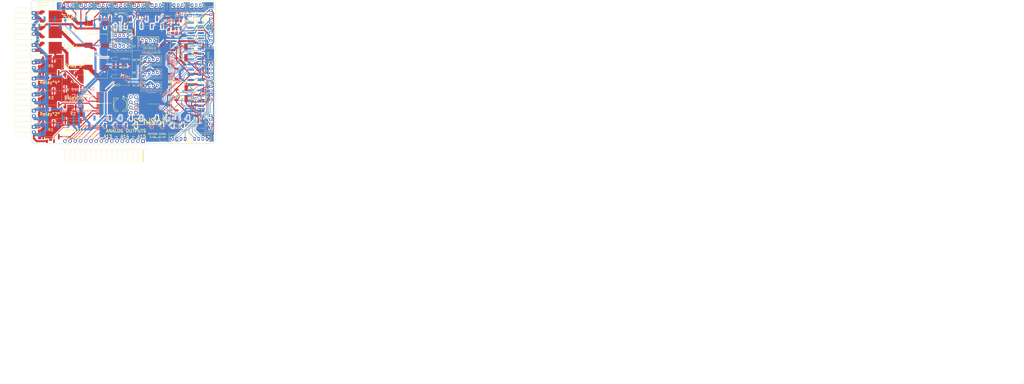
<source format=kicad_pcb>
(kicad_pcb (version 20171130) (host pcbnew "(5.1.4)-1")
  (title_block (title Mainboard) (date 2018-12-08) (rev 1.0) (company SENSA) (comment 1 "Designed by Silard Gal @ SENSA"))
  (layers (0 F.Cu signal) (31 B.Cu signal) (34 B.Paste user) (35 F.Paste user) (36 B.SilkS user) (37 F.SilkS user) (38 B.Mask user) (39 F.Mask user) (44 Edge.Cuts user))
  (net 0 "")
  (net 1 +5V)
  (net 2 GND)
  (net 3 "Net-(D1-Pad1)")
  (net 4 "Net-(D2-Pad1)")
  (net 5 +12V)
  (net 6 _S1)
  (net 7 SIDE)
  (net 8 JUMPER)
  (net 9 TACTIC1)
  (net 10 TACTIC2)
  (net 11 SDA)
  (net 12 SCL)
  (net 13 PWM1)
  (net 14 +5VA)
  (net 15 PWM2)
  (net 16 _S2)
  (net 17 _S3)
  (net 18 PWM3)
  (net 19 PWM4)
  (net 20 R1_SIG)
  (net 21 R2_SIG)
  (net 22 SENSOR1)
  (net 23 SENSOR3)
  (net 24 SENSOR5)
  (net 25 SENSOR2)
  (net 26 SENSOR4)
  (net 27 SENSOR6)
  (net 28 R1_CONT)
  (net 29 R2_CONT)
  (net 30 +3V3)
  (net 31 AX_CONTROL)
  (net 32 AX_SIGNAL)
  (net 33 AX_TX)
  (net 34 AX_RX)
  (net 35 RST)
  (net 36 _S3_SIG)
  (net 37 _S2_SIG)
  (net 38 _S1_SIG)
  (net 39 "Net-(U1-Pad7)")
  (net 40 "Net-(U1-Pad10)")
  (net 41 "Net-(U3-Pad8)")
  (net 42 "Net-(U5-Pad4)")
  (net 43 "Net-(U5-Pad5)")
  (net 44 "Net-(U5-Pad6)")
  (net 45 "Net-(U5-Pad7)")
  (net 46 "Net-(U5-Pad8)")
  (net 47 "Net-(U5-Pad9)")
  (net 48 "Net-(U5-Pad11)")
  (net 49 "Net-(U5-Pad12)")
  (net 50 "Net-(U5-Pad13)")
  (net 51 "Net-(U5-Pad14)")
  (net 52 "Net-(U5-Pad15)")
  (net 53 "Net-(U5-Pad16)")
  (net 54 "Net-(U7-Pad10)")
  (net 55 "Net-(U7-Pad7)")
  (net 56 "Net-(XA1-PadVIN)")
  (net 57 "Net-(XA1-PadIORF)")
  (net 58 "Net-(XA1-PadD0)")
  (net 59 "Net-(XA1-PadD1)")
  (net 60 "Net-(XA1-PadSCL)")
  (net 61 "Net-(XA1-PadSDA)")
  (net 62 "Net-(XA1-PadAREF)")
  (net 63 "Net-(D3-Pad2)")
  (net 64 "Net-(D5-Pad2)")
  (net 65 "Net-(D6-Pad2)")
  (net 66 RPI_RX_LOW)
  (net 67 RPI_TX_LOW)
  (net 68 ODO_RX_LOW)
  (net 69 ODO_TX_LOW)
  (net 70 "Net-(J23-Pad2)")
  (net 71 "Net-(J24-Pad2)")
  (net 72 "Net-(J25-Pad2)")
  (net 73 B1)
  (net 74 A1)
  (net 75 A2)
  (net 76 B2)
  (net 77 DIR2)
  (net 78 STEP2)
  (net 79 1A2)
  (net 80 2B2)
  (net 81 STEP1)
  (net 82 DIR1)
  (net 83 2B1)
  (net 84 1A1)
  (net 85 "Net-(NT1-Pad2)")
  (net 86 "Net-(NT1-Pad1)")
  (net 87 "Net-(NT2-Pad1)")
  (net 88 "Net-(NT2-Pad2)")
  (net 89 RPI_TX_HIGH)
  (net 90 ODO_TX_HIGH)
  (net 91 ODO_RX_HIGH)
  (net 92 RPI_RX_HIGH)
  (net 93 1B2)
  (net 94 2A2)
  (net 95 1B1)
  (net 96 2A1)
  (net 97 "Net-(U2-Pad1)")
  (net 98 CE)
  (net 99 CS)
  (net 100 SCK)
  (net 101 MOSI)
  (net 102 MISO)
  (net 103 "Net-(U4-Pad1)")
  (net 104 "Net-(XA1-PadD53)")
  (net 105 "Net-(D4-Pad1)")
  (net 106 "Net-(D7-Pad1)")
  (net 107 "Net-(J3-Pad1)")
  (net 108 "Net-(J3-Pad2)")
  (net 109 "Net-(J3-Pad3)")
  (net 110 "Net-(J3-Pad4)")
  (net 111 "Net-(J3-Pad5)")
  (net 112 "Net-(J3-Pad6)")
  (net 113 "Net-(J3-Pad7)")
  (net 114 "Net-(J3-Pad8)")
  (net 115 "Net-(J3-Pad9)")
  (net 116 "Net-(J3-Pad10)")
  (net 117 "Net-(J3-Pad11)")
  (net 118 "Net-(J3-Pad12)")
  (net 119 "Net-(J3-Pad13)")
  (net 120 "Net-(J3-Pad14)")
  (net 121 "Net-(J3-Pad15)")
  (net 122 "Net-(J3-Pad16)")
  (net 123 PowerToggle)
  (net 124 _S4)
  (net 125 _S5)
  (net 126 _S6)
  (net 127 PWM5)
  (net 128 PWM6)
  (net 129 R4_SIG)
  (net 130 R3_SIG)
  (net 131 R3_CONT)
  (net 132 R4_CONT)
  (net 133 _S4_SIG)
  (net 134 _S5_SIG)
  (net 135 _S6_SIG)
  (net 136 "Net-(XA1-PadD13)")
  (net 137 "Net-(D8-Pad1)")
  (net 138 R5_SIG)
  (net 139 R5_CONT)
  (net 140 "Net-(U6-Pad5)")
  (net 141 "Net-(U6-Pad6)")
  (net 142 "Net-(U6-Pad7)")
  (net 143 "Net-(U6-Pad10)")
  (net 144 "Net-(U6-Pad11)")
  (net 145 "Net-(U6-Pad12)")
  (module logos:SENSA_13x6 (layer B.Cu) (at 133.277 109.801 180)
    (fp_text reference G*** hide)
    (fp_text value LOGO hide)
  )
  (module logos:SENSA_13x6 (layer F.Cu) (at 166.227 121.451)
    (fp_text reference G*** hide)
    (fp_text value LOGO hide)
  )
  (module "" (layer F.Cu) (at 438.427 132.451)
    (fp_text reference "" (at 154.427 116.251) (layer F.SilkS) (effects (font (size 1.27 1.27))))
    (fp_text value "" (at 154.427 116.251) (layer F.SilkS) (effects (font (size 1.27 1.27))))
    (fp_text user G (at 154.327 116.251 -90) (layer F.SilkS))
  )
  (module Connector_PinSocket_2.54mm:PinSocket_2x04_P2.54mm_Vertical (layer F.Cu) (at 158.227 117.201 180)
    (fp_text reference U3 hide)
    (fp_text value NRF24L01_Breakout)
    (pad 2 thru_hole circle (at 0 0 180) (size 1.7 1.7) (drill 1) (layers *.Cu *.Mask) (net 30 +3V3))
    (pad 1 thru_hole rect (at -2.54 0 180) (size 1.7 1.7) (drill 1) (layers *.Cu *.Mask) (net 2 GND))
    (pad 4 thru_hole oval (at 0 2.54 180) (size 1.7 1.7) (drill 1) (layers *.Cu *.Mask) (net 99 CS))
    (pad 3 thru_hole oval (at -2.54 2.54 180) (size 1.7 1.7) (drill 1) (layers *.Cu *.Mask) (net 98 CE))
    (pad 6 thru_hole oval (at 0 5.08 180) (size 1.7 1.7) (drill 1) (layers *.Cu *.Mask) (net 101 MOSI))
    (pad 5 thru_hole oval (at -2.54 5.08 180) (size 1.7 1.7) (drill 1) (layers *.Cu *.Mask) (net 100 SCK))
    (pad 8 thru_hole oval (at 0 7.62 180) (size 1.7 1.7) (drill 1) (layers *.Cu *.Mask) (net 41 "Net-(U3-Pad8)"))
    (pad 7 thru_hole oval (at -2.54 7.62 180) (size 1.7 1.7) (drill 1) (layers *.Cu *.Mask) (net 102 MISO))
  )
  (module Resistor_SMD:R_0805_2012Metric_Pad1.15x1.40mm_HandSolder (layer B.Cu) (at 184.127 70.901 180)
    (fp_text reference R31 (at 0 1.65) (layer B.SilkS) (effects (justify mirror)))
    (fp_text value 4k7)
    (pad 1 smd roundrect (at -1.025 0 180) (size 1.15 1.4) (layers B.Cu B.Paste B.Mask) (roundrect_rratio 0.217391) (net 1 +5V))
    (pad 2 smd roundrect (at 1.025 0 180) (size 1.15 1.4) (layers B.Cu B.Paste B.Mask) (roundrect_rratio 0.217391) (net 12 SCL))
  )
  (module Package_SO:SOIC-20W_7.5x12.8mm_P1.27mm (layer F.Cu) (at 166.727 73.801 90)
    (fp_text reference U5 hide)
    (fp_text value 74LS241)
    (pad 1 smd roundrect (at -4.65 -5.715 90) (size 2.05 0.6) (layers F.Cu F.Paste F.Mask) (net 31 AX_CONTROL))
    (pad 2 smd roundrect (at -4.65 -4.445 90) (size 2.05 0.6) (layers F.Cu F.Paste F.Mask) (net 32 AX_SIGNAL))
    (pad 3 smd roundrect (at -4.65 -3.175 90) (size 2.05 0.6) (layers F.Cu F.Paste F.Mask) (net 32 AX_SIGNAL))
    (pad 4 smd roundrect (at -4.65 -1.905 90) (size 2.05 0.6) (layers F.Cu F.Paste F.Mask) (net 42 "Net-(U5-Pad4)"))
    (pad 5 smd roundrect (at -4.65 -0.635 90) (size 2.05 0.6) (layers F.Cu F.Paste F.Mask) (net 43 "Net-(U5-Pad5)"))
    (pad 6 smd roundrect (at -4.65 0.635 90) (size 2.05 0.6) (layers F.Cu F.Paste F.Mask) (net 44 "Net-(U5-Pad6)"))
    (pad 7 smd roundrect (at -4.65 1.905 90) (size 2.05 0.6) (layers F.Cu F.Paste F.Mask) (net 45 "Net-(U5-Pad7)"))
    (pad 8 smd roundrect (at -4.65 3.175 90) (size 2.05 0.6) (layers F.Cu F.Paste F.Mask) (net 46 "Net-(U5-Pad8)"))
    (pad 9 smd roundrect (at -4.65 4.445 90) (size 2.05 0.6) (layers F.Cu F.Paste F.Mask) (net 47 "Net-(U5-Pad9)"))
    (pad 10 smd roundrect (at -4.65 5.715 90) (size 2.05 0.6) (layers F.Cu F.Paste F.Mask) (net 2 GND))
    (pad 11 smd roundrect (at 4.65 5.715 90) (size 2.05 0.6) (layers F.Cu F.Paste F.Mask) (net 48 "Net-(U5-Pad11)"))
    (pad 12 smd roundrect (at 4.65 4.445 90) (size 2.05 0.6) (layers F.Cu F.Paste F.Mask) (net 49 "Net-(U5-Pad12)"))
    (pad 13 smd roundrect (at 4.65 3.175 90) (size 2.05 0.6) (layers F.Cu F.Paste F.Mask) (net 50 "Net-(U5-Pad13)"))
    (pad 14 smd roundrect (at 4.65 1.905 90) (size 2.05 0.6) (layers F.Cu F.Paste F.Mask) (net 51 "Net-(U5-Pad14)"))
    (pad 15 smd roundrect (at 4.65 0.635 90) (size 2.05 0.6) (layers F.Cu F.Paste F.Mask) (net 52 "Net-(U5-Pad15)"))
    (pad 16 smd roundrect (at 4.65 -0.635 90) (size 2.05 0.6) (layers F.Cu F.Paste F.Mask) (net 53 "Net-(U5-Pad16)"))
    (pad 17 smd roundrect (at 4.65 -1.905 90) (size 2.05 0.6) (layers F.Cu F.Paste F.Mask) (net 33 AX_TX))
    (pad 18 smd roundrect (at 4.65 -3.175 90) (size 2.05 0.6) (layers F.Cu F.Paste F.Mask) (net 34 AX_RX))
    (pad 19 smd roundrect (at 4.65 -4.445 90) (size 2.05 0.6) (layers F.Cu F.Paste F.Mask) (net 31 AX_CONTROL))
    (pad 20 smd roundrect (at 4.65 -5.715 90) (size 2.05 0.6) (layers F.Cu F.Paste F.Mask) (net 1 +5V))
  )
  (module Connector_JST:JST_XH_S2B-XH-A_1x02_P2.50mm_Horizontal (layer F.Cu) (at 110.967 68.621 270)
    (fp_text reference 5VA+ (at 1.88 -18.16 180) (layer F.SilkS) (effects (font (size 2 2) (thickness 0.3))))
    (fp_text value JST_XH)
    (pad 1 thru_hole roundrect (at 0 0 270) (size 1.7 2) (drill 1) (layers *.Cu *.Mask) (roundrect_rratio 0.147059) (net 2 GND))
    (pad 2 thru_hole oval (at 2.5 0 270) (size 1.7 2) (drill 1) (layers *.Cu *.Mask) (net 70 "Net-(J23-Pad2)"))
  )
  (module Connector_JST:JST_XH_S2B-XH-A_1x02_P2.50mm_Horizontal (layer F.Cu) (at 110.957 76.361 270)
    (fp_text reference 5V+ (at 1.415 -18.17 180) (layer F.SilkS) (effects (font (size 2 2) (thickness 0.3))))
    (fp_text value JST_XH)
    (pad 2 thru_hole oval (at 2.5 0 270) (size 1.7 2) (drill 1) (layers *.Cu *.Mask) (net 71 "Net-(J24-Pad2)"))
    (pad 1 thru_hole roundrect (at 0 0 270) (size 1.7 2) (drill 1) (layers *.Cu *.Mask) (roundrect_rratio 0.147059) (net 2 GND))
  )
  (module Connector_PinHeader_2.54mm:PinHeader_1x16_P2.54mm_Horizontal (layer F.Cu) (at 164.227 131.001 270)
    (fp_text reference J3 hide)
    (fp_text value Conn_01x16)
    (pad 16 thru_hole oval (at 0 38.1 270) (size 1.7 1.7) (drill 1) (layers *.Cu *.Mask) (net 122 "Net-(J3-Pad16)"))
    (pad 15 thru_hole oval (at 0 35.56 270) (size 1.7 1.7) (drill 1) (layers *.Cu *.Mask) (net 121 "Net-(J3-Pad15)"))
    (pad 14 thru_hole oval (at 0 33.02 270) (size 1.7 1.7) (drill 1) (layers *.Cu *.Mask) (net 120 "Net-(J3-Pad14)"))
    (pad 13 thru_hole oval (at 0 30.48 270) (size 1.7 1.7) (drill 1) (layers *.Cu *.Mask) (net 119 "Net-(J3-Pad13)"))
    (pad 12 thru_hole oval (at 0 27.94 270) (size 1.7 1.7) (drill 1) (layers *.Cu *.Mask) (net 118 "Net-(J3-Pad12)"))
    (pad 11 thru_hole oval (at 0 25.4 270) (size 1.7 1.7) (drill 1) (layers *.Cu *.Mask) (net 117 "Net-(J3-Pad11)"))
    (pad 10 thru_hole oval (at 0 22.86 270) (size 1.7 1.7) (drill 1) (layers *.Cu *.Mask) (net 116 "Net-(J3-Pad10)"))
    (pad 9 thru_hole oval (at 0 20.32 270) (size 1.7 1.7) (drill 1) (layers *.Cu *.Mask) (net 115 "Net-(J3-Pad9)"))
    (pad 8 thru_hole oval (at 0 17.78 270) (size 1.7 1.7) (drill 1) (layers *.Cu *.Mask) (net 114 "Net-(J3-Pad8)"))
    (pad 7 thru_hole oval (at 0 15.24 270) (size 1.7 1.7) (drill 1) (layers *.Cu *.Mask) (net 113 "Net-(J3-Pad7)"))
    (pad 6 thru_hole oval (at 0 12.7 270) (size 1.7 1.7) (drill 1) (layers *.Cu *.Mask) (net 112 "Net-(J3-Pad6)"))
    (pad 5 thru_hole oval (at 0 10.16 270) (size 1.7 1.7) (drill 1) (layers *.Cu *.Mask) (net 111 "Net-(J3-Pad5)"))
    (pad 4 thru_hole oval (at 0 7.62 270) (size 1.7 1.7) (drill 1) (layers *.Cu *.Mask) (net 110 "Net-(J3-Pad4)"))
    (pad 3 thru_hole oval (at 0 5.08 270) (size 1.7 1.7) (drill 1) (layers *.Cu *.Mask) (net 109 "Net-(J3-Pad3)"))
    (pad 2 thru_hole oval (at 0 2.54 270) (size 1.7 1.7) (drill 1) (layers *.Cu *.Mask) (net 108 "Net-(J3-Pad2)"))
    (pad 1 thru_hole rect (at 0 0 270) (size 1.7 1.7) (drill 1) (layers *.Cu *.Mask) (net 107 "Net-(J3-Pad1)"))
  )
  (module Arduino:Arduino_Mega2560_Shield (layer F.Cu) (at 94.827 124.101)
    (fp_text reference XA1 hide)
    (fp_text value Arduino_Mega2560_Shield)
    (pad GND6 smd rect (at 97.536 -7.62) (size 3.15 1) (layers B.Cu B.Paste B.Mask) (net 2 GND))
    (pad GND5 smd rect (at 92.583 -7.62) (size 3.15 1) (layers B.Cu B.Paste B.Mask) (net 2 GND))
    (pad D53 smd rect (at 97.536 -10.16) (size 3.15 1) (layers B.Cu B.Paste B.Mask) (net 104 "Net-(XA1-PadD53)"))
    (pad D52 smd rect (at 92.583 -10.16) (size 3.15 1) (layers B.Cu B.Paste B.Mask) (net 100 SCK))
    (pad D51 smd rect (at 97.536 -12.7) (size 3.15 1) (layers B.Cu B.Paste B.Mask) (net 101 MOSI))
    (pad D50 smd rect (at 92.583 -12.7) (size 3.15 1) (layers B.Cu B.Paste B.Mask) (net 102 MISO))
    (pad D49 smd rect (at 97.536 -15.24) (size 3.15 1) (layers B.Cu B.Paste B.Mask) (net 8 JUMPER))
    (pad D48 smd rect (at 92.583 -15.24) (size 3.15 1) (layers B.Cu B.Paste B.Mask) (net 99 CS))
    (pad D47 smd rect (at 97.536 -17.78) (size 3.15 1) (layers B.Cu B.Paste B.Mask) (net 98 CE))
    (pad D46 smd rect (at 92.583 -17.78) (size 3.15 1) (layers B.Cu B.Paste B.Mask) (net 7 SIDE))
    (pad D45 smd rect (at 97.536 -20.32) (size 3.15 1) (layers B.Cu B.Paste B.Mask) (net 27 SENSOR6))
    (pad D44 smd rect (at 92.583 -20.32) (size 3.15 1) (layers B.Cu B.Paste B.Mask) (net 24 SENSOR5))
    (pad D43 smd rect (at 97.536 -22.86) (size 3.15 1) (layers B.Cu B.Paste B.Mask) (net 26 SENSOR4))
    (pad D42 smd rect (at 92.583 -22.86) (size 3.15 1) (layers B.Cu B.Paste B.Mask) (net 23 SENSOR3))
    (pad D41 smd rect (at 97.536 -25.4) (size 3.15 1) (layers B.Cu B.Paste B.Mask) (net 25 SENSOR2))
    (pad D40 smd rect (at 92.583 -25.4) (size 3.15 1) (layers B.Cu B.Paste B.Mask) (net 22 SENSOR1))
    (pad D39 smd rect (at 97.536 -27.94) (size 3.15 1) (layers B.Cu B.Paste B.Mask) (net 135 _S6_SIG))
    (pad D38 smd rect (at 92.583 -27.94) (size 3.15 1) (layers B.Cu B.Paste B.Mask) (net 134 _S5_SIG))
    (pad D37 smd rect (at 97.536 -30.48) (size 3.15 1) (layers B.Cu B.Paste B.Mask) (net 133 _S4_SIG))
    (pad D36 smd rect (at 92.583 -30.48) (size 3.15 1) (layers B.Cu B.Paste B.Mask) (net 36 _S3_SIG))
    (pad D35 smd rect (at 97.536 -33.02) (size 3.15 1) (layers B.Cu B.Paste B.Mask) (net 37 _S2_SIG))
    (pad D34 smd rect (at 92.583 -33.02) (size 3.15 1) (layers B.Cu B.Paste B.Mask) (net 38 _S1_SIG))
    (pad D33 smd rect (at 97.536 -35.56) (size 3.15 1) (layers B.Cu B.Paste B.Mask) (net 28 R1_CONT))
    (pad D32 smd rect (at 92.583 -35.56) (size 3.15 1) (layers B.Cu B.Paste B.Mask) (net 29 R2_CONT))
    (pad D31 smd rect (at 97.536 -38.1) (size 3.15 1) (layers B.Cu B.Paste B.Mask) (net 131 R3_CONT))
    (pad D30 smd rect (at 92.583 -38.1) (size 3.15 1) (layers B.Cu B.Paste B.Mask) (net 132 R4_CONT))
    (pad D29 smd rect (at 97.536 -40.64) (size 3.15 1) (layers B.Cu B.Paste B.Mask) (net 139 R5_CONT))
    (pad D28 smd rect (at 92.583 -40.64) (size 3.15 1) (layers B.Cu B.Paste B.Mask) (net 78 STEP2))
    (pad D27 smd rect (at 97.536 -43.18) (size 3.15 1) (layers B.Cu B.Paste B.Mask) (net 77 DIR2))
    (pad D26 smd rect (at 92.583 -43.18) (size 3.15 1) (layers B.Cu B.Paste B.Mask) (net 81 STEP1))
    (pad D25 smd rect (at 97.536 -45.72) (size 3.15 1) (layers B.Cu B.Paste B.Mask) (net 82 DIR1))
    (pad D24 smd rect (at 92.583 -45.72) (size 3.15 1) (layers B.Cu B.Paste B.Mask) (net 10 TACTIC2))
    (pad D23 smd rect (at 97.536 -48.26) (size 3.15 1) (layers B.Cu B.Paste B.Mask) (net 9 TACTIC1))
    (pad D22 smd rect (at 92.583 -48.26) (size 3.15 1) (layers B.Cu B.Paste B.Mask) (net 123 PowerToggle))
    (pad 5V4 smd rect (at 97.536 -50.8) (size 3.15 1) (layers B.Cu B.Paste B.Mask) (net 1 +5V))
    (pad 5V3 smd rect (at 92.583 -50.8) (size 3.15 1) (layers B.Cu B.Paste B.Mask) (net 1 +5V))
    (pad A15 smd rect (at 91.44 -4.318 90) (size 2.51 1) (layers B.Cu B.Paste B.Mask) (net 107 "Net-(J3-Pad1)"))
    (pad A14 smd rect (at 88.9 -0.762 90) (size 2.51 1) (layers B.Cu B.Paste B.Mask) (net 108 "Net-(J3-Pad2)"))
    (pad A13 smd rect (at 86.106 -4.318 90) (size 2.51 1) (layers B.Cu B.Paste B.Mask) (net 109 "Net-(J3-Pad3)"))
    (pad A12 smd rect (at 83.82 -0.762 90) (size 2.51 1) (layers B.Cu B.Paste B.Mask) (net 110 "Net-(J3-Pad4)"))
    (pad A11 smd rect (at 81.28 -4.318 90) (size 2.51 1) (layers B.Cu B.Paste B.Mask) (net 111 "Net-(J3-Pad5)"))
    (pad A10 smd rect (at 78.74 -0.762 90) (size 2.51 1) (layers B.Cu B.Paste B.Mask) (net 112 "Net-(J3-Pad6)"))
    (pad A9 smd rect (at 76.2 -4.318 90) (size 2.51 1) (layers B.Cu B.Paste B.Mask) (net 113 "Net-(J3-Pad7)"))
    (pad A8 smd rect (at 73.66 -0.762 90) (size 2.51 1) (layers B.Cu B.Paste B.Mask) (net 114 "Net-(J3-Pad8)"))
    (pad A7 smd rect (at 68.58 -4.318 90) (size 2.51 1) (layers B.Cu B.Paste B.Mask) (net 115 "Net-(J3-Pad9)"))
    (pad A6 smd rect (at 66.04 -0.762 90) (size 2.51 1) (layers B.Cu B.Paste B.Mask) (net 116 "Net-(J3-Pad10)"))
    (pad A5 smd rect (at 63.5 -4.318 90) (size 2.51 1) (layers B.Cu B.Paste B.Mask) (net 117 "Net-(J3-Pad11)"))
    (pad A4 smd rect (at 60.96 -0.762 90) (size 2.51 1) (layers B.Cu B.Paste B.Mask) (net 118 "Net-(J3-Pad12)"))
    (pad A3 smd rect (at 58.42 -4.318 90) (size 2.51 1) (layers B.Cu B.Paste B.Mask) (net 119 "Net-(J3-Pad13)"))
    (pad A2 smd rect (at 55.88 -0.762 90) (size 2.51 1) (layers B.Cu B.Paste B.Mask) (net 120 "Net-(J3-Pad14)"))
    (pad A1 smd rect (at 53.34 -4.318 90) (size 2.51 1) (layers B.Cu B.Paste B.Mask) (net 121 "Net-(J3-Pad15)"))
    (pad "" smd rect (at 27.94 -0.762 90) (size 2.51 1) (layers B.Cu B.Paste B.Mask))
    (pad D11 smd rect (at 34.036 -49.022 90) (size 2.51 1) (layers B.Cu B.Paste B.Mask) (net 75 A2))
    (pad D12 smd rect (at 31.496 -52.578 90) (size 2.51 1) (layers B.Cu B.Paste B.Mask) (net 76 B2))
    (pad D13 smd rect (at 28.956 -49.022 90) (size 2.51 1) (layers B.Cu B.Paste B.Mask) (net 136 "Net-(XA1-PadD13)"))
    (pad AREF smd rect (at 23.876 -49.022 90) (size 2.51 1) (layers B.Cu B.Paste B.Mask) (net 62 "Net-(XA1-PadAREF)"))
    (pad SDA smd rect (at 21.336 -52.578 90) (size 2.51 1) (layers B.Cu B.Paste B.Mask) (net 61 "Net-(XA1-PadSDA)"))
    (pad SCL smd rect (at 18.796 -49.022 90) (size 2.51 1) (layers B.Cu B.Paste B.Mask) (net 60 "Net-(XA1-PadSCL)"))
    (pad D10 smd rect (at 36.576 -52.578 90) (size 2.51 1) (layers B.Cu B.Paste B.Mask) (net 128 PWM6))
    (pad D9 smd rect (at 39.116 -49.022 90) (size 2.51 1) (layers B.Cu B.Paste B.Mask) (net 127 PWM5))
    (pad D8 smd rect (at 41.656 -52.578 90) (size 2.51 1) (layers B.Cu B.Paste B.Mask) (net 19 PWM4))
    (pad GND1 smd rect (at 26.416 -52.578 90) (size 2.51 1) (layers B.Cu B.Paste B.Mask) (net 2 GND))
    (pad D7 smd rect (at 45.72 -49.022 90) (size 2.51 1) (layers B.Cu B.Paste B.Mask) (net 18 PWM3))
    (pad D6 smd rect (at 48.26 -52.578 90) (size 2.51 1) (layers B.Cu B.Paste B.Mask) (net 15 PWM2))
    (pad D5 smd rect (at 50.8 -49.022 90) (size 2.51 1) (layers B.Cu B.Paste B.Mask) (net 13 PWM1))
    (pad D4 smd rect (at 53.34 -52.578 90) (size 2.51 1) (layers B.Cu B.Paste B.Mask) (net 31 AX_CONTROL))
    (pad D3 smd rect (at 55.88 -49.022 90) (size 2.51 1) (layers B.Cu B.Paste B.Mask) (net 73 B1))
    (pad D2 smd rect (at 58.42 -52.578 90) (size 2.51 1) (layers B.Cu B.Paste B.Mask) (net 74 A1))
    (pad D1 smd rect (at 60.96 -49.022 90) (size 2.51 1) (layers B.Cu B.Paste B.Mask) (net 59 "Net-(XA1-PadD1)"))
    (pad D0 smd rect (at 63.5 -52.578 90) (size 2.51 1) (layers B.Cu B.Paste B.Mask) (net 58 "Net-(XA1-PadD0)"))
    (pad D14 smd rect (at 68.58 -49.022 90) (size 2.51 1) (layers B.Cu B.Paste B.Mask) (net 33 AX_TX))
    (pad D15 smd rect (at 71.12 -52.578 90) (size 2.51 1) (layers B.Cu B.Paste B.Mask) (net 34 AX_RX))
    (pad D16 smd rect (at 73.66 -49.022 90) (size 2.51 1) (layers B.Cu B.Paste B.Mask) (net 92 RPI_RX_HIGH))
    (pad D17 smd rect (at 76.2 -52.578 90) (size 2.51 1) (layers B.Cu B.Paste B.Mask) (net 89 RPI_TX_HIGH))
    (pad D18 smd rect (at 78.74 -49.022 90) (size 2.51 1) (layers B.Cu B.Paste B.Mask) (net 91 ODO_RX_HIGH))
    (pad D19 smd rect (at 81.28 -52.578 90) (size 2.51 1) (layers B.Cu B.Paste B.Mask) (net 90 ODO_TX_HIGH))
    (pad D20 smd rect (at 83.82 -49.022 90) (size 2.51 1) (layers B.Cu B.Paste B.Mask) (net 11 SDA))
    (pad D21 smd rect (at 86.36 -52.578 90) (size 2.51 1) (layers B.Cu B.Paste B.Mask) (net 12 SCL))
    (pad IORF smd rect (at 30.48 -4.318 90) (size 2.51 1) (layers B.Cu B.Paste B.Mask) (net 57 "Net-(XA1-PadIORF)"))
    (pad RST1 smd rect (at 33.02 -0.762 90) (size 2.51 1) (layers B.Cu B.Paste B.Mask) (net 35 RST))
    (pad 3V3 smd rect (at 35.56 -4.318 90) (size 2.51 1) (layers B.Cu B.Paste B.Mask) (net 30 +3V3))
    (pad 5V1 smd rect (at 38.1 -0.762 90) (size 2.51 1) (layers B.Cu B.Paste B.Mask) (net 1 +5V))
    (pad GND2 smd rect (at 40.64 -4.318 90) (size 2.51 1) (layers B.Cu B.Paste B.Mask) (net 2 GND))
    (pad GND3 smd rect (at 43.18 -0.762 90) (size 2.51 1) (layers B.Cu B.Paste B.Mask) (net 2 GND))
    (pad VIN smd rect (at 45.72 -4.318 90) (size 2.51 1) (layers B.Cu B.Paste B.Mask) (net 56 "Net-(XA1-PadVIN)"))
    (pad A0 smd rect (at 50.8 -0.762 90) (size 2.51 1) (layers B.Cu B.Paste B.Mask) (net 122 "Net-(J3-Pad16)"))
  )
  (module Connector_JST:JST_XH_S2B-XH-A_1x02_P2.50mm_Horizontal (layer F.Cu) (at 111.017 100.611 270)
    (fp_text reference G (at 2.5775 -1.71 180) (layer F.SilkS))
    (fp_text value RConn_JST_90DEG)
    (pad 1 thru_hole roundrect (at 0 0 270) (size 1.7 2) (drill 1) (layers *.Cu *.Mask) (roundrect_rratio 0.147059) (net 4 "Net-(D2-Pad1)"))
    (pad 2 thru_hole oval (at 2.5 0 270) (size 1.7 2) (drill 1) (layers *.Cu *.Mask) (net 2 GND))
  )
  (module Connector_JST:JST_XH_S2B-XH-A_1x02_P2.50mm_Horizontal (layer F.Cu) (at 111.017 108.461 270)
    (fp_text reference G (at 2.565 -1.71 180) (layer F.SilkS))
    (fp_text value RConn_JST_90DEG)
    (pad 2 thru_hole oval (at 2.5 0 270) (size 1.7 2) (drill 1) (layers *.Cu *.Mask) (net 2 GND))
    (pad 1 thru_hole roundrect (at 0 0 270) (size 1.7 2) (drill 1) (layers *.Cu *.Mask) (roundrect_rratio 0.147059) (net 105 "Net-(D4-Pad1)"))
  )
  (module Connector_JST:JST_XH_S2B-XH-A_1x02_P2.50mm_Horizontal (layer F.Cu) (at 111.017 116.311 270)
    (fp_text reference G (at 2.5525 -1.71 180) (layer F.SilkS))
    (fp_text value RConn_JST_90DEG)
    (pad 1 thru_hole roundrect (at 0 0 270) (size 1.7 2) (drill 1) (layers *.Cu *.Mask) (roundrect_rratio 0.147059) (net 106 "Net-(D7-Pad1)"))
    (pad 2 thru_hole oval (at 2.5 0 270) (size 1.7 2) (drill 1) (layers *.Cu *.Mask) (net 2 GND))
  )
  (module Connector_JST:JST_XH_S2B-XH-A_1x02_P2.50mm_Horizontal (layer F.Cu) (at 111.017 124.161 270)
    (fp_text reference G (at 2.54 -1.71 180) (layer F.SilkS))
    (fp_text value RConn_JST_90DEG)
    (pad 1 thru_hole roundrect (at 0 0 270) (size 1.7 2) (drill 1) (layers *.Cu *.Mask) (roundrect_rratio 0.147059) (net 3 "Net-(D1-Pad1)"))
    (pad 2 thru_hole oval (at 2.5 0 270) (size 1.7 2) (drill 1) (layers *.Cu *.Mask) (net 2 GND))
  )
  (module Connector_JST:JST_XH_S2B-XH-A_1x02_P2.50mm_Horizontal (layer F.Cu) (at 110.977 84.261 270)
    (fp_text reference 12V+ (at 0.79 -18.15 180) (layer F.SilkS) (effects (font (size 2 2) (thickness 0.3))))
    (fp_text value JST_XH)
    (pad 2 thru_hole oval (at 2.5 0 270) (size 1.7 2) (drill 1) (layers *.Cu *.Mask) (net 72 "Net-(J25-Pad2)"))
    (pad 1 thru_hole roundrect (at 0 0 270) (size 1.7 2) (drill 1) (layers *.Cu *.Mask) (roundrect_rratio 0.147059) (net 2 GND))
  )
  (module B3U-3000P:B3U-1000P (layer F.Cu) (at 119.127 131.101)
    (fp_text reference RESET1 hide)
    (fp_text value SW_Push hide)
    (pad 1 smd rect (at 1.7 0) (size 0.8 1.7) (layers F.Cu F.Paste F.Mask) (net 35 RST))
    (pad 2 smd rect (at -1.7 0) (size 0.8 1.7) (layers F.Cu F.Paste F.Mask) (net 2 GND))
  )
  (module Connector_JST:JST_XH_S2B-XH-A_1x02_P2.50mm_Horizontal (layer F.Cu) (at 111.017 92.761 270)
    (fp_text reference G (at 2.59 -1.71 180) (layer F.SilkS))
    (fp_text value RConn_JST_90DEG)
    (pad 1 thru_hole roundrect (at 0 0 270) (size 1.7 2) (drill 1) (layers *.Cu *.Mask) (roundrect_rratio 0.147059) (net 137 "Net-(D8-Pad1)"))
    (pad 2 thru_hole oval (at 2.5 0 270) (size 1.7 2) (drill 1) (layers *.Cu *.Mask) (net 2 GND))
  )
  (module Hardware:STEP_SMD (layer F.Cu) (at 185.197 91.946)
    (fp_text reference U2 (at 0 -8.95) (layer F.SilkS))
    (fp_text value A4988_STEPPER_MODULE)
    (pad 15 smd rect (at 8 -6.35) (size 1.9 1) (layers F.Cu F.Paste F.Mask) (net 2 GND))
    (pad 9 smd rect (at 8 8.89) (size 1.9 1) (layers F.Cu F.Paste F.Mask) (net 2 GND))
    (pad 14 smd rect (at 4.7 -3.81) (size 1.9 1) (layers F.Cu F.Paste F.Mask) (net 80 2B2))
    (pad 11 smd rect (at 8 3.81) (size 1.9 1) (layers F.Cu F.Paste F.Mask) (net 93 1B2))
    (pad 13 smd rect (at 8 -1.27) (size 1.9 1) (layers F.Cu F.Paste F.Mask) (net 94 2A2))
    (pad 10 smd rect (at 4.7 6.35) (size 1.9 1) (layers F.Cu F.Paste F.Mask) (net 1 +5V))
    (pad 16 smd rect (at 4.7 -8.89) (size 1.9 1) (layers F.Cu F.Paste F.Mask) (net 5 +12V))
    (pad 12 smd rect (at 4.7 1.27) (size 1.9 1) (layers F.Cu F.Paste F.Mask) (net 79 1A2))
    (pad 2 smd rect (at -4.7 -6.35) (size 1.9 1) (layers F.Cu F.Paste F.Mask) (net 1 +5V))
    (pad 8 smd rect (at -4.7 8.89) (size 1.9 1) (layers F.Cu F.Paste F.Mask) (net 77 DIR2))
    (pad 3 smd rect (at -8 -3.81) (size 1.9 1) (layers F.Cu F.Paste F.Mask) (net 1 +5V))
    (pad 6 smd rect (at -4.7 3.81) (size 1.9 1) (layers F.Cu F.Paste F.Mask) (net 88 "Net-(NT2-Pad2)"))
    (pad 4 smd rect (at -4.7 -1.27) (size 1.9 1) (layers F.Cu F.Paste F.Mask) (net 1 +5V))
    (pad 7 smd rect (at -8 6.35) (size 1.9 1) (layers F.Cu F.Paste F.Mask) (net 78 STEP2))
    (pad 1 smd rect (at -8 -8.89) (size 1.9 1) (layers F.Cu F.Paste F.Mask) (net 97 "Net-(U2-Pad1)"))
    (pad 5 smd rect (at -8 1.27) (size 1.9 1) (layers F.Cu F.Paste F.Mask) (net 87 "Net-(NT2-Pad1)"))
  )
  (module Hardware:STEP_SMD (layer F.Cu) (at 185.197 112.286)
    (fp_text reference U4 (at 0 -8.95) (layer F.SilkS))
    (fp_text value A4988_STEPPER_MODULE)
    (pad 5 smd rect (at -8 1.27) (size 1.9 1) (layers F.Cu F.Paste F.Mask) (net 86 "Net-(NT1-Pad1)"))
    (pad 1 smd rect (at -8 -8.89) (size 1.9 1) (layers F.Cu F.Paste F.Mask) (net 103 "Net-(U4-Pad1)"))
    (pad 7 smd rect (at -8 6.35) (size 1.9 1) (layers F.Cu F.Paste F.Mask) (net 81 STEP1))
    (pad 4 smd rect (at -4.7 -1.27) (size 1.9 1) (layers F.Cu F.Paste F.Mask) (net 1 +5V))
    (pad 6 smd rect (at -4.7 3.81) (size 1.9 1) (layers F.Cu F.Paste F.Mask) (net 85 "Net-(NT1-Pad2)"))
    (pad 3 smd rect (at -8 -3.81) (size 1.9 1) (layers F.Cu F.Paste F.Mask) (net 1 +5V))
    (pad 8 smd rect (at -4.7 8.89) (size 1.9 1) (layers F.Cu F.Paste F.Mask) (net 82 DIR1))
    (pad 2 smd rect (at -4.7 -6.35) (size 1.9 1) (layers F.Cu F.Paste F.Mask) (net 1 +5V))
    (pad 12 smd rect (at 4.7 1.27) (size 1.9 1) (layers F.Cu F.Paste F.Mask) (net 84 1A1))
    (pad 16 smd rect (at 4.7 -8.89) (size 1.9 1) (layers F.Cu F.Paste F.Mask) (net 5 +12V))
    (pad 10 smd rect (at 4.7 6.35) (size 1.9 1) (layers F.Cu F.Paste F.Mask) (net 1 +5V))
    (pad 13 smd rect (at 8 -1.27) (size 1.9 1) (layers F.Cu F.Paste F.Mask) (net 96 2A1))
    (pad 11 smd rect (at 8 3.81) (size 1.9 1) (layers F.Cu F.Paste F.Mask) (net 95 1B1))
    (pad 14 smd rect (at 4.7 -3.81) (size 1.9 1) (layers F.Cu F.Paste F.Mask) (net 83 2B1))
    (pad 9 smd rect (at 8 8.89) (size 1.9 1) (layers F.Cu F.Paste F.Mask) (net 2 GND))
    (pad 15 smd rect (at 8 -6.35) (size 1.9 1) (layers F.Cu F.Paste F.Mask) (net 2 GND))
  )
  (module Capacitor_SMD:CP_Elec_10x10 (layer F.Cu) (at 141.827 73.601)
    (fp_text reference C1 (at 0 -6.2) (layer F.SilkS))
    (fp_text value 470uF)
    (pad 1 smd roundrect (at -4 0) (size 4 2.5) (layers F.Cu F.Paste F.Mask) (roundrect_rratio 0.1) (net 14 +5VA))
    (pad 2 smd roundrect (at 4 0) (size 4 2.5) (layers F.Cu F.Paste F.Mask) (roundrect_rratio 0.1) (net 2 GND))
  )
  (module Capacitor_SMD:CP_Elec_10x10 (layer F.Cu) (at 141.627 84.301)
    (fp_text reference C2 (at 0 -6.2) (layer F.SilkS))
    (fp_text value 470uF)
    (pad 2 smd roundrect (at 4 0) (size 4 2.5) (layers F.Cu F.Paste F.Mask) (roundrect_rratio 0.1) (net 2 GND))
    (pad 1 smd roundrect (at -4 0) (size 4 2.5) (layers F.Cu F.Paste F.Mask) (roundrect_rratio 0.1) (net 1 +5V))
  )
  (module 16SVPC100M:CAPAE0607X600N (layer F.Cu) (at 185.127 87.676 90)
    (fp_text reference C3 (at -0.85041 -4.26706 90) (layer F.SilkS) (effects (font (size 1.00048 1.00048) (thickness 0.05))))
    (fp_text value 100uF (at -0.250235 4.25424 90) (layer F.SilkS) (effects (font (size 1.001 1.001) (thickness 0.05))))
    (pad + smd rect (at 2.7 0 90) (size 3.5 1.6) (layers F.Cu F.Paste F.Mask) (net 5 +12V))
    (pad - smd rect (at -2.7 0 90) (size 3.5 1.6) (layers F.Cu F.Paste F.Mask) (net 2 GND))
  )
  (module Capacitor_SMD:CP_Elec_10x10 (layer F.Cu) (at 141.627 95.101)
    (fp_text reference C4 (at 0 -6.2) (layer F.SilkS))
    (fp_text value 470uF)
    (pad 1 smd roundrect (at -4 0) (size 4 2.5) (layers F.Cu F.Paste F.Mask) (roundrect_rratio 0.1) (net 5 +12V))
    (pad 2 smd roundrect (at 4 0) (size 4 2.5) (layers F.Cu F.Paste F.Mask) (roundrect_rratio 0.1) (net 2 GND))
  )
  (module 16SVPC100M:CAPAE0607X600N (layer F.Cu) (at 185.227 107.676 90)
    (fp_text reference C5 (at -0.85041 -4.26706 90) (layer F.SilkS) (effects (font (size 1.00048 1.00048) (thickness 0.05))))
    (fp_text value 100uF (at -0.250235 4.25424 90) (layer F.SilkS) (effects (font (size 1.001 1.001) (thickness 0.05))))
    (pad - smd rect (at -2.7 0 90) (size 3.5 1.6) (layers F.Cu F.Paste F.Mask) (net 2 GND))
    (pad + smd rect (at 2.7 0 90) (size 3.5 1.6) (layers F.Cu F.Paste F.Mask) (net 5 +12V))
  )
  (module 16SVPC100M:CAPAE0607X600N (layer F.Cu) (at 153.627 71.801)
    (fp_text reference C8 hide)
    (fp_text value 100uF hide)
    (pad + smd rect (at 2.7 0) (size 3.5 1.6) (layers F.Cu F.Paste F.Mask) (net 5 +12V))
    (pad - smd rect (at -2.7 0) (size 3.5 1.6) (layers F.Cu F.Paste F.Mask) (net 2 GND))
  )
  (module 16SVPC100M:CAPAE0607X600N (layer F.Cu) (at 153.127 113.351 270)
    (fp_text reference C13 hide)
    (fp_text value 100uF hide)
    (pad - smd rect (at -2.7 0 270) (size 3.5 1.6) (layers F.Cu F.Paste F.Mask) (net 2 GND))
    (pad + smd rect (at 2.7 0 270) (size 3.5 1.6) (layers F.Cu F.Paste F.Mask) (net 30 +3V3))
  )
  (module Diode_SMD:D_2114_3652Metric_Pad1.85x3.75mm_HandSolder (layer B.Cu) (at 114.527 125.601 270)
    (fp_text reference D1 hide)
    (fp_text value D)
    (pad 2 smd roundrect (at 2.275 0 270) (size 1.85 3.75) (layers B.Cu B.Paste B.Mask) (roundrect_rratio 0.135135) (net 2 GND))
    (pad 1 smd roundrect (at -2.275 0 270) (size 1.85 3.75) (layers B.Cu B.Paste B.Mask) (roundrect_rratio 0.135135) (net 3 "Net-(D1-Pad1)"))
  )
  (module Diode_SMD:D_2114_3652Metric_Pad1.85x3.75mm_HandSolder (layer B.Cu) (at 114.527 102.3135 270)
    (fp_text reference D2 hide)
    (fp_text value D)
    (pad 2 smd roundrect (at 2.275 0 270) (size 1.85 3.75) (layers B.Cu B.Paste B.Mask) (roundrect_rratio 0.135135) (net 2 GND))
    (pad 1 smd roundrect (at -2.275 0 270) (size 1.85 3.75) (layers B.Cu B.Paste B.Mask) (roundrect_rratio 0.135135) (net 4 "Net-(D2-Pad1)"))
  )
  (module LED_SMD:LED_0805_2012Metric_Castellated (layer F.Cu) (at 150.947 99.501)
    (fp_text reference D3 hide)
    (fp_text value LED)
    (pad 1 smd roundrect (at -0.9625 0) (size 1.325 1.3) (layers F.Cu F.Paste F.Mask) (roundrect_rratio 0.192308) (net 2 GND))
    (pad 2 smd roundrect (at 0.9625 0) (size 1.325 1.3) (layers F.Cu F.Paste F.Mask) (roundrect_rratio 0.192308) (net 63 "Net-(D3-Pad2)"))
  )
  (module Diode_SMD:D_2114_3652Metric_Pad1.85x3.75mm_HandSolder (layer B.Cu) (at 114.527 110.076 270)
    (fp_text reference D4 hide)
    (fp_text value D)
    (pad 1 smd roundrect (at -2.275 0 270) (size 1.85 3.75) (layers B.Cu B.Paste B.Mask) (roundrect_rratio 0.135135) (net 105 "Net-(D4-Pad1)"))
    (pad 2 smd roundrect (at 2.275 0 270) (size 1.85 3.75) (layers B.Cu B.Paste B.Mask) (roundrect_rratio 0.135135) (net 2 GND))
  )
  (module LED_SMD:LED_0805_2012Metric_Castellated (layer F.Cu) (at 150.947 95.261)
    (fp_text reference D5 hide)
    (fp_text value LED)
    (pad 2 smd roundrect (at 0.9625 0) (size 1.325 1.3) (layers F.Cu F.Paste F.Mask) (roundrect_rratio 0.192308) (net 64 "Net-(D5-Pad2)"))
    (pad 1 smd roundrect (at -0.9625 0) (size 1.325 1.3) (layers F.Cu F.Paste F.Mask) (roundrect_rratio 0.192308) (net 2 GND))
  )
  (module LED_SMD:LED_0805_2012Metric_Castellated (layer F.Cu) (at 150.947 91.021)
    (fp_text reference D6 hide)
    (fp_text value LED)
    (pad 1 smd roundrect (at -0.9625 0) (size 1.325 1.3) (layers F.Cu F.Paste F.Mask) (roundrect_rratio 0.192308) (net 2 GND))
    (pad 2 smd roundrect (at 0.9625 0) (size 1.325 1.3) (layers F.Cu F.Paste F.Mask) (roundrect_rratio 0.192308) (net 65 "Net-(D6-Pad2)"))
  )
  (module Diode_SMD:D_2114_3652Metric_Pad1.85x3.75mm_HandSolder (layer B.Cu) (at 114.527 117.8385 270)
    (fp_text reference D7 hide)
    (fp_text value D)
    (pad 1 smd roundrect (at -2.275 0 270) (size 1.85 3.75) (layers B.Cu B.Paste B.Mask) (roundrect_rratio 0.135135) (net 106 "Net-(D7-Pad1)"))
    (pad 2 smd roundrect (at 2.275 0 270) (size 1.85 3.75) (layers B.Cu B.Paste B.Mask) (roundrect_rratio 0.135135) (net 2 GND))
  )
  (module Diode_SMD:D_2114_3652Metric_Pad1.85x3.75mm_HandSolder (layer B.Cu) (at 114.527 94.551 270)
    (fp_text reference D8 hide)
    (fp_text value D)
    (pad 1 smd roundrect (at -2.275 0 270) (size 1.85 3.75) (layers B.Cu B.Paste B.Mask) (roundrect_rratio 0.135135) (net 137 "Net-(D8-Pad1)"))
    (pad 2 smd roundrect (at 2.275 0 270) (size 1.85 3.75) (layers B.Cu B.Paste B.Mask) (roundrect_rratio 0.135135) (net 2 GND))
  )
  (module Connector_JST:JST_PH_B4B-PH-K_1x04_P2.00mm_Vertical (layer F.Cu) (at 163.827 82.101)
    (fp_text reference J2 hide)
    (fp_text value AX)
    (pad 4 thru_hole oval (at 6 0) (size 1.2 1.75) (drill 0.75) (layers *.Cu *.Mask) (net 2 GND))
    (pad 3 thru_hole oval (at 4 0) (size 1.2 1.75) (drill 0.75) (layers *.Cu *.Mask) (net 32 AX_SIGNAL))
    (pad 2 thru_hole oval (at 2 0) (size 1.2 1.75) (drill 0.75) (layers *.Cu *.Mask) (net 5 +12V))
    (pad 1 thru_hole roundrect (at 0 0) (size 1.2 1.75) (drill 0.75) (layers *.Cu *.Mask) (roundrect_rratio 0.208333) (net 5 +12V))
  )
  (module Connector_JST:JST_PH_B4B-PH-K_1x04_P2.00mm_Vertical (layer F.Cu) (at 165.227 104.001)
    (fp_text reference S1,S2 hide)
    (fp_text value VALVE)
    (pad 1 thru_hole roundrect (at 0 0) (size 1.2 1.75) (drill 0.75) (layers *.Cu *.Mask) (roundrect_rratio 0.208333) (net 5 +12V))
    (pad 2 thru_hole oval (at 2 0) (size 1.2 1.75) (drill 0.75) (layers *.Cu *.Mask) (net 6 _S1))
    (pad 3 thru_hole oval (at 4 0) (size 1.2 1.75) (drill 0.75) (layers *.Cu *.Mask) (net 5 +12V))
    (pad 4 thru_hole oval (at 6 0) (size 1.2 1.75) (drill 0.75) (layers *.Cu *.Mask) (net 16 _S2))
  )
  (module Connector_JST:JST_PH_B4B-PH-K_1x04_P2.00mm_Vertical (layer F.Cu) (at 165.227 97.626)
    (fp_text reference J7 hide)
    (fp_text value VALVE)
    (pad 1 thru_hole roundrect (at 0 0) (size 1.2 1.75) (drill 0.75) (layers *.Cu *.Mask) (roundrect_rratio 0.208333) (net 5 +12V))
    (pad 2 thru_hole oval (at 2 0) (size 1.2 1.75) (drill 0.75) (layers *.Cu *.Mask) (net 17 _S3))
    (pad 3 thru_hole oval (at 4 0) (size 1.2 1.75) (drill 0.75) (layers *.Cu *.Mask) (net 5 +12V))
    (pad 4 thru_hole oval (at 6 0) (size 1.2 1.75) (drill 0.75) (layers *.Cu *.Mask) (net 124 _S4))
  )
  (module Connector_JST:JST_PH_B4B-PH-K_1x04_P2.00mm_Vertical (layer F.Cu) (at 165.227 91.251)
    (fp_text reference 12V|S*|12V|S* (at 3.05 -3.3) (layer F.SilkS) (effects (font (size 0.8 0.8))))
    (fp_text value VALVE)
    (pad 4 thru_hole oval (at 6 0) (size 1.2 1.75) (drill 0.75) (layers *.Cu *.Mask) (net 126 _S6))
    (pad 3 thru_hole oval (at 4 0) (size 1.2 1.75) (drill 0.75) (layers *.Cu *.Mask) (net 5 +12V))
    (pad 2 thru_hole oval (at 2 0) (size 1.2 1.75) (drill 0.75) (layers *.Cu *.Mask) (net 125 _S5))
    (pad 1 thru_hole roundrect (at 0 0) (size 1.2 1.75) (drill 0.75) (layers *.Cu *.Mask) (roundrect_rratio 0.208333) (net 5 +12V))
  )
  (module Connector_JST:JST_PH_B3B-PH-K_1x03_P2.00mm_Vertical (layer F.Cu) (at 134.227 64.801)
    (fp_text reference J9 hide)
    (fp_text value SERVO5)
    (pad 1 thru_hole roundrect (at 0 0) (size 1.2 1.75) (drill 0.75) (layers *.Cu *.Mask) (roundrect_rratio 0.208333) (net 14 +5VA))
    (pad 2 thru_hole oval (at 2 0) (size 1.2 1.75) (drill 0.75) (layers *.Cu *.Mask) (net 127 PWM5))
    (pad 3 thru_hole oval (at 4 0) (size 1.2 1.75) (drill 0.75) (layers *.Cu *.Mask) (net 2 GND))
  )
  (module Connector_JST:JST_PH_B4B-PH-K_1x04_P2.00mm_Vertical (layer F.Cu) (at 197.202 118.676 270)
    (fp_text reference J10 hide)
    (fp_text value SIDE_SWITCH)
    (pad 4 thru_hole oval (at 6 0 270) (size 1.2 1.75) (drill 0.75) (layers *.Cu *.Mask) (net 2 GND))
    (pad 3 thru_hole oval (at 4 0 270) (size 1.2 1.75) (drill 0.75) (layers *.Cu *.Mask) (net 7 SIDE))
    (pad 2 thru_hole oval (at 2 0 270) (size 1.2 1.75) (drill 0.75) (layers *.Cu *.Mask) (net 8 JUMPER))
    (pad 1 thru_hole roundrect (at 0 0 270) (size 1.2 1.75) (drill 0.75) (layers *.Cu *.Mask) (roundrect_rratio 0.208333) (net 1 +5V))
  )
  (module Connector_JST:JST_PH_B4B-PH-K_1x04_P2.00mm_Vertical (layer F.Cu) (at 197.252 78.001 270)
    (fp_text reference J12 hide)
    (fp_text value TACTIC_SWITCH)
    (pad 4 thru_hole oval (at 6 0 270) (size 1.2 1.75) (drill 0.75) (layers *.Cu *.Mask) (net 2 GND))
    (pad 3 thru_hole oval (at 4 0 270) (size 1.2 1.75) (drill 0.75) (layers *.Cu *.Mask) (net 9 TACTIC1))
    (pad 2 thru_hole oval (at 2 0 270) (size 1.2 1.75) (drill 0.75) (layers *.Cu *.Mask) (net 10 TACTIC2))
    (pad 1 thru_hole roundrect (at 0 0 270) (size 1.2 1.75) (drill 0.75) (layers *.Cu *.Mask) (roundrect_rratio 0.208333) (net 1 +5V))
  )
  (module Connector_JST:JST_PH_B4B-PH-K_1x04_P2.00mm_Vertical (layer F.Cu) (at 197.277 67.376 270)
    (fp_text reference J13 hide)
    (fp_text value DISPLAY_CON)
    (pad 1 thru_hole roundrect (at 0 0 270) (size 1.2 1.75) (drill 0.75) (layers *.Cu *.Mask) (roundrect_rratio 0.208333) (net 1 +5V))
    (pad 2 thru_hole oval (at 2 0 270) (size 1.2 1.75) (drill 0.75) (layers *.Cu *.Mask) (net 12 SCL))
    (pad 3 thru_hole oval (at 4 0 270) (size 1.2 1.75) (drill 0.75) (layers *.Cu *.Mask) (net 11 SDA))
    (pad 4 thru_hole oval (at 6 0 270) (size 1.2 1.75) (drill 0.75) (layers *.Cu *.Mask) (net 2 GND))
  )
  (module Connector_JST:JST_PH_B3B-PH-K_1x03_P2.00mm_Vertical (layer F.Cu) (at 179.327 64.801)
    (fp_text reference J14 hide)
    (fp_text value RPI_COM)
    (pad 1 thru_hole roundrect (at 0 0) (size 1.2 1.75) (drill 0.75) (layers *.Cu *.Mask) (roundrect_rratio 0.208333) (net 2 GND))
    (pad 2 thru_hole oval (at 2 0) (size 1.2 1.75) (drill 0.75) (layers *.Cu *.Mask) (net 66 RPI_RX_LOW))
    (pad 3 thru_hole oval (at 4 0) (size 1.2 1.75) (drill 0.75) (layers *.Cu *.Mask) (net 67 RPI_TX_LOW))
  )
  (module Connector_JST:JST_PH_B4B-PH-K_1x04_P2.00mm_Vertical (layer F.Cu) (at 195.377 130.001 180)
    (fp_text reference J16 hide)
    (fp_text value SENSOR_IN)
    (pad 1 thru_hole roundrect (at 0 0 180) (size 1.2 1.75) (drill 0.75) (layers *.Cu *.Mask) (roundrect_rratio 0.208) (net 14 +5VA))
    (pad 2 thru_hole oval (at 2 0 180) (size 1.2 1.75) (drill 0.75) (layers *.Cu *.Mask) (net 22 SENSOR1))
    (pad 3 thru_hole oval (at 4 0 180) (size 1.2 1.75) (drill 0.75) (layers *.Cu *.Mask) (net 25 SENSOR2))
    (pad 4 thru_hole oval (at 6 0 180) (size 1.2 1.75) (drill 0.75) (layers *.Cu *.Mask) (net 23 SENSOR3))
  )
  (module Connector_JST:JST_PH_B4B-PH-K_1x04_P2.00mm_Vertical (layer F.Cu) (at 184.727 130.001 180)
    (fp_text reference J17 hide)
    (fp_text value SENSOR_IN)
    (pad 4 thru_hole oval (at 6 0 180) (size 1.2 1.75) (drill 0.75) (layers *.Cu *.Mask) (net 2 GND))
    (pad 3 thru_hole oval (at 4 0 180) (size 1.2 1.75) (drill 0.75) (layers *.Cu *.Mask) (net 27 SENSOR6))
    (pad 2 thru_hole oval (at 2 0 180) (size 1.2 1.75) (drill 0.75) (layers *.Cu *.Mask) (net 24 SENSOR5))
    (pad 1 thru_hole roundrect (at 0 0 180) (size 1.2 1.75) (drill 0.75) (layers *.Cu *.Mask) (roundrect_rratio 0.208333) (net 26 SENSOR4))
  )
  (module Connector_JST:JST_PH_B3B-PH-K_1x03_P2.00mm_Vertical (layer F.Cu) (at 188.127 64.801)
    (fp_text reference J18 hide)
    (fp_text value ODO_COM)
    (pad 3 thru_hole oval (at 4 0) (size 1.2 1.75) (drill 0.75) (layers *.Cu *.Mask) (net 69 ODO_TX_LOW))
    (pad 2 thru_hole oval (at 2 0) (size 1.2 1.75) (drill 0.75) (layers *.Cu *.Mask) (net 68 ODO_RX_LOW))
    (pad 1 thru_hole roundrect (at 0 0) (size 1.2 1.75) (drill 0.75) (layers *.Cu *.Mask) (roundrect_rratio 0.208333) (net 2 GND))
  )
  (module Connector_JST:JST_PH_B3B-PH-K_1x03_P2.00mm_Vertical (layer F.Cu) (at 168.627 64.801)
    (fp_text reference J19 hide)
    (fp_text value SERVO1)
    (pad 1 thru_hole roundrect (at 0 0) (size 1.2 1.75) (drill 0.75) (layers *.Cu *.Mask) (roundrect_rratio 0.208333) (net 14 +5VA))
    (pad 2 thru_hole oval (at 2 0) (size 1.2 1.75) (drill 0.75) (layers *.Cu *.Mask) (net 13 PWM1))
    (pad 3 thru_hole oval (at 4 0) (size 1.2 1.75) (drill 0.75) (layers *.Cu *.Mask) (net 2 GND))
  )
  (module Connector_JST:JST_PH_B3B-PH-K_1x03_P2.00mm_Vertical (layer F.Cu) (at 160.027 64.801)
    (fp_text reference J20 hide)
    (fp_text value SERVO2)
    (pad 1 thru_hole roundrect (at 0 0) (size 1.2 1.75) (drill 0.75) (layers *.Cu *.Mask) (roundrect_rratio 0.208333) (net 14 +5VA))
    (pad 2 thru_hole oval (at 2 0) (size 1.2 1.75) (drill 0.75) (layers *.Cu *.Mask) (net 15 PWM2))
    (pad 3 thru_hole oval (at 4 0) (size 1.2 1.75) (drill 0.75) (layers *.Cu *.Mask) (net 2 GND))
  )
  (module Connector_JST:JST_PH_B3B-PH-K_1x03_P2.00mm_Vertical (layer F.Cu) (at 125.527 64.801)
    (fp_text reference J21 hide)
    (fp_text value SERVO6)
    (pad 3 thru_hole oval (at 4 0) (size 1.2 1.75) (drill 0.75) (layers *.Cu *.Mask) (net 2 GND))
    (pad 2 thru_hole oval (at 2 0) (size 1.2 1.75) (drill 0.75) (layers *.Cu *.Mask) (net 128 PWM6))
    (pad 1 thru_hole roundrect (at 0 0) (size 1.2 1.75) (drill 0.75) (layers *.Cu *.Mask) (roundrect_rratio 0.208333) (net 14 +5VA))
  )
  (module Connector_JST:JST_PH_B4B-PH-K_1x04_P2.00mm_Vertical (layer F.Cu) (at 150.827 79.501)
    (fp_text reference B|5V|A|G (at 0.8 -2.95) (layer F.SilkS) (effects (font (size 0.8 0.8))))
    (fp_text value "ENCODER 1")
    (pad 4 thru_hole oval (at 6 0) (size 1.2 1.75) (drill 0.75) (layers *.Cu *.Mask) (net 2 GND))
    (pad 3 thru_hole oval (at 4 0) (size 1.2 1.75) (drill 0.75) (layers *.Cu *.Mask) (net 74 A1))
    (pad 2 thru_hole oval (at 2 0) (size 1.2 1.75) (drill 0.75) (layers *.Cu *.Mask) (net 1 +5V))
    (pad 1 thru_hole roundrect (at 0 0) (size 1.2 1.75) (drill 0.75) (layers *.Cu *.Mask) (roundrect_rratio 0.208333) (net 73 B1))
  )
  (module Connector_JST:JST_PH_B4B-PH-K_1x04_P2.00mm_Vertical (layer F.Cu) (at 150.827 84.701)
    (fp_text reference J30 hide)
    (fp_text value "ENCODER 1")
    (pad 1 thru_hole roundrect (at 0 0) (size 1.2 1.75) (drill 0.75) (layers *.Cu *.Mask) (roundrect_rratio 0.208333) (net 76 B2))
    (pad 2 thru_hole oval (at 2 0) (size 1.2 1.75) (drill 0.75) (layers *.Cu *.Mask) (net 1 +5V))
    (pad 3 thru_hole oval (at 4 0) (size 1.2 1.75) (drill 0.75) (layers *.Cu *.Mask) (net 75 A2))
    (pad 4 thru_hole oval (at 6 0) (size 1.2 1.75) (drill 0.75) (layers *.Cu *.Mask) (net 2 GND))
  )
  (module Connector_JST:JST_PH_B4B-PH-K_1x04_P2.00mm_Vertical (layer F.Cu) (at 197.277 93.901 270)
    (fp_text reference J32 hide)
    (fp_text value STEPPER_OUT)
    (pad 1 thru_hole roundrect (at 0 0 270) (size 1.2 1.75) (drill 0.75) (layers *.Cu *.Mask) (roundrect_rratio 0.208333) (net 80 2B2))
    (pad 2 thru_hole oval (at 2 0 270) (size 1.2 1.75) (drill 0.75) (layers *.Cu *.Mask) (net 94 2A2))
    (pad 3 thru_hole oval (at 4 0 270) (size 1.2 1.75) (drill 0.75) (layers *.Cu *.Mask) (net 93 1B2))
    (pad 4 thru_hole oval (at 6 0 270) (size 1.2 1.75) (drill 0.75) (layers *.Cu *.Mask) (net 79 1A2))
  )
  (module Connector_JST:JST_PH_B3B-PH-K_1x03_P2.00mm_Vertical (layer F.Cu) (at 151.427 64.801)
    (fp_text reference J33 hide)
    (fp_text value SERVO3)
    (pad 3 thru_hole oval (at 4 0) (size 1.2 1.75) (drill 0.75) (layers *.Cu *.Mask) (net 2 GND))
    (pad 2 thru_hole oval (at 2 0) (size 1.2 1.75) (drill 0.75) (layers *.Cu *.Mask) (net 18 PWM3))
    (pad 1 thru_hole roundrect (at 0 0) (size 1.2 1.75) (drill 0.75) (layers *.Cu *.Mask) (roundrect_rratio 0.208333) (net 14 +5VA))
  )
  (module Connector_JST:JST_PH_B3B-PH-K_1x03_P2.00mm_Vertical (layer F.Cu) (at 142.827 64.801)
    (fp_text reference J34 hide)
    (fp_text value SERVO4)
    (pad 3 thru_hole oval (at 4 0) (size 1.2 1.75) (drill 0.75) (layers *.Cu *.Mask) (net 2 GND))
    (pad 2 thru_hole oval (at 2 0) (size 1.2 1.75) (drill 0.75) (layers *.Cu *.Mask) (net 19 PWM4))
    (pad 1 thru_hole roundrect (at 0 0) (size 1.2 1.75) (drill 0.75) (layers *.Cu *.Mask) (roundrect_rratio 0.208333) (net 14 +5VA))
  )
  (module Connector_JST:JST_PH_B4B-PH-K_1x04_P2.00mm_Vertical (layer F.Cu) (at 197.277 104.501 270)
    (fp_text reference J36 hide)
    (fp_text value STEPPER_OUT)
    (pad 1 thru_hole roundrect (at 0 0 270) (size 1.2 1.75) (drill 0.75) (layers *.Cu *.Mask) (roundrect_rratio 0.208333) (net 83 2B1))
    (pad 2 thru_hole oval (at 2 0 270) (size 1.2 1.75) (drill 0.75) (layers *.Cu *.Mask) (net 96 2A1))
    (pad 3 thru_hole oval (at 4 0 270) (size 1.2 1.75) (drill 0.75) (layers *.Cu *.Mask) (net 95 1B1))
    (pad 4 thru_hole oval (at 6 0 270) (size 1.2 1.75) (drill 0.75) (layers *.Cu *.Mask) (net 84 1A1))
  )
  (module Hardware:G6L1FTRDC5 (layer F.Cu) (at 119.327 125.501 180)
    (fp_text reference K1 (at 0 0) (layer F.SilkS) (effects (font (size 1.27 1.27) (thickness 0.254))))
    (fp_text value G6L-1F-TR-DC12 hide)
    (pad 8 smd rect (at -3.81 -3.37 180) (size 0.8 2.66) (layers F.Cu F.Paste F.Mask) (net 20 R1_SIG))
    (pad 5 smd rect (at 3.81 -3.37 180) (size 0.8 2.66) (layers F.Cu F.Paste F.Mask) (net 5 +12V))
    (pad 4 smd rect (at 3.81 3.37 180) (size 0.8 2.66) (layers F.Cu F.Paste F.Mask) (net 3 "Net-(D1-Pad1)"))
    (pad 2 smd rect (at -1.27 3.37 180) (size 0.8 2.66) (layers F.Cu F.Paste F.Mask) (net 5 +12V))
  )
  (module Hardware:G6L1FTRDC5 (layer F.Cu) (at 130.127 117.726 180)
    (fp_text reference K2 (at 0 0) (layer F.SilkS) (effects (font (size 1.27 1.27) (thickness 0.254))))
    (fp_text value G6L-1F-TR-DC12 hide)
    (pad 2 smd rect (at -1.27 3.37 180) (size 0.8 2.66) (layers F.Cu F.Paste F.Mask) (net 5 +12V))
    (pad 4 smd rect (at 3.81 3.37 180) (size 0.8 2.66) (layers F.Cu F.Paste F.Mask) (net 106 "Net-(D7-Pad1)"))
    (pad 5 smd rect (at 3.81 -3.37 180) (size 0.8 2.66) (layers F.Cu F.Paste F.Mask) (net 5 +12V))
    (pad 8 smd rect (at -3.81 -3.37 180) (size 0.8 2.66) (layers F.Cu F.Paste F.Mask) (net 21 R2_SIG))
  )
  (module Hardware:G6L1FTRDC5 (layer F.Cu) (at 119.327 109.951 180)
    (fp_text reference K3 (at 0 0) (layer F.SilkS) (effects (font (size 1.27 1.27) (thickness 0.254))))
    (fp_text value G6L-1F-TR-DC12 hide)
    (pad 8 smd rect (at -3.81 -3.37 180) (size 0.8 2.66) (layers F.Cu F.Paste F.Mask) (net 130 R3_SIG))
    (pad 5 smd rect (at 3.81 -3.37 180) (size 0.8 2.66) (layers F.Cu F.Paste F.Mask) (net 5 +12V))
    (pad 4 smd rect (at 3.81 3.37 180) (size 0.8 2.66) (layers F.Cu F.Paste F.Mask) (net 105 "Net-(D4-Pad1)"))
    (pad 2 smd rect (at -1.27 3.37 180) (size 0.8 2.66) (layers F.Cu F.Paste F.Mask) (net 5 +12V))
  )
  (module Hardware:G6L1FTRDC5 (layer F.Cu) (at 130.127 102.176 180)
    (fp_text reference K4 (at 0 0) (layer F.SilkS) (effects (font (size 1.27 1.27) (thickness 0.254))))
    (fp_text value G6L-1F-TR-DC12 hide)
    (pad 2 smd rect (at -1.27 3.37 180) (size 0.8 2.66) (layers F.Cu F.Paste F.Mask) (net 5 +12V))
    (pad 4 smd rect (at 3.81 3.37 180) (size 0.8 2.66) (layers F.Cu F.Paste F.Mask) (net 4 "Net-(D2-Pad1)"))
    (pad 5 smd rect (at 3.81 -3.37 180) (size 0.8 2.66) (layers F.Cu F.Paste F.Mask) (net 5 +12V))
    (pad 8 smd rect (at -3.81 -3.37 180) (size 0.8 2.66) (layers F.Cu F.Paste F.Mask) (net 129 R4_SIG))
  )
  (module Hardware:G6L1FTRDC5 (layer F.Cu) (at 119.327 94.401 180)
    (fp_text reference K5 (at 0 0) (layer F.SilkS) (effects (font (size 1.27 1.27) (thickness 0.254))))
    (fp_text value G6L-1F-TR-DC12 hide)
    (pad 2 smd rect (at -1.27 3.37 180) (size 0.8 2.66) (layers F.Cu F.Paste F.Mask) (net 5 +12V))
    (pad 4 smd rect (at 3.81 3.37 180) (size 0.8 2.66) (layers F.Cu F.Paste F.Mask) (net 137 "Net-(D8-Pad1)"))
    (pad 5 smd rect (at 3.81 -3.37 180) (size 0.8 2.66) (layers F.Cu F.Paste F.Mask) (net 5 +12V))
    (pad 8 smd rect (at -3.81 -3.37 180) (size 0.8 2.66) (layers F.Cu F.Paste F.Mask) (net 138 R5_SIG))
  )
  (module NetTie:NetTie-2_SMD_Pad0.5mm (layer F.Cu) (at 178.852 114.826 315)
    (fp_text reference NT1 hide)
    (fp_text value NetTie)
    (fp_poly (pts (xy -0.5 -0.25) (xy 0.5 -0.25) (xy 0.5 0.25) (xy -0.5 0.25)) (layer F.Cu) (width 0))
    (pad 2 smd circle (at 0.5 0 315) (size 0.5 0.5) (layers F.Cu) (net 85 "Net-(NT1-Pad2)"))
    (pad 1 smd circle (at -0.5 0 315) (size 0.5 0.5) (layers F.Cu) (net 86 "Net-(NT1-Pad1)"))
  )
  (module NetTie:NetTie-2_SMD_Pad0.5mm (layer F.Cu) (at 178.902 94.476 315)
    (fp_text reference NT2 hide)
    (fp_text value NetTie)
    (fp_poly (pts (xy -0.5 -0.25) (xy 0.5 -0.25) (xy 0.5 0.25) (xy -0.5 0.25)) (layer F.Cu) (width 0))
    (pad 1 smd circle (at -0.5 0 315) (size 0.5 0.5) (layers F.Cu) (net 87 "Net-(NT2-Pad1)"))
    (pad 2 smd circle (at 0.5 0 315) (size 0.5 0.5) (layers F.Cu) (net 88 "Net-(NT2-Pad2)"))
  )
  (module Package_TO_SOT_SMD:TO-252-2 (layer F.Cu) (at 119.327 77.951)
    (fp_text reference Q1 hide)
    (fp_text value DMP2100U)
    (pad 1 smd rect (at -4.2 -2.28) (size 2.2 1.2) (layers F.Cu F.Paste F.Mask) (net 2 GND))
    (pad 3 smd rect (at -4.2 2.28) (size 2.2 1.2) (layers F.Cu F.Paste F.Mask) (net 71 "Net-(J24-Pad2)"))
    (pad 2 smd rect (at 2.1 0) (size 6.4 5.8) (layers F.Cu F.Mask) (net 1 +5V))
  )
  (module Package_TO_SOT_SMD:TO-252-2 (layer F.Cu) (at 119.327 70.301)
    (fp_text reference Q2 hide)
    (fp_text value DMP2100U)
    (pad 2 smd rect (at 2.1 0) (size 6.4 5.8) (layers F.Cu F.Mask) (net 14 +5VA))
    (pad 3 smd rect (at -4.2 2.28) (size 2.2 1.2) (layers F.Cu F.Paste F.Mask) (net 70 "Net-(J23-Pad2)"))
    (pad 1 smd rect (at -4.2 -2.28) (size 2.2 1.2) (layers F.Cu F.Paste F.Mask) (net 2 GND))
  )
  (module Package_TO_SOT_SMD:SOT-23 (layer F.Cu) (at 181.527 69.701 90)
    (fp_text reference Q3 hide)
    (fp_text value BSS138)
    (pad 3 smd rect (at 1 0 90) (size 0.9 0.8) (layers F.Cu F.Paste F.Mask) (net 89 RPI_TX_HIGH))
    (pad 2 smd rect (at -1 0.95 90) (size 0.9 0.8) (layers F.Cu F.Paste F.Mask) (net 67 RPI_TX_LOW))
    (pad 1 smd rect (at -1 -0.95 90) (size 0.9 0.8) (layers F.Cu F.Paste F.Mask) (net 30 +3V3))
  )
  (module Package_TO_SOT_SMD:SOT-23 (layer F.Cu) (at 181.527 75.501 90)
    (fp_text reference Q4 hide)
    (fp_text value BSS138)
    (pad 1 smd rect (at -1 -0.95 90) (size 0.9 0.8) (layers F.Cu F.Paste F.Mask) (net 30 +3V3))
    (pad 2 smd rect (at -1 0.95 90) (size 0.9 0.8) (layers F.Cu F.Paste F.Mask) (net 69 ODO_TX_LOW))
    (pad 3 smd rect (at 1 0 90) (size 0.9 0.8) (layers F.Cu F.Paste F.Mask) (net 90 ODO_TX_HIGH))
  )
  (module Package_TO_SOT_SMD:TO-252-2 (layer F.Cu) (at 119.327 85.601)
    (fp_text reference Q5 hide)
    (fp_text value DMP2100U)
    (pad 1 smd rect (at -4.2 -2.28) (size 2.2 1.2) (layers F.Cu F.Paste F.Mask) (net 2 GND))
    (pad 3 smd rect (at -4.2 2.28) (size 2.2 1.2) (layers F.Cu F.Paste F.Mask) (net 72 "Net-(J25-Pad2)"))
    (pad 2 smd rect (at 2.1 0) (size 6.4 5.8) (layers F.Cu F.Mask) (net 5 +12V))
  )
  (module Resistor_SMD:R_0805_2012Metric_Pad1.15x1.40mm_HandSolder (layer F.Cu) (at 181.527 72.401)
    (fp_text reference R1 (at 1.8 1.75) (layer F.SilkS))
    (fp_text value 10K)
    (pad 2 smd roundrect (at 1.025 0) (size 1.15 1.4) (layers F.Cu F.Paste F.Mask) (roundrect_rratio 0.217391) (net 67 RPI_TX_LOW))
    (pad 1 smd roundrect (at -1.025 0) (size 1.15 1.4) (layers F.Cu F.Paste F.Mask) (roundrect_rratio 0.217391) (net 30 +3V3))
  )
  (module Resistor_SMD:R_0805_2012Metric_Pad1.15x1.40mm_HandSolder (layer F.Cu) (at 181.527 78.301)
    (fp_text reference R2 (at 2.9 0.05) (layer F.SilkS))
    (fp_text value 10K)
    (pad 1 smd roundrect (at -1.025 0) (size 1.15 1.4) (layers F.Cu F.Paste F.Mask) (roundrect_rratio 0.217391) (net 30 +3V3))
    (pad 2 smd roundrect (at 1.025 0) (size 1.15 1.4) (layers F.Cu F.Paste F.Mask) (roundrect_rratio 0.217391) (net 69 ODO_TX_LOW))
  )
  (module Resistor_SMD:R_0805_2012Metric_Pad1.15x1.40mm_HandSolder (layer F.Cu) (at 178.927 69.801 90)
    (fp_text reference R3 (at -2.75 -0.1 180) (layer F.SilkS))
    (fp_text value 10K)
    (pad 1 smd roundrect (at -1.025 0 90) (size 1.15 1.4) (layers F.Cu F.Paste F.Mask) (roundrect_rratio 0.217391) (net 1 +5V))
    (pad 2 smd roundrect (at 1.025 0 90) (size 1.15 1.4) (layers F.Cu F.Paste F.Mask) (roundrect_rratio 0.217391) (net 89 RPI_TX_HIGH))
  )
  (module Resistor_SMD:R_0805_2012Metric_Pad1.15x1.40mm_HandSolder (layer F.Cu) (at 178.927 75.501 90)
    (fp_text reference R4 (at -1.05 -4.1 180) (layer F.SilkS))
    (fp_text value 10K)
    (pad 1 smd roundrect (at -1.025 0 90) (size 1.15 1.4) (layers F.Cu F.Paste F.Mask) (roundrect_rratio 0.217391) (net 1 +5V))
    (pad 2 smd roundrect (at 1.025 0 90) (size 1.15 1.4) (layers F.Cu F.Paste F.Mask) (roundrect_rratio 0.217391) (net 90 ODO_TX_HIGH))
  )
  (module Resistor_SMD:R_0805_2012Metric_Pad1.15x1.40mm_HandSolder (layer F.Cu) (at 176.777 75.551 270)
    (fp_text reference R5 (at 2.7 -0.05 180) (layer F.SilkS))
    (fp_text value 10K)
    (pad 2 smd roundrect (at 1.025 0 270) (size 1.15 1.4) (layers F.Cu F.Paste F.Mask) (roundrect_rratio 0.217391) (net 68 ODO_RX_LOW))
    (pad 1 smd roundrect (at -1.025 0 270) (size 1.15 1.4) (layers F.Cu F.Paste F.Mask) (roundrect_rratio 0.217391) (net 91 ODO_RX_HIGH))
  )
  (module Resistor_SMD:R_0805_2012Metric_Pad1.15x1.40mm_HandSolder (layer F.Cu) (at 178.727 79.301 270)
    (fp_text reference R6 (at 1.15 -2 180) (layer F.SilkS))
    (fp_text value 20K)
    (pad 1 smd roundrect (at -1.025 0 270) (size 1.15 1.4) (layers F.Cu F.Paste F.Mask) (roundrect_rratio 0.217391) (net 68 ODO_RX_LOW))
    (pad 2 smd roundrect (at 1.025 0 270) (size 1.15 1.4) (layers F.Cu F.Paste F.Mask) (roundrect_rratio 0.217391) (net 2 GND))
  )
  (module Resistor_SMD:R_0805_2012Metric_Pad1.15x1.40mm_HandSolder (layer F.Cu) (at 176.827 69.901 90)
    (fp_text reference R7 (at -2.65 0.1 180) (layer F.SilkS))
    (fp_text value 10K)
    (pad 1 smd roundrect (at -1.025 0 90) (size 1.15 1.4) (layers F.Cu F.Paste F.Mask) (roundrect_rratio 0.217391) (net 92 RPI_RX_HIGH))
    (pad 2 smd roundrect (at 1.025 0 90) (size 1.15 1.4) (layers F.Cu F.Paste F.Mask) (roundrect_rratio 0.217391) (net 66 RPI_RX_LOW))
  )
  (module Resistor_SMD:R_0805_2012Metric_Pad1.15x1.40mm_HandSolder (layer F.Cu) (at 174.927 69.901 270)
    (fp_text reference R8 (at 2.65 0 180) (layer F.SilkS))
    (fp_text value 20K)
    (pad 1 smd roundrect (at -1.025 0 270) (size 1.15 1.4) (layers F.Cu F.Paste F.Mask) (roundrect_rratio 0.217391) (net 66 RPI_RX_LOW))
    (pad 2 smd roundrect (at 1.025 0 270) (size 1.15 1.4) (layers F.Cu F.Paste F.Mask) (roundrect_rratio 0.217391) (net 2 GND))
  )
  (module Resistor_SMD:R_0805_2012Metric_Pad1.15x1.40mm_HandSolder (layer F.Cu) (at 150.927 97.381 180)
    (fp_text reference R28 hide)
    (fp_text value 1K)
    (pad 2 smd roundrect (at 1.025 0 180) (size 1.15 1.4) (layers F.Cu F.Paste F.Mask) (roundrect_rratio 0.217391) (net 5 +12V))
    (pad 1 smd roundrect (at -1.025 0 180) (size 1.15 1.4) (layers F.Cu F.Paste F.Mask) (roundrect_rratio 0.217391) (net 63 "Net-(D3-Pad2)"))
  )
  (module Resistor_SMD:R_0805_2012Metric_Pad1.15x1.40mm_HandSolder (layer F.Cu) (at 150.927 93.141 180)
    (fp_text reference R29 hide)
    (fp_text value 1K)
    (pad 2 smd roundrect (at 1.025 0 180) (size 1.15 1.4) (layers F.Cu F.Paste F.Mask) (roundrect_rratio 0.217391) (net 1 +5V))
    (pad 1 smd roundrect (at -1.025 0 180) (size 1.15 1.4) (layers F.Cu F.Paste F.Mask) (roundrect_rratio 0.217391) (net 64 "Net-(D5-Pad2)"))
  )
  (module Resistor_SMD:R_0805_2012Metric_Pad1.15x1.40mm_HandSolder (layer B.Cu) (at 181.527 75.901 180)
    (fp_text reference R30 (at 0.15 -1.55) (layer B.SilkS) (effects (justify mirror)))
    (fp_text value 4k7)
    (pad 2 smd roundrect (at 1.025 0 180) (size 1.15 1.4) (layers B.Cu B.Paste B.Mask) (roundrect_rratio 0.217391) (net 11 SDA))
    (pad 1 smd roundrect (at -1.025 0 180) (size 1.15 1.4) (layers B.Cu B.Paste B.Mask) (roundrect_rratio 0.217391) (net 1 +5V))
  )
  (module Resistor_SMD:R_0805_2012Metric_Pad1.15x1.40mm_HandSolder (layer F.Cu) (at 150.927 88.901 180)
    (fp_text reference R33 hide)
    (fp_text value 1K)
    (pad 2 smd roundrect (at 1.025 0 180) (size 1.15 1.4) (layers F.Cu F.Paste F.Mask) (roundrect_rratio 0.217391) (net 14 +5VA))
    (pad 1 smd roundrect (at -1.025 0 180) (size 1.15 1.4) (layers F.Cu F.Paste F.Mask) (roundrect_rratio 0.217391) (net 65 "Net-(D6-Pad2)"))
  )
  (module Package_SO:TSSOP-16_4.4x5mm_P0.65mm (layer F.Cu) (at 145.227 115.601 180)
    (fp_text reference U1 hide)
    (fp_text value ULN2003A)
    (pad 16 smd rect (at 2.95 -2.275 180) (size 1.5 0.45) (layers F.Cu F.Paste F.Mask) (net 20 R1_SIG))
    (pad 15 smd rect (at 2.95 -1.625 180) (size 1.5 0.45) (layers F.Cu F.Paste F.Mask) (net 20 R1_SIG))
    (pad 14 smd rect (at 2.95 -0.975 180) (size 1.5 0.45) (layers F.Cu F.Paste F.Mask) (net 21 R2_SIG))
    (pad 13 smd rect (at 2.95 -0.325 180) (size 1.5 0.45) (layers F.Cu F.Paste F.Mask) (net 21 R2_SIG))
    (pad 12 smd rect (at 2.95 0.325 180) (size 1.5 0.45) (layers F.Cu F.Paste F.Mask) (net 130 R3_SIG))
    (pad 11 smd rect (at 2.95 0.975 180) (size 1.5 0.45) (layers F.Cu F.Paste F.Mask) (net 130 R3_SIG))
    (pad 10 smd rect (at 2.95 1.625 180) (size 1.5 0.45) (layers F.Cu F.Paste F.Mask) (net 40 "Net-(U1-Pad10)"))
    (pad 9 smd rect (at 2.95 2.275 180) (size 1.5 0.45) (layers F.Cu F.Paste F.Mask) (net 5 +12V))
    (pad 8 smd rect (at -2.95 2.275 180) (size 1.5 0.45) (layers F.Cu F.Paste F.Mask) (net 2 GND))
    (pad 7 smd rect (at -2.95 1.625 180) (size 1.5 0.45) (layers F.Cu F.Paste F.Mask) (net 39 "Net-(U1-Pad7)"))
    (pad 6 smd rect (at -2.95 0.975 180) (size 1.5 0.45) (layers F.Cu F.Paste F.Mask) (net 131 R3_CONT))
    (pad 5 smd rect (at -2.95 0.325 180) (size 1.5 0.45) (layers F.Cu F.Paste F.Mask) (net 131 R3_CONT))
    (pad 4 smd rect (at -2.95 -0.325 180) (size 1.5 0.45) (layers F.Cu F.Paste F.Mask) (net 29 R2_CONT))
    (pad 3 smd rect (at -2.95 -0.975 180) (size 1.5 0.45) (layers F.Cu F.Paste F.Mask) (net 29 R2_CONT))
    (pad 2 smd rect (at -2.95 -1.625 180) (size 1.5 0.45) (layers F.Cu F.Paste F.Mask) (net 28 R1_CONT))
    (pad 1 smd rect (at -2.95 -2.275 180) (size 1.5 0.45) (layers F.Cu F.Paste F.Mask) (net 28 R1_CONT))
  )
  (module Package_SO:TSSOP-16_4.4x5mm_P0.65mm (layer F.Cu) (at 145.227 109.701 180)
    (fp_text reference U6 hide)
    (fp_text value ULN2003A)
    (pad 1 smd rect (at -2.95 -2.275 180) (size 1.5 0.45) (layers F.Cu F.Paste F.Mask) (net 132 R4_CONT))
    (pad 2 smd rect (at -2.95 -1.625 180) (size 1.5 0.45) (layers F.Cu F.Paste F.Mask) (net 132 R4_CONT))
    (pad 3 smd rect (at -2.95 -0.975 180) (size 1.5 0.45) (layers F.Cu F.Paste F.Mask) (net 139 R5_CONT))
    (pad 4 smd rect (at -2.95 -0.325 180) (size 1.5 0.45) (layers F.Cu F.Paste F.Mask) (net 139 R5_CONT))
    (pad 5 smd rect (at -2.95 0.325 180) (size 1.5 0.45) (layers F.Cu F.Paste F.Mask) (net 140 "Net-(U6-Pad5)"))
    (pad 6 smd rect (at -2.95 0.975 180) (size 1.5 0.45) (layers F.Cu F.Paste F.Mask) (net 141 "Net-(U6-Pad6)"))
    (pad 7 smd rect (at -2.95 1.625 180) (size 1.5 0.45) (layers F.Cu F.Paste F.Mask) (net 142 "Net-(U6-Pad7)"))
    (pad 8 smd rect (at -2.95 2.275 180) (size 1.5 0.45) (layers F.Cu F.Paste F.Mask) (net 2 GND))
    (pad 9 smd rect (at 2.95 2.275 180) (size 1.5 0.45) (layers F.Cu F.Paste F.Mask) (net 5 +12V))
    (pad 10 smd rect (at 2.95 1.625 180) (size 1.5 0.45) (layers F.Cu F.Paste F.Mask) (net 143 "Net-(U6-Pad10)"))
    (pad 11 smd rect (at 2.95 0.975 180) (size 1.5 0.45) (layers F.Cu F.Paste F.Mask) (net 144 "Net-(U6-Pad11)"))
    (pad 12 smd rect (at 2.95 0.325 180) (size 1.5 0.45) (layers F.Cu F.Paste F.Mask) (net 145 "Net-(U6-Pad12)"))
    (pad 13 smd rect (at 2.95 -0.325 180) (size 1.5 0.45) (layers F.Cu F.Paste F.Mask) (net 138 R5_SIG))
    (pad 14 smd rect (at 2.95 -0.975 180) (size 1.5 0.45) (layers F.Cu F.Paste F.Mask) (net 138 R5_SIG))
    (pad 15 smd rect (at 2.95 -1.625 180) (size 1.5 0.45) (layers F.Cu F.Paste F.Mask) (net 129 R4_SIG))
    (pad 16 smd rect (at 2.95 -2.275 180) (size 1.5 0.45) (layers F.Cu F.Paste F.Mask) (net 129 R4_SIG))
  )
  (module Package_SO:TSSOP-16_4.4x5mm_P0.65mm (layer F.Cu) (at 168.427 110.151 180)
    (fp_text reference U7 hide)
    (fp_text value ULN2003A)
    (pad 1 smd rect (at -2.95 -2.275 180) (size 1.5 0.45) (layers F.Cu F.Paste F.Mask) (net 135 _S6_SIG))
    (pad 2 smd rect (at -2.95 -1.625 180) (size 1.5 0.45) (layers F.Cu F.Paste F.Mask) (net 134 _S5_SIG))
    (pad 3 smd rect (at -2.95 -0.975 180) (size 1.5 0.45) (layers F.Cu F.Paste F.Mask) (net 133 _S4_SIG))
    (pad 4 smd rect (at -2.95 -0.325 180) (size 1.5 0.45) (layers F.Cu F.Paste F.Mask) (net 36 _S3_SIG))
    (pad 5 smd rect (at -2.95 0.325 180) (size 1.5 0.45) (layers F.Cu F.Paste F.Mask) (net 37 _S2_SIG))
    (pad 6 smd rect (at -2.95 0.975 180) (size 1.5 0.45) (layers F.Cu F.Paste F.Mask) (net 38 _S1_SIG))
    (pad 7 smd rect (at -2.95 1.625 180) (size 1.5 0.45) (layers F.Cu F.Paste F.Mask) (net 55 "Net-(U7-Pad7)"))
    (pad 8 smd rect (at -2.95 2.275 180) (size 1.5 0.45) (layers F.Cu F.Paste F.Mask) (net 2 GND))
    (pad 9 smd rect (at 2.95 2.275 180) (size 1.5 0.45) (layers F.Cu F.Paste F.Mask) (net 5 +12V))
    (pad 10 smd rect (at 2.95 1.625 180) (size 1.5 0.45) (layers F.Cu F.Paste F.Mask) (net 54 "Net-(U7-Pad10)"))
    (pad 11 smd rect (at 2.95 0.975 180) (size 1.5 0.45) (layers F.Cu F.Paste F.Mask) (net 6 _S1))
    (pad 12 smd rect (at 2.95 0.325 180) (size 1.5 0.45) (layers F.Cu F.Paste F.Mask) (net 16 _S2))
    (pad 13 smd rect (at 2.95 -0.325 180) (size 1.5 0.45) (layers F.Cu F.Paste F.Mask) (net 17 _S3))
    (pad 14 smd rect (at 2.95 -0.975 180) (size 1.5 0.45) (layers F.Cu F.Paste F.Mask) (net 124 _S4))
    (pad 15 smd rect (at 2.95 -1.625 180) (size 1.5 0.45) (layers F.Cu F.Paste F.Mask) (net 125 _S5))
    (pad 16 smd rect (at 2.95 -2.275 180) (size 1.5 0.45) (layers F.Cu F.Paste F.Mask) (net 126 _S6))
  )
  (gr_text "A. Wasi & S. Gal\n" (at 133.177 116.201) (layer B.SilkS) (effects (font (size 1.5 1.5) (thickness 0.3)) (justify mirror)))
  (gr_text by (at 133.277 113.601) (layer B.SilkS) (effects (font (size 1.5 1.5) (thickness 0.3)) (justify mirror)))
  (gr_text "Developed at" (at 133.277 105.701) (layer B.SilkS) (effects (font (size 1.5 1.5) (thickness 0.3)) (justify mirror)))
  (gr_line (start 161.027 92.451) (end 161.027 92.351) (layer F.SilkS) (width 0.15))
  (gr_line (start 161.027 92.851) (end 161.027 92.751) (layer F.SilkS) (width 0.15))
  (gr_line (start 161.027 93.251) (end 161.027 93.151) (layer F.SilkS) (width 0.15))
  (gr_line (start 161.027 93.651) (end 161.027 93.551) (layer F.SilkS) (width 0.15))
  (gr_line (start 161.027 94.051) (end 161.027 93.951) (layer F.SilkS) (width 0.15))
  (gr_line (start 161.027 94.451) (end 161.027 94.351) (layer F.SilkS) (width 0.15))
  (gr_line (start 161.027 94.851) (end 161.027 94.751) (layer F.SilkS) (width 0.15))
  (gr_line (start 161.027 95.251) (end 161.027 95.151) (layer F.SilkS) (width 0.15))
  (gr_line (start 161.027 95.651) (end 161.027 95.551) (layer F.SilkS) (width 0.15))
  (gr_line (start 161.027 96.051) (end 161.027 95.951) (layer F.SilkS) (width 0.15))
  (gr_line (start 161.027 96.451) (end 161.027 96.351) (layer F.SilkS) (width 0.15))
  (gr_line (start 161.027 96.851) (end 161.027 96.751) (layer F.SilkS) (width 0.15))
  (gr_line (start 161.027 98.651) (end 161.027 98.551) (layer F.SilkS) (width 0.15))
  (gr_line (start 161.027 99.051) (end 161.027 98.951) (layer F.SilkS) (width 0.15))
  (gr_line (start 161.027 99.451) (end 161.027 99.351) (layer F.SilkS) (width 0.15))
  (gr_line (start 161.027 99.851) (end 161.027 99.751) (layer F.SilkS) (width 0.15))
  (gr_line (start 161.027 100.251) (end 161.027 100.151) (layer F.SilkS) (width 0.15))
  (gr_line (start 161.027 100.651) (end 161.027 100.551) (layer F.SilkS) (width 0.15))
  (gr_line (start 161.027 101.051) (end 161.027 100.951) (layer F.SilkS) (width 0.15))
  (gr_line (start 161.027 101.451) (end 161.027 101.351) (layer F.SilkS) (width 0.15))
  (gr_line (start 161.027 101.851) (end 161.027 101.751) (layer F.SilkS) (width 0.15))
  (gr_line (start 161.027 102.251) (end 161.027 102.151) (layer F.SilkS) (width 0.15))
  (gr_line (start 161.027 102.651) (end 161.027 102.551) (layer F.SilkS) (width 0.15))
  (gr_line (start 161.027 103.051) (end 161.027 102.951) (layer F.SilkS) (width 0.15))
  (gr_text VALVES---> (at 152.927 103.751) (layer F.SilkS) (effects (font (size 1 1))))
  (gr_line (start 158.927 100.451) (end 158.927 100.251) (layer F.SilkS) (width 0.15))
  (gr_line (start 152.827 100.451) (end 152.227 100.451) (layer F.SilkS) (width 0.15))
  (gr_line (start 153.827 100.451) (end 153.227 100.451) (layer F.SilkS) (width 0.15))
  (gr_line (start 154.727 100.451) (end 154.127 100.451) (layer F.SilkS) (width 0.15))
  (gr_line (start 155.627 100.451) (end 155.027 100.451) (layer F.SilkS) (width 0.15))
  (gr_line (start 156.527 100.451) (end 155.927 100.451) (layer F.SilkS) (width 0.15))
  (gr_line (start 157.427 100.451) (end 156.827 100.451) (layer F.SilkS) (width 0.15))
  (gr_line (start 158.327 100.451) (end 157.727 100.451) (layer F.SilkS) (width 0.15))
  (gr_text "A0 - A1 - A3.....A13 - A14 - A15\n" (at 145.327 128.751) (layer F.SilkS) (effects (font (size 1.5 1.5) (thickness 0.3))))
  (gr_text "ANALOG OUTPUTS" (at 155.927 126.051) (layer F.SilkS) (effects (font (size 1.5 1.5) (thickness 0.3))))
  (gr_text "G|SIDE|JUMPER|5V -->" (at 186.227 124.751) (layer F.SilkS) (effects (font (size 0.8 0.8))))
  (gr_text "-->\n" (at 173.827 131.151) (layer F.SilkS) (effects (font (size 0.8 0.8))))
  (gr_text "|\n" (at 172.327 130.451) (layer F.SilkS) (effects (font (size 0.8 0.8))))
  (gr_text "SENSOR CONN.\n" (at 171.127 127.551) (layer F.SilkS) (effects (font (size 0.8 0.8))))
  (gr_text G|S6...S1|5V (at 171.427 129.151) (layer F.SilkS) (effects (font (size 0.8 0.8))))
  (gr_line (start 177.527 115.951) (end 177.427 115.951) (layer F.SilkS) (width 0.15))
  (gr_line (start 177.227 115.951) (end 176.927 115.951) (layer F.SilkS) (width 0.15))
  (gr_line (start 176.627 115.951) (end 176.327 115.951) (layer F.SilkS) (width 0.15))
  (gr_line (start 176.027 115.951) (end 175.727 115.951) (layer F.SilkS) (width 0.15))
  (gr_line (start 175.427 115.951) (end 175.127 115.951) (layer F.SilkS) (width 0.15))
  (gr_line (start 174.827 115.951) (end 174.527 115.951) (layer F.SilkS) (width 0.15))
  (gr_line (start 174.227 115.951) (end 173.927 115.951) (layer F.SilkS) (width 0.15))
  (gr_line (start 173.727 116.151) (end 173.727 116.451) (layer F.SilkS) (width 0.15))
  (gr_line (start 173.727 116.751) (end 173.727 117.051) (layer F.SilkS) (width 0.15))
  (gr_line (start 173.727 117.351) (end 173.727 117.651) (layer F.SilkS) (width 0.15))
  (gr_line (start 173.727 117.951) (end 173.727 118.251) (layer F.SilkS) (width 0.15))
  (gr_line (start 173.727 118.551) (end 173.727 118.851) (layer F.SilkS) (width 0.15))
  (gr_line (start 173.727 119.151) (end 173.727 119.451) (layer F.SilkS) (width 0.15))
  (gr_line (start 173.727 119.751) (end 173.727 120.051) (layer F.SilkS) (width 0.15))
  (gr_line (start 173.727 120.351) (end 173.727 120.651) (layer F.SilkS) (width 0.15))
  (gr_line (start 173.727 120.951) (end 173.727 121.251) (layer F.SilkS) (width 0.15))
  (gr_line (start 173.727 121.551) (end 173.727 121.851) (layer F.SilkS) (width 0.15))
  (gr_line (start 173.727 122.151) (end 173.727 122.451) (layer F.SilkS) (width 0.15))
  (gr_line (start 174.227 122.651) (end 173.927 122.651) (layer F.SilkS) (width 0.15))
  (gr_line (start 174.827 122.651) (end 174.527 122.651) (layer F.SilkS) (width 0.15))
  (gr_line (start 175.427 122.651) (end 175.127 122.651) (layer F.SilkS) (width 0.15))
  (gr_line (start 176.027 122.651) (end 175.727 122.651) (layer F.SilkS) (width 0.15))
  (gr_line (start 176.627 122.651) (end 176.327 122.651) (layer F.SilkS) (width 0.15))
  (gr_line (start 177.227 122.651) (end 176.927 122.651) (layer F.SilkS) (width 0.15))
  (gr_line (start 177.427 122.651) (end 192.827 122.551) (layer F.SilkS) (width 0.15))
  (gr_text 2B|2A|1B|1A (at 175.627 119.351 90) (layer F.SilkS) (effects (font (size 0.6 0.6))))
  (gr_text "STEP PIN." (at 174.327 120.251 90) (layer F.SilkS) (effects (font (size 0.6 0.6))))
  (gr_text "   STEP2\n<-" (at 196.727 90.251 90) (layer F.SilkS) (effects (font (size 0.8 0.8))))
  (gr_text "STEP1\n   ->" (at 196.727 114.551 90) (layer F.SilkS) (effects (font (size 0.8 0.8))))
  (gr_text "TACTICTS ->" (at 190.227 80.651) (layer F.SilkS) (effects (font (size 0.6 0.6))))
  (gr_line (start 186.727 81.751) (end 186.727 81.451) (layer F.SilkS) (width 0.15))
  (gr_line (start 186.727 81.451) (end 186.727 81.351) (layer F.SilkS) (width 0.15))
  (gr_line (start 186.727 80.951) (end 186.727 80.651) (layer F.SilkS) (width 0.15))
  (gr_line (start 186.727 80.651) (end 186.727 80.551) (layer F.SilkS) (width 0.15))
  (gr_line (start 186.727 80.251) (end 186.727 79.951) (layer F.SilkS) (width 0.15))
  (gr_line (start 186.727 79.951) (end 186.727 79.851) (layer F.SilkS) (width 0.15))
  (gr_line (start 186.727 79.551) (end 186.727 79.251) (layer F.SilkS) (width 0.15))
  (gr_line (start 186.727 79.251) (end 186.727 79.151) (layer F.SilkS) (width 0.15))
  (gr_line (start 186.727 78.851) (end 186.727 78.551) (layer F.SilkS) (width 0.15))
  (gr_line (start 186.727 78.551) (end 186.727 78.451) (layer F.SilkS) (width 0.15))
  (gr_line (start 186.727 78.151) (end 186.727 77.851) (layer F.SilkS) (width 0.15))
  (gr_line (start 186.727 77.851) (end 186.727 77.751) (layer F.SilkS) (width 0.15))
  (gr_line (start 186.727 77.451) (end 186.727 77.151) (layer F.SilkS) (width 0.15))
  (gr_line (start 186.727 77.151) (end 186.727 77.051) (layer F.SilkS) (width 0.15))
  (gr_line (start 186.727 76.751) (end 186.727 76.451) (layer F.SilkS) (width 0.15))
  (gr_line (start 186.727 76.451) (end 186.727 76.351) (layer F.SilkS) (width 0.15))
  (gr_line (start 186.727 76.051) (end 186.727 75.751) (layer F.SilkS) (width 0.15))
  (gr_line (start 186.727 75.751) (end 186.727 75.651) (layer F.SilkS) (width 0.15))
  (gr_line (start 186.927 75.451) (end 187.227 75.451) (layer F.SilkS) (width 0.15))
  (gr_line (start 187.227 75.451) (end 187.327 75.451) (layer F.SilkS) (width 0.15))
  (gr_line (start 187.627 75.451) (end 187.927 75.451) (layer F.SilkS) (width 0.15))
  (gr_line (start 187.927 75.451) (end 188.027 75.451) (layer F.SilkS) (width 0.15))
  (gr_line (start 188.327 75.451) (end 188.627 75.451) (layer F.SilkS) (width 0.15))
  (gr_line (start 188.627 75.451) (end 188.727 75.451) (layer F.SilkS) (width 0.15))
  (gr_line (start 189.027 75.451) (end 189.327 75.451) (layer F.SilkS) (width 0.15))
  (gr_line (start 189.327 75.451) (end 189.427 75.451) (layer F.SilkS) (width 0.15))
  (gr_line (start 189.727 75.451) (end 190.027 75.451) (layer F.SilkS) (width 0.15))
  (gr_line (start 190.027 75.451) (end 190.127 75.451) (layer F.SilkS) (width 0.15))
  (gr_line (start 190.427 75.451) (end 190.727 75.451) (layer F.SilkS) (width 0.15))
  (gr_line (start 190.727 75.451) (end 190.827 75.451) (layer F.SilkS) (width 0.15))
  (gr_text | (at 190.827 77.451) (layer F.SilkS) (effects (font (size 0.6 0.6))))
  (gr_text | (at 190.827 78.651) (layer F.SilkS) (effects (font (size 0.6 0.6))))
  (gr_text --> (at 192.027 79.251) (layer F.SilkS) (effects (font (size 0.6 0.6))))
  (gr_text GND|T1|T2|5V (at 190.727 76.351) (layer F.SilkS) (effects (font (size 0.6 0.6))))
  (gr_line (start 194.327 75.451) (end 199.087 75.436) (layer F.SilkS) (width 0.15))
  (gr_line (start 191.127 75.451) (end 191.427 75.451) (layer F.SilkS) (width 0.15))
  (gr_line (start 191.427 75.451) (end 191.527 75.451) (layer F.SilkS) (width 0.15))
  (gr_line (start 191.827 75.451) (end 192.127 75.451) (layer F.SilkS) (width 0.15))
  (gr_line (start 192.127 75.451) (end 192.227 75.451) (layer F.SilkS) (width 0.15))
  (gr_line (start 192.527 75.451) (end 192.827 75.451) (layer F.SilkS) (width 0.15))
  (gr_line (start 192.827 75.451) (end 192.927 75.451) (layer F.SilkS) (width 0.15))
  (gr_line (start 193.227 75.451) (end 193.527 75.451) (layer F.SilkS) (width 0.15))
  (gr_line (start 193.527 75.451) (end 193.627 75.451) (layer F.SilkS) (width 0.15))
  (gr_line (start 193.927 75.451) (end 194.227 75.451) (layer F.SilkS) (width 0.15))
  (gr_line (start 194.227 75.451) (end 194.327 75.451) (layer F.SilkS) (width 0.15))
  (gr_line (start 191.127 74.751) (end 191.127 75.051) (layer F.SilkS) (width 0.15))
  (gr_line (start 191.127 75.051) (end 191.127 75.151) (layer F.SilkS) (width 0.15))
  (gr_line (start 191.127 74.051) (end 191.127 74.351) (layer F.SilkS) (width 0.15))
  (gr_line (start 191.127 74.351) (end 191.127 74.451) (layer F.SilkS) (width 0.15))
  (gr_line (start 191.127 73.651) (end 191.127 73.751) (layer F.SilkS) (width 0.15))
  (gr_line (start 191.127 73.351) (end 191.127 73.651) (layer F.SilkS) (width 0.15))
  (gr_text G|SDA|SCL|5V (at 193.527 71.551 90) (layer F.SilkS) (effects (font (size 0.6 0.6))))
  (gr_line (start 183.227 73.251) (end 183.127 73.251) (layer F.SilkS) (width 0.15))
  (gr_line (start 183.527 73.251) (end 183.227 73.251) (layer F.SilkS) (width 0.15))
  (gr_line (start 183.827 73.251) (end 183.727 73.251) (layer F.SilkS) (width 0.15))
  (gr_line (start 184.127 73.251) (end 183.827 73.251) (layer F.SilkS) (width 0.15))
  (gr_line (start 184.527 73.251) (end 184.427 73.251) (layer F.SilkS) (width 0.15))
  (gr_line (start 184.827 73.251) (end 184.527 73.251) (layer F.SilkS) (width 0.15))
  (gr_line (start 185.227 73.251) (end 185.127 73.251) (layer F.SilkS) (width 0.15))
  (gr_line (start 185.527 73.251) (end 185.227 73.251) (layer F.SilkS) (width 0.15))
  (gr_line (start 185.927 73.251) (end 185.827 73.251) (layer F.SilkS) (width 0.15))
  (gr_line (start 186.227 73.251) (end 185.927 73.251) (layer F.SilkS) (width 0.15))
  (gr_line (start 186.627 73.251) (end 186.527 73.251) (layer F.SilkS) (width 0.15))
  (gr_line (start 186.927 73.251) (end 186.627 73.251) (layer F.SilkS) (width 0.15))
  (gr_line (start 187.327 73.251) (end 187.227 73.251) (layer F.SilkS) (width 0.15))
  (gr_line (start 187.627 73.251) (end 187.327 73.251) (layer F.SilkS) (width 0.15))
  (gr_line (start 187.927 73.251) (end 187.827 73.251) (layer F.SilkS) (width 0.15))
  (gr_line (start 188.227 73.251) (end 187.927 73.251) (layer F.SilkS) (width 0.15))
  (gr_line (start 188.627 73.251) (end 188.527 73.251) (layer F.SilkS) (width 0.15))
  (gr_line (start 188.927 73.251) (end 188.627 73.251) (layer F.SilkS) (width 0.15))
  (gr_line (start 189.227 73.251) (end 189.127 73.251) (layer F.SilkS) (width 0.15))
  (gr_line (start 189.527 73.251) (end 189.227 73.251) (layer F.SilkS) (width 0.15))
  (gr_line (start 189.927 73.251) (end 189.827 73.251) (layer F.SilkS) (width 0.15))
  (gr_line (start 190.227 73.251) (end 189.927 73.251) (layer F.SilkS) (width 0.15))
  (gr_line (start 190.927 73.251) (end 190.627 73.251) (layer F.SilkS) (width 0.15))
  (gr_line (start 190.627 73.251) (end 190.527 73.251) (layer F.SilkS) (width 0.15))
  (gr_line (start 191.127 68.151) (end 191.127 67.851) (layer F.SilkS) (width 0.15))
  (gr_line (start 191.127 67.851) (end 191.127 67.751) (layer F.SilkS) (width 0.15))
  (gr_line (start 191.127 68.851) (end 191.127 68.551) (layer F.SilkS) (width 0.15))
  (gr_line (start 191.127 68.551) (end 191.127 68.451) (layer F.SilkS) (width 0.15))
  (gr_line (start 191.127 69.551) (end 191.127 69.251) (layer F.SilkS) (width 0.15))
  (gr_line (start 191.127 69.251) (end 191.127 69.151) (layer F.SilkS) (width 0.15))
  (gr_line (start 191.127 70.251) (end 191.127 69.951) (layer F.SilkS) (width 0.15))
  (gr_line (start 191.127 69.951) (end 191.127 69.851) (layer F.SilkS) (width 0.15))
  (gr_line (start 191.127 70.951) (end 191.127 70.651) (layer F.SilkS) (width 0.15))
  (gr_line (start 191.127 70.651) (end 191.127 70.551) (layer F.SilkS) (width 0.15))
  (gr_line (start 191.127 71.651) (end 191.127 71.351) (layer F.SilkS) (width 0.15))
  (gr_line (start 191.127 71.351) (end 191.127 71.251) (layer F.SilkS) (width 0.15))
  (gr_line (start 191.127 72.351) (end 191.127 72.051) (layer F.SilkS) (width 0.15))
  (gr_line (start 191.127 72.051) (end 191.127 71.951) (layer F.SilkS) (width 0.15))
  (gr_line (start 191.127 72.751) (end 191.127 72.651) (layer F.SilkS) (width 0.15))
  (gr_line (start 191.127 73.051) (end 191.127 72.751) (layer F.SilkS) (width 0.15))
  (gr_text ODO. (at 189.927 70.551) (layer F.SilkS) (effects (font (size 0.6 0.6))))
  (gr_text RPI (at 187.127 70.051) (layer F.SilkS) (effects (font (size 0.6 0.6))))
  (gr_text <-- (at 186.027 68.651 315) (layer F.SilkS) (effects (font (size 0.6 0.6))))
  (gr_text <-- (at 189.927 68.951 270) (layer F.SilkS) (effects (font (size 0.6 0.6))))
  (gr_text GND|RX|TX (at 187.427 72.551) (layer F.SilkS) (effects (font (size 0.8 0.8))))
  (gr_text GND|RX|TX (at 187.727 69.951) (layer B.Cu) (effects (font (size 1.5 1.5) (thickness 0.3)) (justify mirror)))
  (gr_line (start 175.927 66.751) (end 175.927 67.151) (layer F.SilkS) (width 0.15))
  (gr_line (start 175.927 66.051) (end 175.927 66.451) (layer F.SilkS) (width 0.15))
  (gr_line (start 175.927 65.351) (end 175.927 65.751) (layer F.SilkS) (width 0.15))
  (gr_line (start 175.927 64.651) (end 175.927 65.051) (layer F.SilkS) (width 0.15))
  (gr_line (start 175.927 63.951) (end 175.927 64.351) (layer F.SilkS) (width 0.15))
  (gr_line (start 175.927 63.251) (end 175.927 63.651) (layer F.SilkS) (width 0.15))
  (gr_line (start 175.927 62.551) (end 175.927 62.951) (layer F.SilkS) (width 0.15))
  (gr_line (start 155.227 77.651) (end 155.227 77.451) (layer F.SilkS) (width 0.15))
  (gr_line (start 155.227 77.251) (end 155.227 77.451) (layer F.SilkS) (width 0.15))
  (gr_line (start 155.227 76.851) (end 155.227 77.051) (layer F.SilkS) (width 0.15))
  (gr_line (start 155.227 76.451) (end 155.227 76.651) (layer F.SilkS) (width 0.15))
  (gr_line (start 155.227 76.151) (end 155.227 76.251) (layer F.SilkS) (width 0.15))
  (gr_line (start 155.227 76.051) (end 155.227 76.151) (layer F.SilkS) (width 0.15))
  (gr_text E2 (at 159.827 84.851) (layer F.SilkS) (effects (font (size 0.8 0.8))))
  (gr_text E1 (at 159.827 79.751) (layer F.SilkS) (effects (font (size 0.8 0.8))))
  (gr_text ENCs (at 157.527 76.951) (layer F.SilkS) (effects (font (size 0.8 0.8))))
  (gr_line (start 171.927 84.851) (end 171.927 85.151) (layer F.SilkS) (width 0.15))
  (gr_line (start 171.927 80.251) (end 171.927 80.451) (layer F.SilkS) (width 0.15))
  (gr_line (start 161.727 80.251) (end 171.927 80.251) (layer F.SilkS) (width 0.15))
  (gr_line (start 161.727 85.051) (end 161.727 80.251) (layer F.SilkS) (width 0.15))
  (gr_line (start 171.927 84.951) (end 171.927 80.351) (layer F.SilkS) (width 0.15))
  (gr_line (start 172.127 86.951) (end 171.827 86.951) (layer F.SilkS) (width 0.15))
  (gr_line (start 171.927 86.951) (end 171.727 86.951) (layer F.SilkS) (width 0.15))
  (gr_line (start 171.927 86.851) (end 171.927 86.951) (layer F.SilkS) (width 0.15))
  (gr_line (start 171.927 86.251) (end 171.927 86.551) (layer F.SilkS) (width 0.15))
  (gr_line (start 171.927 85.651) (end 171.927 85.951) (layer F.SilkS) (width 0.15))
  (gr_line (start 171.927 85.051) (end 171.927 85.351) (layer F.SilkS) (width 0.15))
  (gr_line (start 161.727 86.951) (end 161.727 86.851) (layer F.SilkS) (width 0.15))
  (gr_line (start 161.727 86.251) (end 161.727 86.551) (layer F.SilkS) (width 0.15))
  (gr_line (start 161.727 85.651) (end 161.727 85.951) (layer F.SilkS) (width 0.15))
  (gr_line (start 161.727 85.251) (end 161.727 85.351) (layer F.SilkS) (width 0.15))
  (gr_line (start 161.727 85.051) (end 161.727 85.251) (layer F.SilkS) (width 0.15))
  (gr_line (start 158.927 87.351) (end 158.927 87.551) (layer F.SilkS) (width 0.15))
  (gr_line (start 158.927 86.951) (end 158.927 87.151) (layer F.SilkS) (width 0.15))
  (gr_line (start 159.027 86.951) (end 158.927 86.951) (layer F.SilkS) (width 0.15))
  (gr_line (start 159.227 86.951) (end 159.727 86.951) (layer F.SilkS) (width 0.15))
  (gr_line (start 160.027 86.951) (end 160.527 86.951) (layer F.SilkS) (width 0.15))
  (gr_line (start 160.827 86.951) (end 161.327 86.951) (layer F.SilkS) (width 0.15))
  (gr_line (start 161.627 86.951) (end 162.127 86.951) (layer F.SilkS) (width 0.15))
  (gr_text S5|S6 (at 161.027 91.451) (layer F.SilkS) (effects (font (size 0.8 0.8))))
  (gr_text S3|S4 (at 161.027 97.701) (layer F.SilkS) (effects (font (size 0.8 0.8))))
  (gr_text S1|S2 (at 161.027 103.951) (layer F.SilkS) (effects (font (size 0.8 0.8))))
  (gr_line (start 158.927 100.451) (end 158.627 100.451) (layer F.SilkS) (width 0.15))
  (gr_line (start 158.927 99.951) (end 158.927 100.251) (layer F.SilkS) (width 0.15))
  (gr_line (start 158.927 99.651) (end 158.927 99.151) (layer F.SilkS) (width 0.15))
  (gr_line (start 158.927 98.751) (end 158.927 98.251) (layer F.SilkS) (width 0.15))
  (gr_line (start 158.927 97.951) (end 158.927 97.451) (layer F.SilkS) (width 0.15))
  (gr_line (start 158.927 97.151) (end 158.927 96.651) (layer F.SilkS) (width 0.15))
  (gr_line (start 158.927 96.351) (end 158.927 95.851) (layer F.SilkS) (width 0.15))
  (gr_line (start 158.927 95.551) (end 158.927 95.051) (layer F.SilkS) (width 0.15))
  (gr_line (start 158.927 94.751) (end 158.927 94.251) (layer F.SilkS) (width 0.15))
  (gr_line (start 158.927 93.951) (end 158.927 93.451) (layer F.SilkS) (width 0.15))
  (gr_line (start 158.927 93.151) (end 158.927 92.651) (layer F.SilkS) (width 0.15))
  (gr_line (start 158.927 92.351) (end 158.927 91.851) (layer F.SilkS) (width 0.15))
  (gr_line (start 158.927 91.551) (end 158.927 91.051) (layer F.SilkS) (width 0.15))
  (gr_line (start 158.927 90.751) (end 158.927 90.251) (layer F.SilkS) (width 0.15))
  (gr_line (start 158.927 89.951) (end 158.927 89.451) (layer F.SilkS) (width 0.15))
  (gr_line (start 158.927 89.151) (end 158.927 88.651) (layer F.SilkS) (width 0.15))
  (gr_line (start 158.927 88.351) (end 158.927 87.851) (layer F.SilkS) (width 0.15))
  (gr_line (start 172.027 86.951) (end 172.527 86.951) (layer F.SilkS) (width 0.15))
  (gr_line (start 171.227 86.951) (end 171.727 86.951) (layer F.SilkS) (width 0.15))
  (gr_line (start 170.427 86.951) (end 170.927 86.951) (layer F.SilkS) (width 0.15))
  (gr_line (start 169.627 86.951) (end 170.127 86.951) (layer F.SilkS) (width 0.15))
  (gr_line (start 168.827 86.951) (end 169.327 86.951) (layer F.SilkS) (width 0.15))
  (gr_line (start 168.027 86.951) (end 168.527 86.951) (layer F.SilkS) (width 0.15))
  (gr_line (start 167.227 86.951) (end 167.727 86.951) (layer F.SilkS) (width 0.15))
  (gr_line (start 166.427 86.951) (end 166.927 86.951) (layer F.SilkS) (width 0.15))
  (gr_line (start 165.627 86.951) (end 166.127 86.951) (layer F.SilkS) (width 0.15))
  (gr_line (start 164.827 86.951) (end 165.327 86.951) (layer F.SilkS) (width 0.15))
  (gr_line (start 164.027 86.951) (end 164.527 86.951) (layer F.SilkS) (width 0.15))
  (gr_line (start 163.227 86.951) (end 163.727 86.951) (layer F.SilkS) (width 0.15))
  (gr_line (start 162.427 86.951) (end 162.927 86.951) (layer F.SilkS) (width 0.15))
  (gr_text 12V|SIG|G (at 167.327 85.851) (layer F.SilkS) (effects (font (size 0.8 0.8))))
  (gr_text <12V+ (at 155.427 99.451) (layer F.SilkS) (effects (font (size 1 1))))
  (gr_text <5V+ (at 155.027 95.201) (layer F.SilkS) (effects (font (size 1 1))))
  (gr_text " <5VA+" (at 155.177 90.951) (layer F.SilkS) (effects (font (size 1 1))))
  (gr_text "Relay*5*\n" (at 130.727 94.201) (layer F.SilkS) (effects (font (size 1.5 1.5) (thickness 0.3))))
  (gr_text "Relay*4*\n" (at 118.777 102.451) (layer F.SilkS) (effects (font (size 1.5 1.5) (thickness 0.3))))
  (gr_text "Relay*3*\n" (at 130.727 109.876) (layer F.SilkS) (effects (font (size 1.5 1.5) (thickness 0.3))))
  (gr_text "Relay*2*\n" (at 118.777 117.851) (layer F.SilkS) (effects (font (size 1.5 1.5) (thickness 0.3))))
  (gr_text "Relay*1*\n" (at 130.727 125.551) (layer F.SilkS) (effects (font (size 1.5 1.5) (thickness 0.3))))
  (gr_text G (at 113.277 69.251) (layer F.SilkS) (effects (font (size 1 1))))
  (gr_text G (at 113.277 76.951) (layer F.SilkS) (effects (font (size 1 1))))
  (gr_text G (at 113.277 84.901) (layer F.SilkS) (effects (font (size 1 1))))
  (gr_text "V+| PWM | V- " (at 117.977 64.951) (layer F.SilkS) (effects (font (size 0.8 0.8))))
  (gr_text "Servo: 6...->1\n" (at 116.777 63.351) (layer F.SilkS) (effects (font (size 0.8 0.8))))
  (gr_line (start 109.627 130.351) (end 109.627 64.351) (layer Edge.Cuts) (width 0.15))
  (gr_line (start 197.627 132.351) (end 111.627 132.351) (layer Edge.Cuts) (width 0.15))
  (gr_line (start 199.627 64.351) (end 199.627 130.351) (layer Edge.Cuts) (width 0.15))
  (gr_line (start 111.627 62.351) (end 197.627 62.351) (layer Edge.Cuts) (width 0.15))
  (gr_arc (start 111.627 130.351) (end 109.627 130.351) (angle -90) (layer Edge.Cuts) (width 0.15))
  (gr_arc (start 197.627 130.351) (end 197.627 132.351) (angle -90) (layer Edge.Cuts) (width 0.15))
  (gr_arc (start 197.627 64.351) (end 199.627 64.351) (angle -90) (layer Edge.Cuts) (width 0.15))
  (gr_arc (start 111.627 64.351) (end 111.627 62.351) (angle -90) (layer Edge.Cuts) (width 0.15))
  (segment (start 132.927 123.339) (end 132.927 108.201) (width 1) (layer B.Cu) (net 1))
  (segment (start 132.927 108.201) (end 141.027 100.101) (width 1) (layer B.Cu) (net 1))
  (segment (start 141.027 100.101) (end 141.027 87.501) (width 1) (layer B.Cu) (net 1))
  (segment (start 141.027 87.501) (end 141.027 87.501) (width 1) (layer B.Cu) (net 1))
  (segment (start 141.027 87.501) (end 141.027 87.501) (width 1) (layer B.Cu) (net 1))
  (via (at 141.027 87.501) (size 1) (drill 0.8) (layers F.Cu B.Cu) (net 1))
  (segment (start 141.027 87.501) (end 141.027 86.401) (width 1) (layer F.Cu) (net 1))
  (segment (start 141.027 86.401) (end 140.327 85.701) (width 1) (layer F.Cu) (net 1))
  (segment (start 139.027 85.701) (end 137.627 84.301) (width 1) (layer F.Cu) (net 1))
  (segment (start 140.327 85.701) (end 139.027 85.701) (width 1) (layer F.Cu) (net 1))
  (segment (start 148.127 91.366) (end 148.092 91.366) (width 0.25) (layer F.Cu) (net 1))
  (segment (start 149.902 93.141) (end 148.127 91.366) (width 0.25) (layer F.Cu) (net 1))
  (segment (start 148.092 91.366) (end 147.027 90.301) (width 0.25) (layer F.Cu) (net 1))
  (segment (start 147.027 90.301) (end 147.027 90.301) (width 0.25) (layer F.Cu) (net 1))
  (via (at 147.027 90.301) (size 0.6) (drill 0.4) (layers F.Cu B.Cu) (net 1))
  (segment (start 143.827 90.301) (end 141.027 87.501) (width 0.25) (layer B.Cu) (net 1))
  (segment (start 147.027 90.301) (end 143.827 90.301) (width 0.25) (layer B.Cu) (net 1))
  (segment (start 140.227 84.301) (end 137.627 84.301) (width 0.5) (layer F.Cu) (net 1))
  (segment (start 142.727 81.801) (end 140.227 84.301) (width 0.5) (layer F.Cu) (net 1))
  (segment (start 148.927 81.801) (end 142.727 81.801) (width 0.5) (layer F.Cu) (net 1))
  (segment (start 149.227 81.501) (end 148.927 81.801) (width 0.5) (layer F.Cu) (net 1))
  (segment (start 152.027 82.776) (end 152.027 81.501) (width 0.25) (layer F.Cu) (net 1))
  (segment (start 152.827 83.576) (end 152.027 82.776) (width 0.25) (layer F.Cu) (net 1))
  (segment (start 152.827 84.701) (end 152.827 83.576) (width 0.25) (layer F.Cu) (net 1))
  (segment (start 152.827 81.501) (end 152.027 81.501) (width 0.5) (layer F.Cu) (net 1))
  (segment (start 152.027 81.501) (end 149.227 81.501) (width 0.5) (layer F.Cu) (net 1))
  (segment (start 152.027 80.576) (end 152.027 81.501) (width 0.25) (layer F.Cu) (net 1))
  (segment (start 152.827 79.776) (end 152.027 80.576) (width 0.25) (layer F.Cu) (net 1))
  (segment (start 152.827 79.501) (end 152.827 79.776) (width 0.25) (layer F.Cu) (net 1))
  (segment (start 152.827 81.501) (end 157.627 81.501) (width 0.5) (layer F.Cu) (net 1))
  (segment (start 157.627 81.501) (end 158.227 80.901) (width 0.5) (layer F.Cu) (net 1))
  (segment (start 158.227 80.901) (end 158.227 80.901) (width 0.5) (layer F.Cu) (net 1))
  (via (at 158.227 80.901) (size 0.6) (drill 0.4) (layers F.Cu B.Cu) (net 1))
  (segment (start 160.027 79.101) (end 160.027 72.001) (width 0.5) (layer B.Cu) (net 1))
  (segment (start 158.227 80.901) (end 160.027 79.101) (width 0.5) (layer B.Cu) (net 1))
  (segment (start 160.027 72.001) (end 161.027 71.001) (width 0.5) (layer B.Cu) (net 1))
  (segment (start 161.027 71.001) (end 161.027 71.001) (width 0.5) (layer B.Cu) (net 1))
  (via (at 161.027 71.001) (size 0.6) (drill 0.4) (layers F.Cu B.Cu) (net 1))
  (segment (start 161.027 69.166) (end 161.012 69.151) (width 0.5) (layer F.Cu) (net 1))
  (segment (start 161.027 71.001) (end 161.027 69.166) (width 0.5) (layer F.Cu) (net 1))
  (segment (start 185.152 73.301) (end 187.41 73.301) (width 0.4) (layer B.Cu) (net 1))
  (segment (start 182.552 75.901) (end 183.4395 75.0135) (width 0.4) (layer B.Cu) (net 1))
  (segment (start 185.152 71.043) (end 187.41 73.301) (width 0.4) (layer B.Cu) (net 1))
  (segment (start 185.152 70.901) (end 185.152 71.043) (width 0.4) (layer B.Cu) (net 1))
  (via (at 181.527 73.451) (size 0.6) (drill 0.4) (layers F.Cu B.Cu) (net 1))
  (segment (start 182.552 75.226) (end 181.927 74.601) (width 0.25) (layer B.Cu) (net 1))
  (segment (start 182.552 75.901) (end 182.552 75.226) (width 0.25) (layer B.Cu) (net 1))
  (segment (start 181.227 69.701) (end 181.527 70.001) (width 0.25) (layer F.Cu) (net 1))
  (segment (start 178.927 70.826) (end 180.052 69.701) (width 0.25) (layer F.Cu) (net 1))
  (segment (start 180.052 69.701) (end 181.227 69.701) (width 0.25) (layer F.Cu) (net 1))
  (segment (start 130.977 84.301) (end 137.627 84.301) (width 1.5) (layer F.Cu) (net 1))
  (segment (start 119.927 77.951) (end 124.627 77.951) (width 1.5) (layer F.Cu) (net 1))
  (segment (start 124.627 77.951) (end 130.977 84.301) (width 1.5) (layer F.Cu) (net 1))
  (segment (start 181.527 70.001) (end 181.527 73.451) (width 0.25) (layer F.Cu) (net 1))
  (segment (start 181.927 74.275264) (end 181.927 74.601) (width 0.25) (layer B.Cu) (net 1))
  (segment (start 181.527 73.875264) (end 181.927 74.275264) (width 0.25) (layer B.Cu) (net 1))
  (segment (start 181.527 73.451) (end 181.527 73.875264) (width 0.25) (layer B.Cu) (net 1))
  (segment (start 183.4395 75.0135) (end 185.152 73.301) (width 0.4) (layer B.Cu) (net 1))
  (via (at 183.4395 75.0135) (size 0.6) (drill 0.4) (layers F.Cu B.Cu) (net 1))
  (segment (start 182.902 75.551) (end 183.4395 75.0135) (width 0.25) (layer F.Cu) (net 1))
  (segment (start 179.227 75.551) (end 182.902 75.551) (width 0.25) (layer F.Cu) (net 1))
  (segment (start 178.927 76.526) (end 178.927 75.851) (width 0.25) (layer F.Cu) (net 1))
  (segment (start 178.927 75.851) (end 179.227 75.551) (width 0.25) (layer F.Cu) (net 1))
  (segment (start 146.827001 94.300999) (end 156.926999 94.300999) (width 1) (layer B.Cu) (net 1))
  (segment (start 141.027 100.101) (end 146.827001 94.300999) (width 1) (layer B.Cu) (net 1))
  (segment (start 180.497 111.016) (end 179.737 111.016) (width 0.5) (layer F.Cu) (net 1))
  (segment (start 180.497 112.016) (end 186.232 117.751) (width 0.5) (layer F.Cu) (net 1))
  (segment (start 180.497 111.016) (end 180.497 112.016) (width 0.5) (layer F.Cu) (net 1))
  (segment (start 186.232 117.751) (end 187.152 117.751) (width 0.5) (layer F.Cu) (net 1))
  (segment (start 188.037 118.636) (end 189.897 118.636) (width 0.5) (layer F.Cu) (net 1))
  (segment (start 187.152 117.751) (end 188.037 118.636) (width 0.5) (layer F.Cu) (net 1))
  (segment (start 191.152 119.891) (end 189.897 118.636) (width 0.5) (layer F.Cu) (net 1))
  (segment (start 191.152 120.326) (end 191.152 119.891) (width 0.5) (layer F.Cu) (net 1))
  (segment (start 191.127 120.351) (end 191.152 120.326) (width 0.5) (layer F.Cu) (net 1))
  (segment (start 191.127 124.776) (end 191.127 120.351) (width 0.5) (layer F.Cu) (net 1))
  (segment (start 195.377 130.001) (end 195.377 129.026) (width 0.5) (layer F.Cu) (net 1))
  (segment (start 195.377 129.026) (end 191.127 124.776) (width 0.5) (layer F.Cu) (net 1))
  (segment (start 188.447 98.296) (end 189.897 98.296) (width 0.5) (layer F.Cu) (net 1))
  (segment (start 187.117 98.296) (end 188.447 98.296) (width 0.5) (layer F.Cu) (net 1))
  (segment (start 180.497 91.676) (end 187.117 98.296) (width 0.5) (layer F.Cu) (net 1))
  (segment (start 180.497 90.676) (end 180.497 91.676) (width 0.5) (layer F.Cu) (net 1))
  (segment (start 180.497 85.596) (end 179.737 85.596) (width 0.5) (layer F.Cu) (net 1))
  (segment (start 156.926999 94.300999) (end 156.926999 94.300999) (width 1) (layer B.Cu) (net 1))
  (via (at 156.926999 94.300999) (size 1) (drill 0.8) (layers F.Cu B.Cu) (net 1))
  (segment (start 192.363 72.301) (end 192.363 73.301) (width 0.5) (layer B.Cu) (net 1))
  (segment (start 192.363 71.315) (end 192.363 72.301) (width 0.5) (layer B.Cu) (net 1))
  (segment (start 196.302 67.376) (end 192.363 71.315) (width 0.5) (layer B.Cu) (net 1))
  (segment (start 197.277 67.376) (end 196.302 67.376) (width 0.5) (layer B.Cu) (net 1))
  (segment (start 197.92271 77.33029) (end 197.252 78.001) (width 0.5) (layer F.Cu) (net 1))
  (segment (start 198.60201 76.65099) (end 197.92271 77.33029) (width 0.5) (layer F.Cu) (net 1))
  (segment (start 198.60201 68.70101) (end 198.60201 76.65099) (width 0.5) (layer F.Cu) (net 1))
  (segment (start 197.277 67.376) (end 198.60201 68.70101) (width 0.5) (layer F.Cu) (net 1))
  (segment (start 197.87271 119.34671) (end 197.202 118.676) (width 0.5) (layer F.Cu) (net 1))
  (segment (start 198.52701 120.00101) (end 197.87271 119.34671) (width 0.5) (layer F.Cu) (net 1))
  (segment (start 198.52701 127.55099) (end 198.52701 120.00101) (width 0.5) (layer F.Cu) (net 1))
  (segment (start 196.077 130.001) (end 198.52701 127.55099) (width 0.5) (layer F.Cu) (net 1))
  (segment (start 195.377 130.001) (end 196.077 130.001) (width 0.5) (layer F.Cu) (net 1))
  (segment (start 179.441982 86.651018) (end 180.497 85.596) (width 1) (layer F.Cu) (net 1))
  (segment (start 157.426998 92.951002) (end 159.227 91.151) (width 1) (layer F.Cu) (net 1))
  (segment (start 156.926999 94.300999) (end 157.426998 93.801) (width 1) (layer F.Cu) (net 1))
  (segment (start 159.227 91.151) (end 159.227 90.09514) (width 1) (layer F.Cu) (net 1))
  (segment (start 159.227 90.09514) (end 162.671122 86.651018) (width 1) (layer F.Cu) (net 1))
  (segment (start 157.426998 93.801) (end 157.426998 92.951002) (width 1) (layer F.Cu) (net 1))
  (segment (start 162.671122 86.651018) (end 179.441982 86.651018) (width 1) (layer F.Cu) (net 1))
  (segment (start 180.497 89.986) (end 180.497 90.676) (width 0.5) (layer F.Cu) (net 1))
  (segment (start 178.647 88.136) (end 180.497 89.986) (width 0.5) (layer F.Cu) (net 1))
  (segment (start 177.197 88.136) (end 178.647 88.136) (width 0.5) (layer F.Cu) (net 1))
  (segment (start 180.497 105.481) (end 187.682 98.296) (width 0.5) (layer F.Cu) (net 1))
  (segment (start 187.682 98.296) (end 188.447 98.296) (width 0.5) (layer F.Cu) (net 1))
  (segment (start 180.497 105.936) (end 180.497 105.481) (width 0.5) (layer F.Cu) (net 1))
  (segment (start 180.497 85.596) (end 180.497 90.676) (width 0.5) (layer F.Cu) (net 1))
  (segment (start 180.712 111.016) (end 180.497 111.016) (width 0.5) (layer F.Cu) (net 1))
  (segment (start 181.977 109.751) (end 180.712 111.016) (width 0.5) (layer F.Cu) (net 1))
  (segment (start 181.977 108.416) (end 181.977 109.751) (width 0.5) (layer F.Cu) (net 1))
  (segment (start 180.497 105.936) (end 180.497 106.936) (width 0.5) (layer F.Cu) (net 1))
  (segment (start 180.497 106.936) (end 181.977 108.416) (width 0.5) (layer F.Cu) (net 1))
  (segment (start 180.187 105.936) (end 180.497 105.936) (width 0.5) (layer F.Cu) (net 1))
  (segment (start 177.647 108.476) (end 180.187 105.936) (width 0.5) (layer F.Cu) (net 1))
  (segment (start 177.197 108.476) (end 177.647 108.476) (width 0.5) (layer F.Cu) (net 1))
  (via (at 177.377 80.351) (size 0.6) (drill 0.4) (layers F.Cu B.Cu) (net 2))
  (segment (start 145.827 84.101) (end 145.627 84.301) (width 1) (layer F.Cu) (net 2))
  (segment (start 138.007 122.323) (end 135.467 119.783) (width 1) (layer B.Cu) (net 2))
  (segment (start 138.007 123.339) (end 138.007 122.323) (width 1) (layer B.Cu) (net 2))
  (segment (start 135.467 117.528) (end 134.127 116.188) (width 1) (layer B.Cu) (net 2))
  (segment (start 135.467 119.783) (end 135.467 117.528) (width 1) (layer B.Cu) (net 2))
  (segment (start 134.127 108.69807) (end 145.52407 97.301) (width 1) (layer B.Cu) (net 2))
  (segment (start 134.127 116.188) (end 134.127 108.69807) (width 1) (layer B.Cu) (net 2))
  (segment (start 145.52407 97.301) (end 145.52407 97.301) (width 1) (layer B.Cu) (net 2))
  (via (at 145.52407 97.301) (size 1) (drill 0.8) (layers F.Cu B.Cu) (net 2))
  (segment (start 145.52407 95.20393) (end 145.627 95.101) (width 1) (layer F.Cu) (net 2))
  (segment (start 145.52407 97.301) (end 145.52407 95.20393) (width 1) (layer F.Cu) (net 2))
  (via (at 148.627 90.801) (size 0.6) (drill 0.4) (layers F.Cu B.Cu) (net 2))
  (via (at 148.627 95.301) (size 0.6) (drill 0.4) (layers F.Cu B.Cu) (net 2))
  (via (at 148.627 99.601) (size 0.6) (drill 0.4) (layers F.Cu B.Cu) (net 2))
  (segment (start 148.727 99.501) (end 148.627 99.601) (width 0.25) (layer F.Cu) (net 2))
  (segment (start 149.9845 99.501) (end 148.727 99.501) (width 0.25) (layer F.Cu) (net 2))
  (segment (start 148.667 95.261) (end 148.627 95.301) (width 0.25) (layer F.Cu) (net 2))
  (segment (start 149.9845 95.261) (end 148.667 95.261) (width 0.25) (layer F.Cu) (net 2))
  (segment (start 148.847 91.021) (end 148.627 90.801) (width 0.25) (layer F.Cu) (net 2))
  (segment (start 149.9845 91.021) (end 148.847 91.021) (width 0.25) (layer F.Cu) (net 2))
  (via (at 149.727 113.301) (size 0.6) (drill 0.4) (layers F.Cu B.Cu) (net 2))
  (segment (start 149.702 113.326) (end 149.727 113.301) (width 0.4) (layer F.Cu) (net 2))
  (segment (start 148.177 113.326) (end 149.702 113.326) (width 0.4) (layer F.Cu) (net 2))
  (via (at 147.627 86.601) (size 1) (drill 0.8) (layers F.Cu B.Cu) (net 2))
  (segment (start 147.627 86.301) (end 145.627 84.301) (width 0.8) (layer F.Cu) (net 2))
  (segment (start 147.627 86.601) (end 147.627 86.301) (width 0.8) (layer F.Cu) (net 2))
  (via (at 151.027 69.201) (size 1) (drill 0.8) (layers F.Cu B.Cu) (net 2))
  (segment (start 151.027 69.201) (end 151.027 71.701) (width 1) (layer F.Cu) (net 2))
  (via (at 154.727 109.301) (size 1) (drill 0.8) (layers F.Cu B.Cu) (net 2))
  (via (at 172.427 76.801) (size 0.6) (drill 0.4) (layers F.Cu B.Cu) (net 2))
  (segment (start 172.427 78.436) (end 172.442 78.451) (width 0.25) (layer F.Cu) (net 2))
  (segment (start 172.427 76.801) (end 172.427 78.436) (width 0.25) (layer F.Cu) (net 2))
  (via (at 174.777 72.201) (size 0.6) (drill 0.4) (layers F.Cu B.Cu) (net 2))
  (segment (start 174.927 72.201) (end 174.927 70.926) (width 0.25) (layer F.Cu) (net 2))
  (segment (start 114.527 68.621) (end 115.127 68.021) (width 1.5) (layer F.Cu) (net 2))
  (segment (start 110.967 68.621) (end 114.527 68.621) (width 1.5) (layer F.Cu) (net 2))
  (segment (start 114.437 76.361) (end 115.127 75.671) (width 1.5) (layer F.Cu) (net 2))
  (segment (start 110.957 76.361) (end 114.437 76.361) (width 1.5) (layer F.Cu) (net 2))
  (segment (start 114.187 84.261) (end 115.127 83.321) (width 1.5) (layer F.Cu) (net 2))
  (segment (start 110.977 84.261) (end 114.187 84.261) (width 1.5) (layer F.Cu) (net 2))
  (segment (start 115.627 75.671) (end 115.127 75.671) (width 1) (layer F.Cu) (net 2))
  (segment (start 117.227 74.071) (end 115.627 75.671) (width 1) (layer F.Cu) (net 2))
  (segment (start 129.647 74.071) (end 117.227 74.071) (width 1) (layer F.Cu) (net 2))
  (segment (start 131.727 76.151) (end 129.647 74.071) (width 1) (layer F.Cu) (net 2))
  (segment (start 143.277 76.151) (end 131.727 76.151) (width 1) (layer F.Cu) (net 2))
  (segment (start 145.827 73.601) (end 143.277 76.151) (width 1) (layer F.Cu) (net 2))
  (segment (start 110.957 75.411) (end 110.957 76.361) (width 1.5) (layer B.Cu) (net 2))
  (segment (start 112.91701 72.319988) (end 110.957 74.279998) (width 1.5) (layer B.Cu) (net 2))
  (segment (start 110.957 74.279998) (end 110.957 75.411) (width 1.5) (layer B.Cu) (net 2))
  (segment (start 112.91701 70.375412) (end 112.91701 72.319988) (width 1.5) (layer B.Cu) (net 2))
  (segment (start 111.862588 69.32099) (end 112.91701 70.375412) (width 1.5) (layer B.Cu) (net 2))
  (segment (start 111.49699 69.32099) (end 111.862588 69.32099) (width 1.5) (layer B.Cu) (net 2))
  (segment (start 110.967 68.791) (end 111.49699 69.32099) (width 1.5) (layer B.Cu) (net 2))
  (segment (start 110.967 68.621) (end 110.967 68.791) (width 1.5) (layer B.Cu) (net 2))
  (segment (start 111.882553 83.355447) (end 110.977 84.261) (width 1.5) (layer B.Cu) (net 2))
  (segment (start 112.90701 82.33099) (end 111.882553 83.355447) (width 1.5) (layer B.Cu) (net 2))
  (segment (start 112.90701 78.115412) (end 112.90701 82.33099) (width 1.5) (layer B.Cu) (net 2))
  (segment (start 111.852588 77.06099) (end 112.90701 78.115412) (width 1.5) (layer B.Cu) (net 2))
  (segment (start 111.58699 77.06099) (end 111.852588 77.06099) (width 1.5) (layer B.Cu) (net 2))
  (segment (start 110.957 76.431) (end 111.58699 77.06099) (width 1.5) (layer B.Cu) (net 2))
  (segment (start 110.957 76.361) (end 110.957 76.431) (width 1.5) (layer B.Cu) (net 2))
  (segment (start 115.52271 95.83029) (end 114.527 96.826) (width 1.5) (layer B.Cu) (net 2))
  (segment (start 117.35201 94.00099) (end 115.52271 95.83029) (width 1.5) (layer B.Cu) (net 2))
  (segment (start 117.35201 89.53601) (end 117.35201 94.00099) (width 1.5) (layer B.Cu) (net 2))
  (segment (start 112.077 84.261) (end 117.35201 89.53601) (width 1.5) (layer B.Cu) (net 2))
  (segment (start 110.977 84.261) (end 112.077 84.261) (width 1.5) (layer B.Cu) (net 2))
  (segment (start 111.017 95.261) (end 111.017 96.341) (width 1.5) (layer B.Cu) (net 2))
  (segment (start 111.502 96.826) (end 114.527 96.826) (width 1.5) (layer B.Cu) (net 2))
  (segment (start 111.017 96.341) (end 111.502 96.826) (width 1.5) (layer B.Cu) (net 2))
  (segment (start 117.35201 101.76349) (end 114.527 104.5885) (width 1.5) (layer B.Cu) (net 2))
  (segment (start 117.35201 94.00099) (end 117.35201 101.76349) (width 1.5) (layer B.Cu) (net 2))
  (segment (start 117.35201 109.52599) (end 114.527 112.351) (width 1.5) (layer B.Cu) (net 2))
  (segment (start 117.35201 101.76349) (end 117.35201 109.52599) (width 1.5) (layer B.Cu) (net 2))
  (segment (start 117.35201 117.28849) (end 114.527 120.1135) (width 1.5) (layer B.Cu) (net 2))
  (segment (start 117.35201 109.52599) (end 117.35201 117.28849) (width 1.5) (layer B.Cu) (net 2))
  (segment (start 111.017 118.811) (end 111.017 119.541) (width 1.5) (layer B.Cu) (net 2))
  (segment (start 111.5895 120.1135) (end 114.527 120.1135) (width 1.5) (layer B.Cu) (net 2))
  (segment (start 111.017 119.541) (end 111.5895 120.1135) (width 1.5) (layer B.Cu) (net 2))
  (segment (start 117.35201 125.05099) (end 114.527 127.876) (width 1.5) (layer B.Cu) (net 2))
  (segment (start 117.35201 117.28849) (end 117.35201 125.05099) (width 1.5) (layer B.Cu) (net 2))
  (segment (start 111.017 126.661) (end 111.017 127.191) (width 1.5) (layer B.Cu) (net 2))
  (segment (start 111.702 127.876) (end 114.527 127.876) (width 1.5) (layer B.Cu) (net 2))
  (segment (start 111.017 127.191) (end 111.702 127.876) (width 1.5) (layer B.Cu) (net 2))
  (segment (start 111.017 110.961) (end 111.017 111.341) (width 1.5) (layer B.Cu) (net 2))
  (segment (start 112.027 112.351) (end 114.527 112.351) (width 1.5) (layer B.Cu) (net 2))
  (segment (start 111.017 111.341) (end 112.027 112.351) (width 1.5) (layer B.Cu) (net 2))
  (segment (start 111.017 103.111) (end 111.017 103.941) (width 1.5) (layer B.Cu) (net 2))
  (segment (start 111.6645 104.5885) (end 114.527 104.5885) (width 1.5) (layer B.Cu) (net 2))
  (segment (start 111.017 103.941) (end 111.6645 104.5885) (width 1.5) (layer B.Cu) (net 2))
  (segment (start 111.017 129.741) (end 111.017 126.661) (width 1) (layer F.Cu) (net 2))
  (segment (start 117.427 131.101) (end 112.377 131.101) (width 1) (layer F.Cu) (net 2))
  (segment (start 112.377 131.101) (end 111.017 129.741) (width 1) (layer F.Cu) (net 2))
  (segment (start 174.777 71.076) (end 174.927 70.926) (width 0.25) (layer F.Cu) (net 2))
  (segment (start 174.777 72.201) (end 174.777 71.076) (width 0.25) (layer F.Cu) (net 2))
  (segment (start 177.402 80.326) (end 177.377 80.351) (width 0.25) (layer F.Cu) (net 2))
  (segment (start 178.727 80.326) (end 177.402 80.326) (width 0.25) (layer F.Cu) (net 2))
  (segment (start 197.527 84.001) (end 197.252 84.001) (width 0.5) (layer B.Cu) (net 2))
  (segment (start 198.627 82.901) (end 197.527 84.001) (width 0.5) (layer B.Cu) (net 2))
  (segment (start 198.627 75.826) (end 198.627 82.901) (width 0.5) (layer B.Cu) (net 2))
  (segment (start 197.277 74.476) (end 198.627 75.826) (width 0.5) (layer B.Cu) (net 2))
  (segment (start 197.277 73.376) (end 197.277 74.476) (width 0.5) (layer B.Cu) (net 2))
  (segment (start 197.252 85.101) (end 197.252 84.001) (width 0.5) (layer B.Cu) (net 2))
  (segment (start 198.60201 86.45101) (end 197.252 85.101) (width 0.5) (layer B.Cu) (net 2))
  (segment (start 198.60201 123.035928) (end 198.60201 101.57599) (width 0.5) (layer B.Cu) (net 2))
  (segment (start 197.202 124.435938) (end 198.60201 123.035928) (width 0.5) (layer B.Cu) (net 2))
  (segment (start 197.202 124.676) (end 197.202 124.435938) (width 0.5) (layer B.Cu) (net 2))
  (segment (start 194.647 100.836) (end 195.387 101.576) (width 0.5) (layer F.Cu) (net 2))
  (segment (start 193.197 100.836) (end 194.647 100.836) (width 0.5) (layer F.Cu) (net 2))
  (segment (start 195.387 101.576) (end 198.602 101.576) (width 0.5) (layer F.Cu) (net 2))
  (segment (start 198.602 101.576) (end 198.237034 101.576) (width 0.5) (layer F.Cu) (net 2))
  (segment (start 198.60201 101.57599) (end 198.60201 86.45101) (width 0.5) (layer B.Cu) (net 2))
  (via (at 198.60201 101.57599) (size 0.8) (drill 0.6) (layers F.Cu B.Cu) (net 2))
  (segment (start 193.197 105.506) (end 193.197 105.936) (width 0.5) (layer F.Cu) (net 2))
  (segment (start 193.902 104.801) (end 193.197 105.506) (width 0.5) (layer F.Cu) (net 2))
  (segment (start 194.782 104.801) (end 193.902 104.801) (width 0.5) (layer F.Cu) (net 2))
  (segment (start 195.387 101.576) (end 195.387 104.196) (width 0.5) (layer F.Cu) (net 2))
  (segment (start 195.387 104.196) (end 194.782 104.801) (width 0.5) (layer F.Cu) (net 2))
  (segment (start 193.427 121.176) (end 193.197 121.176) (width 0.5) (layer F.Cu) (net 2))
  (segment (start 196.927 124.676) (end 193.427 121.176) (width 0.5) (layer F.Cu) (net 2))
  (segment (start 197.202 124.676) (end 196.927 124.676) (width 0.5) (layer F.Cu) (net 2))
  (segment (start 195.877 84.001) (end 197.252 84.001) (width 0.5) (layer F.Cu) (net 2))
  (segment (start 193.792 84.001) (end 195.877 84.001) (width 0.5) (layer F.Cu) (net 2))
  (segment (start 193.197 84.596) (end 193.792 84.001) (width 0.5) (layer F.Cu) (net 2))
  (segment (start 193.197 85.596) (end 193.197 84.596) (width 0.5) (layer F.Cu) (net 2))
  (segment (start 185.127 91.326) (end 185.127 90.376) (width 0.5) (layer F.Cu) (net 2))
  (segment (start 186.427 92.626) (end 185.127 91.326) (width 0.5) (layer F.Cu) (net 2))
  (segment (start 186.817036 92.626) (end 186.427 92.626) (width 0.5) (layer F.Cu) (net 2))
  (segment (start 193.197 99.005964) (end 186.817036 92.626) (width 0.5) (layer F.Cu) (net 2))
  (segment (start 193.197 100.836) (end 193.197 99.005964) (width 0.5) (layer F.Cu) (net 2))
  (segment (start 190.767023 117.246021) (end 189.700642 117.24602) (width 0.5) (layer F.Cu) (net 2))
  (segment (start 193.197 121.176) (end 193.197 119.675998) (width 0.5) (layer F.Cu) (net 2))
  (segment (start 193.197 119.675998) (end 190.767023 117.246021) (width 0.5) (layer F.Cu) (net 2))
  (segment (start 185.227 112.626) (end 185.227 110.376) (width 0.5) (layer F.Cu) (net 2))
  (segment (start 189.700642 117.24602) (end 185.227 112.772378) (width 0.5) (layer F.Cu) (net 2))
  (segment (start 185.227 112.772378) (end 185.227 112.626) (width 0.5) (layer F.Cu) (net 2))
  (via (at 172.727 107.851) (size 0.6) (drill 0.4) (layers F.Cu B.Cu) (net 2))
  (segment (start 172.702 107.876) (end 172.727 107.851) (width 0.25) (layer F.Cu) (net 2))
  (segment (start 171.377 107.876) (end 172.702 107.876) (width 0.25) (layer F.Cu) (net 2))
  (via (at 148.677 106.251) (size 0.6) (drill 0.4) (layers F.Cu B.Cu) (net 2))
  (segment (start 148.177 106.751) (end 148.377001 106.550999) (width 0.4) (layer F.Cu) (net 2))
  (segment (start 148.377001 106.550999) (end 148.677 106.251) (width 0.4) (layer F.Cu) (net 2))
  (segment (start 148.177 107.426) (end 148.177 106.751) (width 0.4) (layer F.Cu) (net 2))
  (segment (start 153.377 110.651) (end 154.727 109.301) (width 1) (layer F.Cu) (net 2))
  (segment (start 153.127 110.651) (end 153.377 110.651) (width 1) (layer F.Cu) (net 2))
  (segment (start 157.926991 78.151001) (end 158.42699 78.651) (width 0.8) (layer F.Cu) (net 2))
  (segment (start 157.726991 77.951001) (end 157.926991 78.151001) (width 0.8) (layer F.Cu) (net 2))
  (segment (start 150.177001 77.951001) (end 157.726991 77.951001) (width 0.8) (layer F.Cu) (net 2))
  (segment (start 145.827 73.601) (end 150.177001 77.951001) (width 0.8) (layer F.Cu) (net 2))
  (via (at 158.42699 78.651) (size 1) (drill 0.8) (layers F.Cu B.Cu) (net 2))
  (segment (start 111.852 123.326) (end 111.017 124.161) (width 1.5) (layer B.Cu) (net 3))
  (segment (start 114.527 123.326) (end 111.852 123.326) (width 1.5) (layer B.Cu) (net 3))
  (segment (start 113.487 124.161) (end 115.517 122.131) (width 1.5) (layer F.Cu) (net 3))
  (segment (start 111.017 124.161) (end 113.487 124.161) (width 1.5) (layer F.Cu) (net 3))
  (segment (start 126.317 98.806) (end 126.317 97.876) (width 1) (layer F.Cu) (net 4))
  (segment (start 111.5895 100.0385) (end 111.017 100.611) (width 1.5) (layer B.Cu) (net 4))
  (segment (start 114.527 100.0385) (end 111.5895 100.0385) (width 1.5) (layer B.Cu) (net 4))
  (segment (start 116.917 100.611) (end 111.017 100.611) (width 1) (layer F.Cu) (net 4))
  (segment (start 126.317 98.806) (end 124.917 98.806) (width 1) (layer F.Cu) (net 4))
  (segment (start 124.917 98.806) (end 124.917 98.806) (width 1) (layer F.Cu) (net 4))
  (via (at 124.917 98.806) (size 1) (drill 0.8) (layers F.Cu B.Cu) (net 4))
  (segment (start 124.917 98.806) (end 124.127 99.596) (width 1) (layer B.Cu) (net 4))
  (segment (start 124.127 99.596) (end 118.832 99.596) (width 1) (layer B.Cu) (net 4))
  (segment (start 118.827 99.601) (end 118.827 99.601) (width 1) (layer B.Cu) (net 4))
  (segment (start 118.827 99.601) (end 118.832 99.596) (width 1) (layer B.Cu) (net 4))
  (via (at 118.827 99.601) (size 1) (drill 0.8) (layers F.Cu B.Cu) (net 4))
  (segment (start 117.817 100.611) (end 111.017 100.611) (width 1) (layer F.Cu) (net 4))
  (segment (start 118.827 99.601) (end 117.817 100.611) (width 1) (layer F.Cu) (net 4))
  (segment (start 124.627 85.601) (end 127.127 88.101) (width 1.5) (layer F.Cu) (net 5))
  (segment (start 119.927 85.601) (end 124.627 85.601) (width 1.5) (layer F.Cu) (net 5))
  (segment (start 127.127 88.101) (end 127.127 93.701) (width 1.5) (layer F.Cu) (net 5))
  (segment (start 127.127 93.701) (end 128.527 95.101) (width 1.5) (layer F.Cu) (net 5))
  (segment (start 128.527 95.101) (end 137.627 95.101) (width 1.5) (layer F.Cu) (net 5))
  (segment (start 135.102 95.101) (end 131.397 98.806) (width 1.5) (layer F.Cu) (net 5))
  (segment (start 137.627 95.101) (end 135.102 95.101) (width 1.5) (layer F.Cu) (net 5))
  (segment (start 138.94771 96.42171) (end 137.627 95.101) (width 0.25) (layer F.Cu) (net 5))
  (segment (start 140.652001 98.126001) (end 138.94771 96.42171) (width 0.25) (layer F.Cu) (net 5))
  (segment (start 145.920071 98.126001) (end 140.652001 98.126001) (width 0.25) (layer F.Cu) (net 5))
  (segment (start 146.665072 97.381) (end 145.920071 98.126001) (width 0.25) (layer F.Cu) (net 5))
  (segment (start 149.902 97.381) (end 146.665072 97.381) (width 0.25) (layer F.Cu) (net 5))
  (segment (start 143.427 113.326) (end 144.627 112.126) (width 0.4) (layer F.Cu) (net 5))
  (segment (start 142.277 113.326) (end 143.427 113.326) (width 0.4) (layer F.Cu) (net 5))
  (segment (start 144.627 106.226) (end 144.627 106.001) (width 0.4) (layer F.Cu) (net 5))
  (segment (start 143.427 107.426) (end 144.627 106.226) (width 0.4) (layer F.Cu) (net 5))
  (segment (start 142.277 107.426) (end 143.427 107.426) (width 0.4) (layer F.Cu) (net 5))
  (segment (start 144.627 112.126) (end 144.627 106.001) (width 0.4) (layer F.Cu) (net 5))
  (segment (start 144.627 106.001) (end 144.627 102.901) (width 0.4) (layer F.Cu) (net 5))
  (segment (start 161.727 84.201) (end 163.827 82.101) (width 0.8) (layer F.Cu) (net 5))
  (segment (start 161.727 84.201) (end 165.427 84.201) (width 0.8) (layer F.Cu) (net 5))
  (segment (start 165.427 84.201) (end 165.827 83.801) (width 0.8) (layer F.Cu) (net 5))
  (segment (start 160.027 85.901) (end 161.727 84.201) (width 0.8) (layer F.Cu) (net 5))
  (segment (start 160.027 85.901) (end 159.527 85.401) (width 0.8) (layer F.Cu) (net 5))
  (segment (start 154.427 91.501) (end 160.027 85.901) (width 0.8) (layer F.Cu) (net 5))
  (segment (start 165.377 84.251) (end 165.427 84.201) (width 1) (layer F.Cu) (net 5))
  (segment (start 161.677 84.251) (end 165.377 84.251) (width 1) (layer F.Cu) (net 5))
  (segment (start 161.677 84.251) (end 163.827 82.101) (width 1) (layer F.Cu) (net 5))
  (segment (start 165.377 84.251) (end 165.827 83.801) (width 1) (layer F.Cu) (net 5))
  (segment (start 165.827 83.801) (end 165.827 82.101) (width 1) (layer F.Cu) (net 5))
  (segment (start 160.077 85.851) (end 159.977 85.851) (width 1) (layer F.Cu) (net 5))
  (segment (start 160.077 85.851) (end 161.677 84.251) (width 1) (layer F.Cu) (net 5))
  (segment (start 121.427 90.201) (end 120.597 91.031) (width 1) (layer F.Cu) (net 5))
  (segment (start 121.427 85.601) (end 121.427 90.201) (width 1) (layer F.Cu) (net 5))
  (segment (start 159.626991 85.400991) (end 160.077 85.851) (width 1) (layer F.Cu) (net 5))
  (segment (start 168.093421 84.251) (end 168.093431 84.25099) (width 1) (layer F.Cu) (net 5))
  (segment (start 165.377 84.251) (end 168.093421 84.251) (width 1) (layer F.Cu) (net 5))
  (segment (start 168.093431 84.25099) (end 172.027 84.25099) (width 1) (layer F.Cu) (net 5))
  (segment (start 172.027 84.25099) (end 172.027 84.25099) (width 1) (layer F.Cu) (net 5))
  (via (at 172.027 84.25099) (size 1) (drill 0.8) (layers F.Cu B.Cu) (net 5))
  (segment (start 172.734106 84.25099) (end 174.709096 82.276) (width 1) (layer B.Cu) (net 5))
  (segment (start 172.027 84.25099) (end 172.734106 84.25099) (width 1) (layer B.Cu) (net 5))
  (segment (start 174.709096 82.276) (end 180.952 82.276) (width 1) (layer B.Cu) (net 5))
  (segment (start 180.952 82.276) (end 180.952 82.276) (width 1) (layer B.Cu) (net 5))
  (via (at 180.952 82.276) (size 1) (drill 0.8) (layers F.Cu B.Cu) (net 5))
  (segment (start 189.117 82.276) (end 189.897 83.056) (width 1) (layer F.Cu) (net 5))
  (segment (start 180.952 82.276) (end 189.117 82.276) (width 1) (layer F.Cu) (net 5))
  (segment (start 184.783758 94.619242) (end 184.783758 94.619242) (width 1) (layer F.Cu) (net 5))
  (via (at 184.783758 94.619242) (size 1) (drill 0.8) (layers F.Cu B.Cu) (net 5))
  (segment (start 184.777 102.451) (end 184.777 102.451) (width 1) (layer B.Cu) (net 5))
  (segment (start 189.892 103.401) (end 189.897 103.396) (width 1) (layer F.Cu) (net 5))
  (segment (start 184.783758 93.882758) (end 184.783758 94.619242) (width 1) (layer F.Cu) (net 5))
  (segment (start 184.252 93.351) (end 184.783758 93.882758) (width 1) (layer F.Cu) (net 5))
  (segment (start 184.252 93.311002) (end 184.252 93.351) (width 1) (layer F.Cu) (net 5))
  (segment (start 182.302 91.361002) (end 184.252 93.311002) (width 1) (layer F.Cu) (net 5))
  (segment (start 180.952 82.276) (end 182.302 83.626) (width 1) (layer F.Cu) (net 5))
  (segment (start 182.302 83.626) (end 182.302 91.361002) (width 1) (layer F.Cu) (net 5))
  (segment (start 183.327 84.976) (end 185.127 84.976) (width 1) (layer F.Cu) (net 5))
  (segment (start 182.302 83.951) (end 183.327 84.976) (width 1) (layer F.Cu) (net 5))
  (segment (start 182.302 83.626) (end 182.302 83.951) (width 1) (layer F.Cu) (net 5))
  (segment (start 186.802 103.401) (end 185.227 104.976) (width 1) (layer F.Cu) (net 5))
  (segment (start 186.802 103.401) (end 189.892 103.401) (width 1) (layer F.Cu) (net 5))
  (via (at 184.823759 102.497759) (size 1) (drill 0.8) (layers F.Cu B.Cu) (net 5))
  (segment (start 185.727 103.401) (end 185.323758 102.997758) (width 1) (layer F.Cu) (net 5))
  (segment (start 182.227 97.176) (end 182.227 99.901) (width 1) (layer B.Cu) (net 5))
  (segment (start 182.227 99.901) (end 184.32376 101.99776) (width 1) (layer B.Cu) (net 5))
  (segment (start 184.783758 94.619242) (end 182.227 97.176) (width 1) (layer B.Cu) (net 5))
  (segment (start 185.323758 102.997758) (end 184.823759 102.497759) (width 1) (layer F.Cu) (net 5))
  (segment (start 184.32376 101.99776) (end 184.823759 102.497759) (width 1) (layer B.Cu) (net 5))
  (segment (start 186.802 103.401) (end 185.727 103.401) (width 1) (layer F.Cu) (net 5))
  (segment (start 165.427 90.951) (end 165.327 90.851) (width 1) (layer B.Cu) (net 5))
  (segment (start 162.527 94.626) (end 162.527 97.551) (width 1) (layer B.Cu) (net 5))
  (segment (start 165.327 91.826) (end 162.527 94.626) (width 1) (layer B.Cu) (net 5))
  (segment (start 165.327 90.851) (end 165.327 91.826) (width 1) (layer B.Cu) (net 5))
  (segment (start 165.427 97.551) (end 162.527 97.551) (width 1) (layer B.Cu) (net 5))
  (segment (start 162.527 101.851) (end 162.527 97.551) (width 1) (layer B.Cu) (net 5))
  (segment (start 164.827 104.151) (end 162.527 101.851) (width 1) (layer B.Cu) (net 5))
  (segment (start 165.527 104.151) (end 164.827 104.151) (width 1) (layer B.Cu) (net 5))
  (segment (start 169.427 97.276) (end 169.427 97.551) (width 1) (layer B.Cu) (net 5))
  (segment (start 167.827 95.676) (end 169.427 97.276) (width 1) (layer B.Cu) (net 5))
  (segment (start 167.188509 95.676) (end 167.827 95.676) (width 1) (layer B.Cu) (net 5))
  (segment (start 166.09771 96.766799) (end 167.188509 95.676) (width 1) (layer B.Cu) (net 5))
  (segment (start 166.09771 96.88029) (end 166.09771 96.766799) (width 1) (layer B.Cu) (net 5))
  (segment (start 165.427 97.551) (end 166.09771 96.88029) (width 1) (layer B.Cu) (net 5))
  (segment (start 169.527 103.876) (end 169.527 104.151) (width 1) (layer B.Cu) (net 5))
  (segment (start 167.927 102.276) (end 169.527 103.876) (width 1) (layer B.Cu) (net 5))
  (segment (start 167.288509 102.276) (end 167.927 102.276) (width 1) (layer B.Cu) (net 5))
  (segment (start 166.19771 103.366799) (end 167.288509 102.276) (width 1) (layer B.Cu) (net 5))
  (segment (start 166.19771 103.48029) (end 166.19771 103.366799) (width 1) (layer B.Cu) (net 5))
  (segment (start 165.527 104.151) (end 166.19771 103.48029) (width 1) (layer B.Cu) (net 5))
  (segment (start 169.327 90.737509) (end 169.327 90.851) (width 1) (layer B.Cu) (net 5))
  (segment (start 167.865481 89.27599) (end 169.327 90.737509) (width 1) (layer B.Cu) (net 5))
  (segment (start 166.788519 89.27599) (end 167.865481 89.27599) (width 1) (layer B.Cu) (net 5))
  (segment (start 165.99771 90.066799) (end 166.788519 89.27599) (width 1) (layer B.Cu) (net 5))
  (segment (start 165.99771 90.18029) (end 165.99771 90.066799) (width 1) (layer B.Cu) (net 5))
  (segment (start 165.327 90.851) (end 165.99771 90.18029) (width 1) (layer B.Cu) (net 5))
  (via (at 154.427 98.851) (size 1) (drill 0.8) (layers F.Cu B.Cu) (net 5))
  (segment (start 162.227 101.451) (end 157.027 101.451) (width 1) (layer B.Cu) (net 5))
  (segment (start 162.527 97.551) (end 162.527 101.151) (width 1) (layer B.Cu) (net 5))
  (segment (start 157.027 101.451) (end 154.427 98.851) (width 1) (layer B.Cu) (net 5))
  (segment (start 162.527 101.151) (end 162.227 101.451) (width 1) (layer B.Cu) (net 5))
  (segment (start 154.427 99.591544) (end 154.427 91.501) (width 1) (layer F.Cu) (net 5))
  (segment (start 152.617544 101.401) (end 154.427 99.591544) (width 1) (layer F.Cu) (net 5))
  (segment (start 159.626991 86.301009) (end 159.602 86.326) (width 1) (layer F.Cu) (net 5))
  (segment (start 159.626991 85.400991) (end 159.626991 86.301009) (width 1) (layer F.Cu) (net 5))
  (segment (start 154.427 91.501) (end 159.602 86.326) (width 1) (layer F.Cu) (net 5))
  (segment (start 159.602 86.326) (end 160.077 85.851) (width 1) (layer F.Cu) (net 5))
  (segment (start 159.727002 77.001002) (end 159.727002 85.30098) (width 1) (layer F.Cu) (net 5))
  (segment (start 156.327 71.801) (end 156.327 73.601) (width 1) (layer F.Cu) (net 5))
  (segment (start 156.327 73.601) (end 159.727002 77.001002) (width 1) (layer F.Cu) (net 5))
  (segment (start 159.727002 85.30098) (end 159.626991 85.400991) (width 1) (layer F.Cu) (net 5))
  (segment (start 165.227 107.600999) (end 165.477 107.850999) (width 0.5) (layer F.Cu) (net 5))
  (segment (start 165.227 104.001) (end 165.227 107.600999) (width 0.5) (layer F.Cu) (net 5))
  (segment (start 144.627 102.101) (end 144.627 102.901) (width 2) (layer F.Cu) (net 5))
  (segment (start 137.627 95.101) (end 144.627 102.101) (width 2) (layer F.Cu) (net 5))
  (segment (start 144.627 102.901) (end 144.627 106.301) (width 2) (layer F.Cu) (net 5))
  (segment (start 144.627 106.301) (end 144.627 112.126) (width 1) (layer F.Cu) (net 5))
  (segment (start 144.627 102.901) (end 146.127 101.401) (width 2) (layer F.Cu) (net 5))
  (segment (start 146.127 101.401) (end 148.277 101.401) (width 2) (layer F.Cu) (net 5))
  (segment (start 148.277 101.401) (end 152.617544 101.401) (width 1) (layer F.Cu) (net 5))
  (segment (start 166.627 109.176) (end 165.477 109.176) (width 0.4) (layer F.Cu) (net 6))
  (segment (start 167.227 104.001) (end 167.227 108.576) (width 0.4) (layer F.Cu) (net 6))
  (segment (start 167.227 108.576) (end 166.627 109.176) (width 0.4) (layer F.Cu) (net 6))
  (via (at 183.527 106.601) (size 0.6) (drill 0.4) (layers F.Cu B.Cu) (net 7))
  (segment (start 197.202 122.676) (end 196.927 122.676) (width 0.25) (layer F.Cu) (net 7))
  (segment (start 189.93882 116.67101) (end 186.626999 113.359189) (width 0.25) (layer F.Cu) (net 7))
  (segment (start 196.077 121.826) (end 196.077 121.551) (width 0.25) (layer F.Cu) (net 7))
  (segment (start 187.41 106.321) (end 183.807 106.321) (width 0.25) (layer B.Cu) (net 7))
  (segment (start 196.077 121.551) (end 191.19701 116.67101) (width 0.25) (layer F.Cu) (net 7))
  (segment (start 186.626999 113.359189) (end 186.626999 108.751753) (width 0.25) (layer F.Cu) (net 7))
  (segment (start 191.19701 116.67101) (end 189.93882 116.67101) (width 0.25) (layer F.Cu) (net 7))
  (segment (start 183.826999 106.900999) (end 183.527 106.601) (width 0.25) (layer F.Cu) (net 7))
  (segment (start 196.927 122.676) (end 196.077 121.826) (width 0.25) (layer F.Cu) (net 7))
  (segment (start 186.626999 108.751753) (end 185.176251 107.301005) (width 0.25) (layer F.Cu) (net 7))
  (segment (start 184.227005 107.301005) (end 183.826999 106.900999) (width 0.25) (layer F.Cu) (net 7))
  (segment (start 185.176251 107.301005) (end 184.227005 107.301005) (width 0.25) (layer F.Cu) (net 7))
  (segment (start 183.807 106.321) (end 183.527 106.601) (width 0.25) (layer B.Cu) (net 7))
  (via (at 197.127 112.251) (size 0.6) (drill 0.4) (layers F.Cu B.Cu) (net 8))
  (segment (start 192.627 108.597) (end 192.363 108.861) (width 0.25) (layer B.Cu) (net 8))
  (segment (start 192.383 108.841) (end 193.232736 108.841) (width 0.25) (layer B.Cu) (net 8))
  (segment (start 193.232736 108.841) (end 193.657 108.841) (width 0.25) (layer B.Cu) (net 8))
  (via (at 193.657 108.841) (size 0.6) (drill 0.4) (layers F.Cu B.Cu) (net 8))
  (segment (start 192.363 108.861) (end 192.383 108.841) (width 0.25) (layer B.Cu) (net 8))
  (segment (start 193.677 108.861) (end 193.657 108.841) (width 0.25) (layer F.Cu) (net 8))
  (segment (start 193.987 108.861) (end 193.677 108.861) (width 0.25) (layer F.Cu) (net 8))
  (segment (start 194.117 108.731) (end 193.987 108.861) (width 0.25) (layer F.Cu) (net 8))
  (segment (start 198.47701 110.90099) (end 198.47701 108.117849) (width 0.25) (layer F.Cu) (net 8))
  (segment (start 196.07699 108.731) (end 194.117 108.731) (width 0.25) (layer F.Cu) (net 8))
  (segment (start 198.47701 108.117849) (end 197.935151 107.57599) (width 0.25) (layer F.Cu) (net 8))
  (segment (start 197.127 112.251) (end 198.47701 110.90099) (width 0.25) (layer F.Cu) (net 8))
  (segment (start 197.935151 107.57599) (end 196.618849 107.57599) (width 0.25) (layer F.Cu) (net 8))
  (segment (start 196.618849 107.57599) (end 196.07699 108.117849) (width 0.25) (layer F.Cu) (net 8))
  (segment (start 196.07699 108.117849) (end 196.07699 108.731) (width 0.25) (layer F.Cu) (net 8))
  (segment (start 195.827 119.576) (end 195.827 118.222644) (width 0.25) (layer B.Cu) (net 8))
  (segment (start 197.127 116.922644) (end 197.127 112.675264) (width 0.25) (layer B.Cu) (net 8))
  (segment (start 197.127 112.675264) (end 197.127 112.251) (width 0.25) (layer B.Cu) (net 8))
  (segment (start 197.202 120.676) (end 196.927 120.676) (width 0.25) (layer B.Cu) (net 8))
  (segment (start 196.927 120.676) (end 195.827 119.576) (width 0.25) (layer B.Cu) (net 8))
  (segment (start 195.827 118.222644) (end 197.127 116.922644) (width 0.25) (layer B.Cu) (net 8))
  (segment (start 196.977 82.001) (end 197.252 82.001) (width 0.5) (layer B.Cu) (net 9))
  (segment (start 195.877 80.901) (end 196.977 82.001) (width 0.5) (layer B.Cu) (net 9))
  (segment (start 195.877 78.28) (end 195.877 80.901) (width 0.5) (layer B.Cu) (net 9))
  (segment (start 193.438 75.841) (end 195.877 78.28) (width 0.5) (layer B.Cu) (net 9))
  (segment (start 192.363 75.841) (end 193.438 75.841) (width 0.5) (layer B.Cu) (net 9))
  (segment (start 196.977 80.001) (end 194.077 77.101) (width 0.5) (layer F.Cu) (net 10))
  (segment (start 197.252 80.001) (end 196.977 80.001) (width 0.5) (layer F.Cu) (net 10))
  (segment (start 194.077 77.101) (end 190.877 77.101) (width 0.5) (layer F.Cu) (net 10))
  (segment (start 190.877 77.101) (end 190.877 77.101) (width 0.5) (layer F.Cu) (net 10))
  (via (at 190.877 77.101) (size 0.6) (drill 0.4) (layers F.Cu B.Cu) (net 10))
  (segment (start 189.485 78.381) (end 189.927 77.939) (width 0.5) (layer B.Cu) (net 10))
  (segment (start 187.41 78.381) (end 189.485 78.381) (width 0.5) (layer B.Cu) (net 10))
  (segment (start 189.927 77.939) (end 189.927 77.376) (width 0.5) (layer B.Cu) (net 10))
  (segment (start 190.202 77.101) (end 190.877 77.101) (width 0.5) (layer B.Cu) (net 10))
  (segment (start 189.927 77.376) (end 190.202 77.101) (width 0.5) (layer B.Cu) (net 10))
  (segment (start 179.469 75.901) (end 178.647 75.079) (width 0.4) (layer B.Cu) (net 11))
  (segment (start 180.502 75.901) (end 179.469 75.901) (width 0.4) (layer B.Cu) (net 11))
  (segment (start 176.176999 76.549001) (end 177.647 75.079) (width 0.5) (layer B.Cu) (net 11))
  (segment (start 176.176999 78.961001) (end 176.176999 76.549001) (width 0.5) (layer B.Cu) (net 11))
  (segment (start 176.566999 79.351001) (end 176.176999 78.961001) (width 0.5) (layer B.Cu) (net 11))
  (segment (start 181.503375 79.351001) (end 176.566999 79.351001) (width 0.5) (layer B.Cu) (net 11))
  (segment (start 183.553376 77.301) (end 181.503375 79.351001) (width 0.5) (layer B.Cu) (net 11))
  (segment (start 177.647 75.079) (end 178.647 75.079) (width 0.5) (layer B.Cu) (net 11))
  (segment (start 188.835002 77.301) (end 183.553376 77.301) (width 0.5) (layer B.Cu) (net 11))
  (segment (start 189.435001 76.701001) (end 188.835002 77.301) (width 0.5) (layer B.Cu) (net 11))
  (segment (start 189.435001 75.942999) (end 189.435001 76.701001) (width 0.5) (layer B.Cu) (net 11))
  (segment (start 194.002063 74.890999) (end 190.487001 74.890999) (width 0.5) (layer B.Cu) (net 11))
  (segment (start 190.487001 74.890999) (end 189.435001 75.942999) (width 0.5) (layer B.Cu) (net 11))
  (segment (start 197.277 71.616062) (end 194.002063 74.890999) (width 0.5) (layer B.Cu) (net 11))
  (segment (start 197.277 71.376) (end 197.277 71.616062) (width 0.5) (layer B.Cu) (net 11))
  (segment (start 181.809 70.901) (end 181.187 71.523) (width 0.4) (layer B.Cu) (net 12))
  (segment (start 183.102 70.901) (end 181.809 70.901) (width 0.4) (layer B.Cu) (net 12))
  (segment (start 183.457744 70.901) (end 184.932744 69.426) (width 0.4) (layer B.Cu) (net 12))
  (segment (start 183.102 70.901) (end 183.457744 70.901) (width 0.4) (layer B.Cu) (net 12))
  (segment (start 184.932744 69.426) (end 192.827 69.426) (width 0.4) (layer B.Cu) (net 12))
  (via (at 192.827 69.426) (size 0.6) (drill 0.4) (layers F.Cu B.Cu) (net 12))
  (segment (start 197.227 69.426) (end 197.277 69.376) (width 0.4) (layer F.Cu) (net 12))
  (segment (start 192.827 69.426) (end 197.227 69.426) (width 0.4) (layer F.Cu) (net 12))
  (via (at 145.727 70.801) (size 0.6) (drill 0.4) (layers F.Cu B.Cu) (net 13))
  (segment (start 145.627 73.324) (end 145.727 73.224) (width 0.5) (layer B.Cu) (net 13))
  (segment (start 145.627 75.079) (end 145.627 73.324) (width 0.5) (layer B.Cu) (net 13))
  (segment (start 145.727 73.224) (end 145.727 71.651001) (width 0.5) (layer B.Cu) (net 13))
  (segment (start 145.727 71.651001) (end 145.727 70.801) (width 0.5) (layer B.Cu) (net 13))
  (segment (start 168.602 67.101) (end 170.627 65.076) (width 0.5) (layer F.Cu) (net 13))
  (segment (start 160.891954 67.201011) (end 160.991965 67.101) (width 0.5) (layer F.Cu) (net 13))
  (segment (start 160.991965 67.101) (end 168.602 67.101) (width 0.5) (layer F.Cu) (net 13))
  (segment (start 170.627 65.076) (end 170.627 64.801) (width 0.5) (layer F.Cu) (net 13))
  (segment (start 153.406918 67.201011) (end 160.891954 67.201011) (width 0.5) (layer F.Cu) (net 13))
  (segment (start 152.906908 67.701022) (end 153.406918 67.201011) (width 0.5) (layer F.Cu) (net 13))
  (segment (start 148.826978 67.701022) (end 152.906908 67.701022) (width 0.5) (layer F.Cu) (net 13))
  (segment (start 145.727 70.801) (end 148.826978 67.701022) (width 0.5) (layer F.Cu) (net 13))
  (segment (start 125.527 63.826) (end 126.052 63.301) (width 0.8) (layer F.Cu) (net 14))
  (segment (start 125.527 64.801) (end 125.527 63.826) (width 0.8) (layer F.Cu) (net 14))
  (segment (start 132.727 63.301) (end 134.227 64.801) (width 0.8) (layer F.Cu) (net 14))
  (segment (start 126.052 63.301) (end 132.727 63.301) (width 0.8) (layer F.Cu) (net 14))
  (segment (start 141.327 63.301) (end 142.827 64.801) (width 0.8) (layer F.Cu) (net 14))
  (segment (start 132.727 63.301) (end 141.327 63.301) (width 0.8) (layer F.Cu) (net 14))
  (segment (start 150.75629 64.13029) (end 151.427 64.801) (width 0.8) (layer F.Cu) (net 14))
  (segment (start 149.95199 63.32599) (end 150.75629 64.13029) (width 0.8) (layer F.Cu) (net 14))
  (segment (start 141.35199 63.32599) (end 149.95199 63.32599) (width 0.8) (layer F.Cu) (net 14))
  (segment (start 141.327 63.301) (end 141.35199 63.32599) (width 0.8) (layer F.Cu) (net 14))
  (segment (start 158.55199 63.32599) (end 160.027 64.801) (width 0.8) (layer F.Cu) (net 14))
  (segment (start 149.95199 63.32599) (end 158.55199 63.32599) (width 0.8) (layer F.Cu) (net 14))
  (segment (start 167.15199 63.32599) (end 168.627 64.801) (width 0.8) (layer F.Cu) (net 14))
  (segment (start 158.55199 63.32599) (end 167.15199 63.32599) (width 0.8) (layer F.Cu) (net 14))
  (via (at 149.127 74.701) (size 0.6) (drill 0.4) (layers F.Cu B.Cu) (net 14))
  (via (at 149.527 82.501) (size 0.6) (drill 0.4) (layers F.Cu B.Cu) (net 14))
  (segment (start 149.927 88.876) (end 149.902 88.901) (width 0.25) (layer F.Cu) (net 14))
  (segment (start 149.527 88.526) (end 149.902 88.901) (width 0.5) (layer F.Cu) (net 14))
  (segment (start 149.527 82.501) (end 149.527 88.526) (width 0.5) (layer F.Cu) (net 14))
  (segment (start 149.527 75.101) (end 149.127 74.701) (width 0.5) (layer B.Cu) (net 14))
  (segment (start 149.527 82.501) (end 149.527 75.101) (width 0.5) (layer B.Cu) (net 14))
  (segment (start 139.14771 72.28029) (end 137.827 73.601) (width 0.5) (layer F.Cu) (net 14))
  (segment (start 148.426999 74.000999) (end 148.426999 71.800999) (width 0.5) (layer F.Cu) (net 14))
  (segment (start 149.127 74.701) (end 148.426999 74.000999) (width 0.5) (layer F.Cu) (net 14))
  (segment (start 148.426999 71.800999) (end 148.227 71.601) (width 0.5) (layer F.Cu) (net 14))
  (segment (start 148.227 71.601) (end 141.237002 71.601) (width 0.5) (layer F.Cu) (net 14))
  (segment (start 141.237002 71.601) (end 140.557712 72.28029) (width 0.5) (layer F.Cu) (net 14))
  (segment (start 140.557712 72.28029) (end 139.14771 72.28029) (width 0.5) (layer F.Cu) (net 14))
  (segment (start 132.427 73.601) (end 137.827 73.601) (width 1.5) (layer F.Cu) (net 14))
  (segment (start 129.127 70.301) (end 132.427 73.601) (width 1.5) (layer F.Cu) (net 14))
  (segment (start 125.627 64.901) (end 125.527 64.801) (width 1.5) (layer F.Cu) (net 14))
  (segment (start 119.927 70.301) (end 125.877 70.301) (width 1.5) (layer F.Cu) (net 14))
  (segment (start 125.527 68.351) (end 125.527 64.801) (width 1.5) (layer F.Cu) (net 14))
  (segment (start 127.477 70.301) (end 125.527 68.351) (width 1.5) (layer F.Cu) (net 14))
  (segment (start 127.477 70.301) (end 129.127 70.301) (width 1.5) (layer F.Cu) (net 14))
  (segment (start 124.627 70.301) (end 127.477 70.301) (width 1.5) (layer F.Cu) (net 14))
  (via (at 143.027 69.501) (size 0.6) (drill 0.4) (layers F.Cu B.Cu) (net 15))
  (segment (start 143.087 69.561) (end 143.027 69.501) (width 0.5) (layer B.Cu) (net 15))
  (segment (start 143.087 71.523) (end 143.087 69.561) (width 0.5) (layer B.Cu) (net 15))
  (segment (start 162.027 65.076) (end 162.027 64.801) (width 0.5) (layer F.Cu) (net 15))
  (segment (start 160.702 66.401) (end 162.027 65.076) (width 0.5) (layer F.Cu) (net 15))
  (segment (start 153.216965 66.401) (end 160.702 66.401) (width 0.5) (layer F.Cu) (net 15))
  (segment (start 152.616954 67.001011) (end 153.216965 66.401) (width 0.5) (layer F.Cu) (net 15))
  (segment (start 143.027 69.501) (end 145.526989 67.001011) (width 0.5) (layer F.Cu) (net 15))
  (segment (start 145.526989 67.001011) (end 152.616954 67.001011) (width 0.5) (layer F.Cu) (net 15))
  (segment (start 167.002 109.826) (end 165.477 109.826) (width 0.4) (layer F.Cu) (net 16))
  (segment (start 167.877 108.951) (end 167.002 109.826) (width 0.4) (layer F.Cu) (net 16))
  (segment (start 167.877 107.040227) (end 167.877 108.951) (width 0.4) (layer F.Cu) (net 16))
  (segment (start 171.227 104.001) (end 170.916227 104.001) (width 0.4) (layer F.Cu) (net 16))
  (segment (start 170.916227 104.001) (end 167.877 107.040227) (width 0.4) (layer F.Cu) (net 16))
  (segment (start 167.227 98.901) (end 165.827 100.301) (width 0.4) (layer B.Cu) (net 17))
  (segment (start 167.227 97.626) (end 167.227 98.901) (width 0.4) (layer B.Cu) (net 17))
  (segment (start 165.827 100.301) (end 165.227 100.301) (width 0.4) (layer B.Cu) (net 17))
  (segment (start 165.227 100.301) (end 165.227 100.301) (width 0.4) (layer B.Cu) (net 17))
  (via (at 165.227 100.301) (size 0.6) (drill 0.4) (layers F.Cu B.Cu) (net 17))
  (segment (start 164.177033 101.350967) (end 164.177033 110.105407) (width 0.4) (layer F.Cu) (net 17))
  (segment (start 164.177033 110.105407) (end 164.547626 110.476) (width 0.4) (layer F.Cu) (net 17))
  (segment (start 164.547626 110.476) (end 165.477 110.476) (width 0.4) (layer F.Cu) (net 17))
  (segment (start 165.227 100.301) (end 164.177033 101.350967) (width 0.4) (layer F.Cu) (net 17))
  (via (at 140.527 71.201) (size 0.6) (drill 0.4) (layers F.Cu B.Cu) (net 18))
  (segment (start 140.547 75.079) (end 140.547 73.221) (width 0.5) (layer B.Cu) (net 18))
  (segment (start 140.527 73.201) (end 140.527 71.201) (width 0.5) (layer B.Cu) (net 18))
  (segment (start 140.547 73.221) (end 140.527 73.201) (width 0.5) (layer B.Cu) (net 18))
  (segment (start 140.527 70.776736) (end 140.527 71.201) (width 0.5) (layer F.Cu) (net 18))
  (segment (start 145.002736 66.301) (end 140.527 70.776736) (width 0.5) (layer F.Cu) (net 18))
  (segment (start 152.327 66.301) (end 145.002736 66.301) (width 0.5) (layer F.Cu) (net 18))
  (segment (start 153.427 65.201) (end 152.327 66.301) (width 0.5) (layer F.Cu) (net 18))
  (segment (start 153.427 64.801) (end 153.427 65.201) (width 0.5) (layer F.Cu) (net 18))
  (via (at 136.527 69.701) (size 0.6) (drill 0.4) (layers F.Cu B.Cu) (net 19))
  (segment (start 136.483 69.745) (end 136.527 69.701) (width 0.5) (layer B.Cu) (net 19))
  (segment (start 136.483 71.523) (end 136.483 69.745) (width 0.5) (layer B.Cu) (net 19))
  (segment (start 136.527 69.701) (end 136.527 68.801) (width 0.5) (layer F.Cu) (net 19))
  (segment (start 136.527 68.801) (end 138.627 66.701) (width 0.5) (layer F.Cu) (net 19))
  (segment (start 144.827 65.076) (end 144.827 64.801) (width 0.5) (layer F.Cu) (net 19))
  (segment (start 143.202 66.701) (end 144.827 65.076) (width 0.5) (layer F.Cu) (net 19))
  (segment (start 138.627 66.701) (end 143.202 66.701) (width 0.5) (layer F.Cu) (net 19))
  (segment (start 140.177 117.551) (end 142.277 117.551) (width 0.5) (layer F.Cu) (net 20))
  (segment (start 128.857 128.871) (end 140.177 117.551) (width 0.5) (layer F.Cu) (net 20))
  (segment (start 123.137 128.871) (end 128.857 128.871) (width 0.5) (layer F.Cu) (net 20))
  (segment (start 142.277 117.226) (end 142.277 117.551) (width 0.25) (layer F.Cu) (net 20))
  (segment (start 142.277 117.551) (end 142.277 117.876) (width 0.25) (layer F.Cu) (net 20))
  (segment (start 142.227 116.301) (end 142.277 116.251) (width 0.5) (layer F.Cu) (net 21))
  (segment (start 139.632 116.301) (end 142.227 116.301) (width 0.5) (layer F.Cu) (net 21))
  (segment (start 134.837 121.096) (end 139.632 116.301) (width 0.5) (layer F.Cu) (net 21))
  (segment (start 133.937 121.096) (end 134.837 121.096) (width 0.5) (layer F.Cu) (net 21))
  (segment (start 142.277 115.926) (end 142.277 116.251) (width 0.25) (layer F.Cu) (net 21))
  (segment (start 142.277 116.251) (end 142.277 116.576) (width 0.25) (layer F.Cu) (net 21))
  (segment (start 195.171999 99.471001) (end 195.171999 98.96229) (width 0.25) (layer B.Cu) (net 22))
  (segment (start 194.085708 97.875999) (end 190.060001 97.875999) (width 0.25) (layer B.Cu) (net 22))
  (segment (start 196.427033 111.234193) (end 196.07699 110.88415) (width 0.25) (layer B.Cu) (net 22))
  (segment (start 196.477033 100.776035) (end 195.171999 99.471001) (width 0.25) (layer B.Cu) (net 22))
  (segment (start 190.060001 97.875999) (end 189.235 98.701) (width 0.25) (layer B.Cu) (net 22))
  (segment (start 196.07699 110.88415) (end 196.07699 110.117849) (width 0.25) (layer B.Cu) (net 22))
  (segment (start 193.377 129.726) (end 189.377 125.726) (width 0.25) (layer B.Cu) (net 22))
  (segment (start 195.176999 118.201004) (end 196.427033 116.95097) (width 0.25) (layer B.Cu) (net 22))
  (segment (start 196.477033 103.512778) (end 196.477033 100.776035) (width 0.25) (layer B.Cu) (net 22))
  (segment (start 196.07699 103.91282) (end 196.477033 103.512778) (width 0.25) (layer B.Cu) (net 22))
  (segment (start 196.07699 106.884151) (end 196.07699 103.91282) (width 0.25) (layer B.Cu) (net 22))
  (segment (start 196.227033 107.034194) (end 196.07699 106.884151) (width 0.25) (layer B.Cu) (net 22))
  (segment (start 196.227033 107.967806) (end 196.227033 107.034194) (width 0.25) (layer B.Cu) (net 22))
  (segment (start 196.07699 108.117849) (end 196.227033 107.967806) (width 0.25) (layer B.Cu) (net 22))
  (segment (start 196.07699 108.884151) (end 196.07699 108.117849) (width 0.25) (layer B.Cu) (net 22))
  (segment (start 196.227033 109.034194) (end 196.07699 108.884151) (width 0.25) (layer B.Cu) (net 22))
  (segment (start 196.227033 109.967806) (end 196.227033 109.034194) (width 0.25) (layer B.Cu) (net 22))
  (segment (start 196.07699 110.117849) (end 196.227033 109.967806) (width 0.25) (layer B.Cu) (net 22))
  (segment (start 196.427033 116.95097) (end 196.427033 111.234193) (width 0.25) (layer B.Cu) (net 22))
  (segment (start 195.176999 118.273823) (end 195.176999 118.201004) (width 0.25) (layer B.Cu) (net 22))
  (segment (start 189.377 124.07382) (end 195.176999 118.273823) (width 0.25) (layer B.Cu) (net 22))
  (segment (start 189.377 125.726) (end 189.377 124.07382) (width 0.25) (layer B.Cu) (net 22))
  (segment (start 193.377 130.001) (end 193.377 129.726) (width 0.25) (layer B.Cu) (net 22))
  (segment (start 195.171999 98.96229) (end 194.085708 97.875999) (width 0.25) (layer B.Cu) (net 22))
  (segment (start 189.235 98.701) (end 187.41 98.701) (width 0.25) (layer B.Cu) (net 22))
  (segment (start 189.377 130.001) (end 189.377 129.726) (width 0.25) (layer B.Cu) (net 23))
  (segment (start 189.377 129.726) (end 186.627 126.976) (width 0.25) (layer B.Cu) (net 23))
  (segment (start 186.627 126.976) (end 186.627 125.551) (width 0.25) (layer B.Cu) (net 23))
  (segment (start 195.327011 107.406994) (end 195.176971 107.256954) (width 0.25) (layer B.Cu) (net 23))
  (segment (start 195.176971 107.256954) (end 195.176971 103.540017) (width 0.25) (layer B.Cu) (net 23))
  (segment (start 189.235 101.241) (end 187.41 101.241) (width 0.25) (layer B.Cu) (net 23))
  (segment (start 195.577011 103.139978) (end 195.577011 101.795009) (width 0.25) (layer B.Cu) (net 23))
  (segment (start 195.577011 101.795009) (end 194.198001 100.415999) (width 0.25) (layer B.Cu) (net 23))
  (segment (start 195.176968 107.745049) (end 195.327011 107.595006) (width 0.25) (layer B.Cu) (net 23))
  (segment (start 190.060001 100.415999) (end 189.235 101.241) (width 0.25) (layer B.Cu) (net 23))
  (segment (start 186.627 125.551) (end 194.276977 117.901023) (width 0.25) (layer B.Cu) (net 23))
  (segment (start 194.198001 100.415999) (end 190.060001 100.415999) (width 0.25) (layer B.Cu) (net 23))
  (segment (start 195.176968 111.25695) (end 195.176968 109.745049) (width 0.25) (layer B.Cu) (net 23))
  (segment (start 195.327011 107.595006) (end 195.327011 107.406994) (width 0.25) (layer B.Cu) (net 23))
  (segment (start 195.327011 109.406994) (end 195.176968 109.256951) (width 0.25) (layer B.Cu) (net 23))
  (segment (start 195.327011 109.595006) (end 195.327011 109.406994) (width 0.25) (layer B.Cu) (net 23))
  (segment (start 195.176968 109.745049) (end 195.327011 109.595006) (width 0.25) (layer B.Cu) (net 23))
  (segment (start 195.527011 111.606993) (end 195.176968 111.25695) (width 0.25) (layer B.Cu) (net 23))
  (segment (start 195.527011 116.57817) (end 195.527011 111.606993) (width 0.25) (layer B.Cu) (net 23))
  (segment (start 194.276977 117.828204) (end 195.527011 116.57817) (width 0.25) (layer B.Cu) (net 23))
  (segment (start 194.276977 117.901023) (end 194.276977 117.828204) (width 0.25) (layer B.Cu) (net 23))
  (segment (start 195.176968 109.256951) (end 195.176968 107.745049) (width 0.25) (layer B.Cu) (net 23))
  (segment (start 195.176971 103.540017) (end 195.577011 103.139978) (width 0.25) (layer B.Cu) (net 23))
  (segment (start 187.452 107.526) (end 187.452 107.526) (width 0.25) (layer F.Cu) (net 24))
  (segment (start 179.80199 129.342849) (end 182.910934 126.233905) (width 0.25) (layer B.Cu) (net 24))
  (segment (start 181.80199 131.20101) (end 180.343849 131.20101) (width 0.25) (layer B.Cu) (net 24))
  (segment (start 182.910934 126.233905) (end 183.826978 126.233905) (width 0.25) (layer B.Cu) (net 24))
  (segment (start 182.727 130.276) (end 181.80199 131.20101) (width 0.25) (layer B.Cu) (net 24))
  (segment (start 180.343849 131.20101) (end 179.80199 130.659151) (width 0.25) (layer B.Cu) (net 24))
  (segment (start 179.80199 130.659151) (end 179.80199 129.342849) (width 0.25) (layer B.Cu) (net 24))
  (segment (start 182.727 130.001) (end 182.727 130.276) (width 0.25) (layer B.Cu) (net 24))
  (via (at 187.377 104.951) (size 0.6) (drill 0.4) (layers F.Cu B.Cu) (net 24))
  (segment (start 187.41 104.918) (end 187.377 104.951) (width 0.25) (layer B.Cu) (net 24))
  (segment (start 187.41 103.781) (end 187.41 104.918) (width 0.25) (layer B.Cu) (net 24))
  (via (at 189.52698 110.451) (size 0.6) (drill 0.4) (layers F.Cu B.Cu) (net 24))
  (segment (start 189.527 110.451) (end 189.52698 110.451) (width 0.25) (layer F.Cu) (net 24))
  (segment (start 189.52698 120.533906) (end 189.143443 120.917443) (width 0.25) (layer B.Cu) (net 24))
  (segment (start 189.52698 110.451) (end 189.52698 120.533906) (width 0.25) (layer B.Cu) (net 24))
  (segment (start 183.826978 126.233905) (end 189.143443 120.917443) (width 0.25) (layer B.Cu) (net 24))
  (segment (start 189.143443 120.917443) (end 189.452 120.608885) (width 0.25) (layer B.Cu) (net 24))
  (segment (start 187.377 108.526002) (end 187.377 109.501) (width 0.25) (layer F.Cu) (net 24))
  (segment (start 187.377 109.501) (end 188.327 110.451) (width 0.25) (layer F.Cu) (net 24))
  (segment (start 188.102001 105.676001) (end 188.102001 107.801001) (width 0.25) (layer F.Cu) (net 24))
  (segment (start 189.102716 110.451) (end 189.52698 110.451) (width 0.25) (layer F.Cu) (net 24))
  (segment (start 187.377 104.951) (end 188.102001 105.676001) (width 0.25) (layer F.Cu) (net 24))
  (segment (start 188.102001 107.801001) (end 187.377 108.526002) (width 0.25) (layer F.Cu) (net 24))
  (segment (start 188.327 110.451) (end 189.102716 110.451) (width 0.25) (layer F.Cu) (net 24))
  (segment (start 191.377 129.726) (end 188.227 126.576) (width 0.25) (layer B.Cu) (net 25))
  (segment (start 188.227 126.576) (end 188.227 124.58741) (width 0.25) (layer B.Cu) (net 25))
  (segment (start 194.726988 118.014604) (end 195.977022 116.76457) (width 0.25) (layer B.Cu) (net 25))
  (segment (start 195.626979 109.931449) (end 195.777022 109.781406) (width 0.25) (layer B.Cu) (net 25))
  (segment (start 195.777022 109.220594) (end 195.626979 109.070551) (width 0.25) (layer B.Cu) (net 25))
  (segment (start 195.626979 107.931449) (end 195.777022 107.781406) (width 0.25) (layer B.Cu) (net 25))
  (segment (start 195.977022 116.76457) (end 195.977022 111.420593) (width 0.25) (layer B.Cu) (net 25))
  (segment (start 195.62698 103.726419) (end 196.027022 103.326378) (width 0.25) (layer B.Cu) (net 25))
  (segment (start 196.027022 103.326378) (end 196.027022 101.290022) (width 0.25) (layer B.Cu) (net 25))
  (segment (start 191.377 130.001) (end 191.377 129.726) (width 0.25) (layer B.Cu) (net 25))
  (segment (start 193.438 98.701) (end 192.363 98.701) (width 0.25) (layer B.Cu) (net 25))
  (segment (start 195.977022 111.420593) (end 195.626979 111.07055) (width 0.25) (layer B.Cu) (net 25))
  (segment (start 195.62698 107.070552) (end 195.62698 103.726419) (width 0.25) (layer B.Cu) (net 25))
  (segment (start 195.626979 111.07055) (end 195.626979 109.931449) (width 0.25) (layer B.Cu) (net 25))
  (segment (start 194.726988 118.087423) (end 194.726988 118.014604) (width 0.25) (layer B.Cu) (net 25))
  (segment (start 195.777022 109.781406) (end 195.777022 109.220594) (width 0.25) (layer B.Cu) (net 25))
  (segment (start 196.027022 101.290022) (end 193.438 98.701) (width 0.25) (layer B.Cu) (net 25))
  (segment (start 188.227 124.58741) (end 194.726988 118.087423) (width 0.25) (layer B.Cu) (net 25))
  (segment (start 195.777022 107.220594) (end 195.62698 107.070552) (width 0.25) (layer B.Cu) (net 25))
  (segment (start 195.626979 109.070551) (end 195.626979 107.931449) (width 0.25) (layer B.Cu) (net 25))
  (segment (start 195.777022 107.781406) (end 195.777022 107.220594) (width 0.25) (layer B.Cu) (net 25))
  (segment (start 193.438 101.241) (end 192.363 101.241) (width 0.25) (layer B.Cu) (net 26))
  (segment (start 194.877 102.68) (end 193.438 101.241) (width 0.25) (layer B.Cu) (net 26))
  (segment (start 194.877 103.203578) (end 194.877 102.68) (width 0.25) (layer B.Cu) (net 26))
  (segment (start 194.726962 103.353615) (end 194.877 103.203578) (width 0.25) (layer B.Cu) (net 26))
  (segment (start 194.726959 105.52926) (end 194.726962 103.353615) (width 0.25) (layer B.Cu) (net 26))
  (segment (start 194.726959 105.558647) (end 194.726959 105.52926) (width 0.25) (layer B.Cu) (net 26))
  (segment (start 194.726957 105.558649) (end 194.726959 105.558647) (width 0.25) (layer B.Cu) (net 26))
  (segment (start 194.726957 107.443351) (end 194.726957 105.558649) (width 0.25) (layer B.Cu) (net 26))
  (segment (start 194.784607 107.501001) (end 194.726957 107.443351) (width 0.25) (layer B.Cu) (net 26))
  (segment (start 184.727 130.001) (end 184.727 126.74177) (width 0.25) (layer B.Cu) (net 26))
  (segment (start 184.727 126.74177) (end 195.077 116.39177) (width 0.25) (layer B.Cu) (net 26))
  (segment (start 195.077 116.39177) (end 195.077 111.793393) (width 0.25) (layer B.Cu) (net 26))
  (segment (start 195.077 111.793393) (end 194.726957 111.44335) (width 0.25) (layer B.Cu) (net 26))
  (segment (start 194.726957 111.44335) (end 194.726957 109.558649) (width 0.25) (layer B.Cu) (net 26))
  (segment (start 194.726957 109.558649) (end 194.784607 109.501001) (width 0.25) (layer B.Cu) (net 26))
  (segment (start 194.784607 109.501001) (end 194.726957 109.443351) (width 0.25) (layer B.Cu) (net 26))
  (segment (start 194.726957 109.443351) (end 194.726957 107.558649) (width 0.25) (layer B.Cu) (net 26))
  (segment (start 194.726957 107.558649) (end 194.784607 107.501001) (width 0.25) (layer B.Cu) (net 26))
  (segment (start 191.288 103.781) (end 192.363 103.781) (width 0.25) (layer B.Cu) (net 27))
  (segment (start 190.4475 104.6215) (end 191.288 103.781) (width 0.25) (layer B.Cu) (net 27))
  (via (at 190.4475 104.6215) (size 0.6) (drill 0.4) (layers F.Cu B.Cu) (net 27))
  (segment (start 190.289491 110.288509) (end 190.327 110.326018) (width 0.25) (layer F.Cu) (net 27))
  (via (at 190.289491 110.288509) (size 0.6) (drill 0.4) (layers F.Cu B.Cu) (net 27))
  (segment (start 180.727 129.726) (end 180.727 130.001) (width 0.25) (layer B.Cu) (net 27))
  (segment (start 190.289491 110.288509) (end 190.289491 110.712773) (width 0.25) (layer B.Cu) (net 27))
  (segment (start 190.289491 110.712773) (end 189.97699 111.025274) (width 0.25) (layer B.Cu) (net 27))
  (segment (start 189.97699 111.025274) (end 189.97699 120.720305) (width 0.25) (layer B.Cu) (net 27))
  (segment (start 189.97699 120.720305) (end 181.821294 128.876) (width 0.25) (layer B.Cu) (net 27))
  (segment (start 181.821294 128.876) (end 181.577 128.876) (width 0.25) (layer B.Cu) (net 27))
  (segment (start 181.577 128.876) (end 180.727 129.726) (width 0.25) (layer B.Cu) (net 27))
  (segment (start 189.701973 109.700991) (end 189.989492 109.98851) (width 0.25) (layer F.Cu) (net 27))
  (segment (start 190.4475 104.6215) (end 188.552012 106.516988) (width 0.25) (layer F.Cu) (net 27))
  (segment (start 188.552012 108.789578) (end 187.927 109.41459) (width 0.25) (layer F.Cu) (net 27))
  (segment (start 188.2134 109.70099) (end 189.701973 109.700991) (width 0.25) (layer F.Cu) (net 27))
  (segment (start 188.552012 106.516988) (end 188.552012 108.789578) (width 0.25) (layer F.Cu) (net 27))
  (segment (start 187.927 109.41459) (end 188.2134 109.70099) (width 0.25) (layer F.Cu) (net 27))
  (segment (start 189.989492 109.98851) (end 190.289491 110.288509) (width 0.25) (layer F.Cu) (net 27))
  (segment (start 192.363 88.541) (end 191.288 88.541) (width 0.25) (layer B.Cu) (net 28))
  (segment (start 180.927 93.34664) (end 180.927 93.351) (width 0.25) (layer B.Cu) (net 28))
  (segment (start 180.927 93.351) (end 180.202 94.076) (width 0.25) (layer B.Cu) (net 28))
  (segment (start 189.498 89.581) (end 184.69264 89.581) (width 0.25) (layer B.Cu) (net 28))
  (segment (start 192.363 88.541) (end 190.538 88.541) (width 0.25) (layer B.Cu) (net 28))
  (segment (start 190.538 88.541) (end 189.498 89.581) (width 0.25) (layer B.Cu) (net 28))
  (segment (start 184.69264 89.581) (end 180.927 93.34664) (width 0.25) (layer B.Cu) (net 28))
  (via (at 180.202 94.076) (size 0.6) (drill 0.4) (layers F.Cu B.Cu) (net 28))
  (segment (start 148.177 117.226) (end 148.177 117.876) (width 0.25) (layer F.Cu) (net 28))
  (segment (start 149.177 117.226) (end 148.177 117.226) (width 0.25) (layer F.Cu) (net 28))
  (segment (start 151.327 115.076) (end 149.177 117.226) (width 0.25) (layer F.Cu) (net 28))
  (segment (start 151.327 108.101) (end 151.327 115.076) (width 0.25) (layer F.Cu) (net 28))
  (segment (start 157.127 103.451) (end 155.977 103.451) (width 0.25) (layer F.Cu) (net 28))
  (segment (start 155.977 103.451) (end 151.327 108.101) (width 0.25) (layer F.Cu) (net 28))
  (segment (start 158.763427 96.723803) (end 158.252058 97.235172) (width 0.25) (layer F.Cu) (net 28))
  (segment (start 158.763428 96.287392) (end 158.763427 96.723803) (width 0.25) (layer F.Cu) (net 28))
  (segment (start 163.727 89.451) (end 161.927037 91.250963) (width 0.25) (layer F.Cu) (net 28))
  (segment (start 180.202 94.076) (end 179.315186 94.076) (width 0.25) (layer F.Cu) (net 28))
  (segment (start 161.927036 92.296604) (end 160.127038 94.096602) (width 0.25) (layer F.Cu) (net 28))
  (segment (start 179.315186 94.076) (end 178.472001 93.232815) (width 0.25) (layer F.Cu) (net 28))
  (segment (start 178.472001 93.232815) (end 178.472001 92.455999) (width 0.25) (layer F.Cu) (net 28))
  (segment (start 178.472001 92.455999) (end 178.367002 92.351) (width 0.25) (layer F.Cu) (net 28))
  (segment (start 178.367002 92.351) (end 176.327 92.351) (width 0.25) (layer F.Cu) (net 28))
  (segment (start 176.327 92.351) (end 173.427 89.451) (width 0.25) (layer F.Cu) (net 28))
  (segment (start 173.427 89.451) (end 163.727 89.451) (width 0.25) (layer F.Cu) (net 28))
  (segment (start 161.927037 91.250963) (end 161.927036 92.296604) (width 0.25) (layer F.Cu) (net 28))
  (segment (start 160.127038 94.096602) (end 160.127037 94.923783) (width 0.25) (layer F.Cu) (net 28))
  (segment (start 160.127037 94.923783) (end 158.763428 96.287392) (width 0.25) (layer F.Cu) (net 28))
  (segment (start 158.252058 97.235172) (end 158.252058 102.325942) (width 0.25) (layer F.Cu) (net 28))
  (segment (start 158.252058 102.325942) (end 157.127 103.451) (width 0.25) (layer F.Cu) (net 28))
  (via (at 179.527 93.291) (size 0.6) (drill 0.4) (layers F.Cu B.Cu) (net 29))
  (segment (start 187.41 88.541) (end 188.485 88.541) (width 0.25) (layer B.Cu) (net 29))
  (segment (start 180.34623 93.291) (end 179.597 93.291) (width 0.25) (layer B.Cu) (net 29))
  (segment (start 183.320233 90.316997) (end 180.34623 93.291) (width 0.25) (layer B.Cu) (net 29))
  (segment (start 183.320234 88.387766) (end 183.320233 90.316997) (width 0.25) (layer B.Cu) (net 29))
  (segment (start 184.127 87.581) (end 183.320234 88.387766) (width 0.25) (layer B.Cu) (net 29))
  (segment (start 187.2 87.581) (end 184.127 87.581) (width 0.25) (layer B.Cu) (net 29))
  (segment (start 187.41 88.541) (end 187.41 87.791) (width 0.25) (layer B.Cu) (net 29))
  (segment (start 187.41 87.791) (end 187.2 87.581) (width 0.25) (layer B.Cu) (net 29))
  (segment (start 148.177 115.926) (end 148.177 116.576) (width 0.25) (layer F.Cu) (net 29))
  (segment (start 161.477026 92.110204) (end 159.677028 93.910203) (width 0.25) (layer F.Cu) (net 29))
  (segment (start 179.527 93.291) (end 178.922012 92.686012) (width 0.25) (layer F.Cu) (net 29))
  (segment (start 159.677028 93.910203) (end 159.677027 94.737383) (width 0.25) (layer F.Cu) (net 29))
  (segment (start 149.177 115.926) (end 148.177 115.926) (width 0.25) (layer F.Cu) (net 29))
  (segment (start 150.876989 114.226011) (end 149.177 115.926) (width 0.25) (layer F.Cu) (net 29))
  (segment (start 150.876989 107.9146) (end 150.876989 114.226011) (width 0.25) (layer F.Cu) (net 29))
  (segment (start 159.677027 94.737383) (end 157.802047 96.612363) (width 0.25) (layer F.Cu) (net 29))
  (segment (start 161.477027 91.064564) (end 161.477026 92.110204) (width 0.25) (layer F.Cu) (net 29))
  (segment (start 161.477028 91.037382) (end 161.477027 91.064564) (width 0.25) (layer F.Cu) (net 29))
  (segment (start 173.69059 88.951) (end 163.56341 88.951) (width 0.25) (layer F.Cu) (net 29))
  (segment (start 176.640579 91.900989) (end 173.69059 88.951) (width 0.25) (layer F.Cu) (net 29))
  (segment (start 178.553402 91.900989) (end 176.640579 91.900989) (width 0.25) (layer F.Cu) (net 29))
  (segment (start 178.922012 92.269599) (end 178.553402 91.900989) (width 0.25) (layer F.Cu) (net 29))
  (segment (start 178.922012 92.686012) (end 178.922012 92.269599) (width 0.25) (layer F.Cu) (net 29))
  (segment (start 157.802047 100.989542) (end 150.876989 107.9146) (width 0.25) (layer F.Cu) (net 29))
  (segment (start 163.56341 88.951) (end 161.477028 91.037382) (width 0.25) (layer F.Cu) (net 29))
  (segment (start 157.802047 96.612363) (end 157.802047 100.989542) (width 0.25) (layer F.Cu) (net 29))
  (segment (start 139.067001 125.294001) (end 143.818501 120.542501) (width 1) (layer B.Cu) (net 30))
  (segment (start 131.866999 125.294001) (end 139.067001 125.294001) (width 1) (layer B.Cu) (net 30))
  (segment (start 130.387 119.783) (end 130.387 123.814002) (width 1) (layer B.Cu) (net 30))
  (segment (start 130.387 123.814002) (end 131.866999 125.294001) (width 1) (layer B.Cu) (net 30))
  (segment (start 146.027 118.334002) (end 146.027 106.601) (width 1) (layer B.Cu) (net 30))
  (segment (start 146.027 106.601) (end 149.777 102.851) (width 1) (layer B.Cu) (net 30))
  (via (at 149.777 102.851) (size 1) (drill 0.8) (layers F.Cu B.Cu) (net 30))
  (segment (start 180.502 70.776) (end 180.577 70.701) (width 0.25) (layer F.Cu) (net 30))
  (segment (start 180.502 72.401) (end 180.502 70.776) (width 0.25) (layer F.Cu) (net 30))
  (segment (start 176.577 72.401) (end 180.502 72.401) (width 0.8) (layer F.Cu) (net 30))
  (segment (start 174.877 74.101) (end 176.577 72.401) (width 0.8) (layer F.Cu) (net 30))
  (segment (start 174.877 79.401) (end 174.877 74.101) (width 0.8) (layer F.Cu) (net 30))
  (segment (start 180.577 78.226) (end 180.502 78.301) (width 0.25) (layer F.Cu) (net 30))
  (segment (start 180.577 76.501) (end 180.577 78.226) (width 0.25) (layer F.Cu) (net 30))
  (segment (start 174.977 79.301) (end 174.877 79.401) (width 0.25) (layer F.Cu) (net 30))
  (segment (start 179.777 79.301) (end 174.977 79.301) (width 0.25) (layer F.Cu) (net 30))
  (segment (start 180.502 78.301) (end 180.502 78.576) (width 0.25) (layer F.Cu) (net 30))
  (segment (start 180.502 78.576) (end 179.777 79.301) (width 0.25) (layer F.Cu) (net 30))
  (segment (start 174.877 83.051) (end 174.877 79.401) (width 0.8) (layer F.Cu) (net 30))
  (segment (start 172.477 85.451) (end 174.877 83.051) (width 0.8) (layer F.Cu) (net 30))
  (segment (start 145.227 119.101) (end 143.777 120.551) (width 0.25) (layer F.Cu) (net 30))
  (segment (start 143.818501 120.542501) (end 146.027 118.334002) (width 1) (layer B.Cu) (net 30))
  (via (at 143.818501 120.542501) (size 0.6) (drill 0.4) (layers F.Cu B.Cu) (net 30))
  (segment (start 149.777 102.851) (end 152.864616 102.851) (width 1) (layer F.Cu) (net 30))
  (segment (start 155.62701 100.088606) (end 155.62701 91.99806) (width 1) (layer F.Cu) (net 30))
  (segment (start 162.17407 85.451) (end 172.477 85.451) (width 1) (layer F.Cu) (net 30))
  (segment (start 152.864616 102.851) (end 155.62701 100.088606) (width 1) (layer F.Cu) (net 30))
  (segment (start 155.62701 91.99806) (end 162.17407 85.451) (width 1) (layer F.Cu) (net 30))
  (segment (start 151.027 119.101) (end 149.527 119.101) (width 0.25) (layer F.Cu) (net 30))
  (segment (start 153.127 117.001) (end 151.027 119.101) (width 0.25) (layer F.Cu) (net 30))
  (segment (start 153.127 116.051) (end 153.127 117.001) (width 0.25) (layer F.Cu) (net 30))
  (segment (start 149.527 119.101) (end 145.227 119.101) (width 0.25) (layer F.Cu) (net 30))
  (segment (start 154.277 117.201) (end 153.127 116.051) (width 0.25) (layer F.Cu) (net 30))
  (segment (start 158.227 117.201) (end 154.277 117.201) (width 0.25) (layer F.Cu) (net 30))
  (via (at 148.127 69.601) (size 0.6) (drill 0.4) (layers F.Cu B.Cu) (net 31))
  (segment (start 161.012 77.326) (end 161.012 78.451) (width 0.4) (layer F.Cu) (net 31))
  (segment (start 161.91129 76.42671) (end 161.012 77.326) (width 0.4) (layer F.Cu) (net 31))
  (segment (start 161.91129 69.52171) (end 161.91129 71.51671) (width 0.4) (layer F.Cu) (net 31))
  (segment (start 162.282 69.151) (end 161.91129 69.52171) (width 0.4) (layer F.Cu) (net 31))
  (segment (start 161.91129 71.51671) (end 161.91129 76.42671) (width 0.4) (layer F.Cu) (net 31))
  (via (at 161.91129 71.51671) (size 0.6) (drill 0.4) (layers F.Cu B.Cu) (net 31))
  (segment (start 161.927 69.801) (end 161.927 71.501) (width 0.4) (layer B.Cu) (net 31))
  (segment (start 148.167 69.641) (end 148.127 69.601) (width 0.5) (layer B.Cu) (net 31))
  (segment (start 148.167 71.523) (end 148.167 69.641) (width 0.5) (layer B.Cu) (net 31))
  (segment (start 159.701958 68.226042) (end 159.701958 68.226042) (width 0.5) (layer F.Cu) (net 31))
  (via (at 159.701958 68.226042) (size 0.6) (drill 0.4) (layers F.Cu B.Cu) (net 31))
  (segment (start 159.701958 68.226042) (end 160.876916 69.401) (width 0.5) (layer B.Cu) (net 31))
  (segment (start 161.527 69.401) (end 161.927 69.801) (width 0.5) (layer B.Cu) (net 31))
  (segment (start 160.876916 69.401) (end 161.527 69.401) (width 0.5) (layer B.Cu) (net 31))
  (segment (start 161.91129 69.81671) (end 161.91129 71.51671) (width 0.5) (layer B.Cu) (net 31))
  (segment (start 161.927 69.801) (end 161.91129 69.81671) (width 0.5) (layer B.Cu) (net 31))
  (segment (start 153.196863 68.401032) (end 153.371853 68.226042) (width 0.5) (layer F.Cu) (net 31))
  (segment (start 153.371853 68.226042) (end 159.277694 68.226042) (width 0.5) (layer F.Cu) (net 31))
  (segment (start 149.326967 68.401033) (end 153.196863 68.401032) (width 0.5) (layer F.Cu) (net 31))
  (segment (start 159.277694 68.226042) (end 159.701958 68.226042) (width 0.5) (layer F.Cu) (net 31))
  (segment (start 148.127 69.601) (end 149.326967 68.401033) (width 0.5) (layer F.Cu) (net 31))
  (segment (start 163.92271 78.82171) (end 163.92271 79.354544) (width 0.4) (layer F.Cu) (net 32))
  (segment (start 163.552 78.451) (end 163.92271 78.82171) (width 0.4) (layer F.Cu) (net 32))
  (segment (start 163.389876 78.82171) (end 164.448083 79.879917) (width 0.4) (layer F.Cu) (net 32))
  (segment (start 162.65271 78.82171) (end 163.389876 78.82171) (width 0.4) (layer F.Cu) (net 32))
  (segment (start 162.282 78.451) (end 162.65271 78.82171) (width 0.4) (layer F.Cu) (net 32))
  (segment (start 163.92271 79.354544) (end 164.448083 79.879917) (width 0.4) (layer F.Cu) (net 32))
  (segment (start 167.827 81.826) (end 167.827 82.101) (width 0.4) (layer F.Cu) (net 32))
  (segment (start 166.602 80.601) (end 167.827 81.826) (width 0.4) (layer F.Cu) (net 32))
  (segment (start 164.448083 79.879917) (end 165.169166 80.601) (width 0.4) (layer F.Cu) (net 32))
  (segment (start 165.169166 80.601) (end 166.602 80.601) (width 0.4) (layer F.Cu) (net 32))
  (via (at 163.427 73.201) (size 0.6) (drill 0.4) (layers F.Cu B.Cu) (net 33))
  (segment (start 163.407 74.881) (end 163.407 75.079) (width 0.25) (layer B.Cu) (net 33))
  (segment (start 163.427 75.059) (end 163.407 75.079) (width 0.4) (layer B.Cu) (net 33))
  (segment (start 163.427 73.201) (end 163.427 75.059) (width 0.4) (layer B.Cu) (net 33))
  (segment (start 164.822 71.806) (end 164.822 69.151) (width 0.4) (layer F.Cu) (net 33))
  (segment (start 163.427 73.201) (end 164.822 71.806) (width 0.4) (layer F.Cu) (net 33))
  (via (at 163.527 70.801) (size 0.6) (drill 0.4) (layers F.Cu B.Cu) (net 34))
  (segment (start 163.527 69.176) (end 163.552 69.151) (width 0.4) (layer F.Cu) (net 34))
  (segment (start 163.527 70.801) (end 163.527 69.176) (width 0.4) (layer F.Cu) (net 34))
  (segment (start 163.527 71.301) (end 163.527 70.801) (width 0.4) (layer B.Cu) (net 34))
  (segment (start 165.947 71.523) (end 163.749 71.523) (width 0.4) (layer B.Cu) (net 34))
  (segment (start 163.749 71.523) (end 163.527 71.301) (width 0.4) (layer B.Cu) (net 34))
  (segment (start 125.291998 124.401) (end 127.827 124.401) (width 0.25) (layer F.Cu) (net 35))
  (segment (start 127.827 124.401) (end 127.827 124.401) (width 0.25) (layer F.Cu) (net 35))
  (via (at 127.827 124.401) (size 0.6) (drill 0.4) (layers F.Cu B.Cu) (net 35))
  (segment (start 120.827 128.865998) (end 120.827 131.101) (width 0.25) (layer F.Cu) (net 35))
  (segment (start 125.291998 124.401) (end 120.827 128.865998) (width 0.25) (layer F.Cu) (net 35))
  (via (at 178.627 100.451) (size 0.6) (drill 0.4) (layers F.Cu B.Cu) (net 36))
  (segment (start 179.051264 100.451) (end 178.627 100.451) (width 0.25) (layer B.Cu) (net 36))
  (segment (start 184.61526 93.621) (end 181.401989 96.83427) (width 0.25) (layer B.Cu) (net 36))
  (segment (start 179.802002 100.451) (end 179.051264 100.451) (width 0.25) (layer B.Cu) (net 36))
  (segment (start 181.401989 98.851013) (end 179.802002 100.451) (width 0.25) (layer B.Cu) (net 36))
  (segment (start 181.401989 96.83427) (end 181.401989 98.851013) (width 0.25) (layer B.Cu) (net 36))
  (segment (start 187.41 93.621) (end 184.61526 93.621) (width 0.25) (layer B.Cu) (net 36))
  (segment (start 175.227019 107.750981) (end 172.502 110.476) (width 0.25) (layer F.Cu) (net 36))
  (segment (start 176.327 100.451) (end 175.227019 101.550981) (width 0.25) (layer F.Cu) (net 36))
  (segment (start 172.502 110.476) (end 171.377 110.476) (width 0.25) (layer F.Cu) (net 36))
  (segment (start 175.227019 101.550981) (end 175.227019 107.750981) (width 0.25) (layer F.Cu) (net 36))
  (segment (start 178.627 100.451) (end 176.327 100.451) (width 0.25) (layer F.Cu) (net 36))
  (segment (start 180.277 98.001) (end 180.227 98.051) (width 0.25) (layer B.Cu) (net 37))
  (via (at 180.277 98.001) (size 0.6) (drill 0.4) (layers F.Cu B.Cu) (net 37))
  (segment (start 192.363 91.081) (end 190.538 91.081) (width 0.25) (layer B.Cu) (net 37))
  (segment (start 189.568 92.051) (end 185.548848 92.051) (width 0.25) (layer B.Cu) (net 37))
  (segment (start 190.538 91.081) (end 189.568 92.051) (width 0.25) (layer B.Cu) (net 37))
  (segment (start 180.576999 97.701001) (end 180.277 98.001) (width 0.25) (layer B.Cu) (net 37))
  (segment (start 180.951978 96.64787) (end 180.951978 97.326022) (width 0.25) (layer B.Cu) (net 37))
  (segment (start 185.548848 92.051) (end 180.951978 96.64787) (width 0.25) (layer B.Cu) (net 37))
  (segment (start 180.951978 97.326022) (end 180.576999 97.701001) (width 0.25) (layer B.Cu) (net 37))
  (segment (start 176.3134 99.80101) (end 174.77701 101.3374) (width 0.25) (layer F.Cu) (net 37))
  (segment (start 174.77701 101.3374) (end 174.777009 107.437401) (width 0.25) (layer F.Cu) (net 37))
  (segment (start 174.777009 107.437401) (end 172.38841 109.826) (width 0.25) (layer F.Cu) (net 37))
  (segment (start 172.38841 109.826) (end 172.377 109.826) (width 0.25) (layer F.Cu) (net 37))
  (segment (start 180.277 98.001) (end 179.81341 98.001) (width 0.25) (layer F.Cu) (net 37))
  (segment (start 179.81341 98.001) (end 179.17701 98.6374) (width 0.25) (layer F.Cu) (net 37))
  (segment (start 179.17701 98.6374) (end 179.17701 99.2374) (width 0.25) (layer F.Cu) (net 37))
  (segment (start 179.17701 99.2374) (end 178.6134 99.80101) (width 0.25) (layer F.Cu) (net 37))
  (segment (start 178.6134 99.80101) (end 176.3134 99.80101) (width 0.25) (layer F.Cu) (net 37))
  (segment (start 172.377 109.826) (end 171.377 109.826) (width 0.25) (layer F.Cu) (net 37))
  (via (at 180.227 96.951) (size 0.6) (drill 0.4) (layers F.Cu B.Cu) (net 38))
  (segment (start 187.41 91.081) (end 185.585 91.081) (width 0.25) (layer B.Cu) (net 38))
  (segment (start 180.127 96.539) (end 180.127 97.051) (width 0.25) (layer B.Cu) (net 38))
  (segment (start 185.585 91.081) (end 180.127 96.539) (width 0.25) (layer B.Cu) (net 38))
  (segment (start 172.402 109.176) (end 171.377 109.176) (width 0.25) (layer F.Cu) (net 38))
  (segment (start 174.327 107.251) (end 172.402 109.176) (width 0.25) (layer F.Cu) (net 38))
  (segment (start 178.427 99.351) (end 176.127 99.351) (width 0.25) (layer F.Cu) (net 38))
  (segment (start 174.327 101.151) (end 174.327 107.251) (width 0.25) (layer F.Cu) (net 38))
  (segment (start 178.727 98.451) (end 178.727 99.051) (width 0.25) (layer F.Cu) (net 38))
  (segment (start 176.127 99.351) (end 174.327 101.151) (width 0.25) (layer F.Cu) (net 38))
  (segment (start 180.227 96.951) (end 178.727 98.451) (width 0.25) (layer F.Cu) (net 38))
  (segment (start 178.727 99.051) (end 178.427 99.351) (width 0.25) (layer F.Cu) (net 38))
  (segment (start 174.927 68.876) (end 176.827 68.876) (width 0.25) (layer F.Cu) (net 66))
  (segment (start 181.327 65.926) (end 181.327 64.801) (width 0.25) (layer F.Cu) (net 66))
  (segment (start 181.102 66.151) (end 181.327 65.926) (width 0.25) (layer F.Cu) (net 66))
  (segment (start 179.702 66.151) (end 181.102 66.151) (width 0.25) (layer F.Cu) (net 66))
  (segment (start 176.977 68.876) (end 179.702 66.151) (width 0.25) (layer F.Cu) (net 66))
  (segment (start 176.827 68.876) (end 176.977 68.876) (width 0.25) (layer F.Cu) (net 66))
  (segment (start 182.477 72.326) (end 182.552 72.401) (width 0.25) (layer F.Cu) (net 67))
  (segment (start 182.477 70.701) (end 182.477 72.326) (width 0.25) (layer F.Cu) (net 67))
  (segment (start 182.477 65.651) (end 183.327 64.801) (width 0.25) (layer F.Cu) (net 67))
  (segment (start 182.477 70.701) (end 182.477 65.651) (width 0.25) (layer F.Cu) (net 67))
  (segment (start 184.877 75.16419) (end 184.877 74.801) (width 0.25) (layer B.Cu) (net 68))
  (via (at 184.877 74.801) (size 0.6) (drill 0.4) (layers F.Cu B.Cu) (net 68))
  (segment (start 177.927 78.276) (end 177.802 78.151) (width 0.25) (layer F.Cu) (net 68))
  (segment (start 178.727 78.276) (end 177.927 78.276) (width 0.25) (layer F.Cu) (net 68))
  (segment (start 177.802 78.151) (end 177.127 78.151) (width 0.25) (layer F.Cu) (net 68))
  (segment (start 176.777 77.801) (end 176.777 76.576) (width 0.25) (layer F.Cu) (net 68))
  (segment (start 176.927 77.951) (end 176.927 78.601) (width 0.25) (layer F.Cu) (net 68))
  (segment (start 176.927 77.951) (end 176.777 77.801) (width 0.25) (layer F.Cu) (net 68))
  (segment (start 177.127 78.151) (end 176.927 77.951) (width 0.25) (layer F.Cu) (net 68))
  (segment (start 176.927 78.601) (end 176.927 78.601) (width 0.25) (layer F.Cu) (net 68))
  (via (at 176.927 78.601) (size 0.6) (drill 0.4) (layers F.Cu B.Cu) (net 68))
  (segment (start 181.44019 78.601) (end 184.877 75.16419) (width 0.25) (layer B.Cu) (net 68))
  (segment (start 176.927 78.601) (end 181.44019 78.601) (width 0.25) (layer B.Cu) (net 68))
  (segment (start 190.127 65.076) (end 190.127 64.801) (width 0.25) (layer F.Cu) (net 68))
  (segment (start 188.20201 67.00099) (end 190.127 65.076) (width 0.25) (layer F.Cu) (net 68))
  (segment (start 186.57701 67.00099) (end 188.20201 67.00099) (width 0.25) (layer F.Cu) (net 68))
  (segment (start 184.877 68.701) (end 186.57701 67.00099) (width 0.25) (layer F.Cu) (net 68))
  (segment (start 184.877 74.801) (end 184.877 68.701) (width 0.25) (layer F.Cu) (net 68))
  (segment (start 182.552 76.576) (end 182.477 76.501) (width 0.25) (layer F.Cu) (net 69))
  (segment (start 182.552 78.301) (end 182.552 76.576) (width 0.25) (layer F.Cu) (net 69))
  (segment (start 185.527 75.326) (end 182.552 78.301) (width 0.25) (layer F.Cu) (net 69))
  (segment (start 185.527 70.001) (end 185.527 75.326) (width 0.25) (layer F.Cu) (net 69))
  (segment (start 190.827 67.451) (end 188.077 67.451) (width 0.25) (layer F.Cu) (net 69))
  (segment (start 188.077 67.451) (end 185.527 70.001) (width 0.25) (layer F.Cu) (net 69))
  (segment (start 192.127 66.151) (end 192.127 64.801) (width 0.25) (layer F.Cu) (net 69))
  (segment (start 190.827 67.451) (end 192.127 66.151) (width 0.25) (layer F.Cu) (net 69))
  (segment (start 113.667 71.121) (end 115.127 72.581) (width 1.5) (layer F.Cu) (net 70))
  (segment (start 110.967 71.121) (end 113.667 71.121) (width 1.5) (layer F.Cu) (net 70))
  (segment (start 113.757 78.861) (end 115.127 80.231) (width 1.5) (layer F.Cu) (net 71))
  (segment (start 110.957 78.861) (end 113.757 78.861) (width 1.5) (layer F.Cu) (net 71))
  (segment (start 114.007 86.761) (end 115.127 87.881) (width 1.5) (layer F.Cu) (net 72))
  (segment (start 110.977 86.761) (end 114.007 86.761) (width 1.5) (layer F.Cu) (net 72))
  (segment (start 150.827 75.199) (end 150.707 75.079) (width 0.25) (layer B.Cu) (net 73))
  (segment (start 150.827 79.501) (end 150.827 75.199) (width 0.25) (layer B.Cu) (net 73))
  (segment (start 153.247 77.646) (end 153.247 71.523) (width 0.25) (layer B.Cu) (net 74))
  (segment (start 154.827 79.501) (end 154.827 79.226) (width 0.25) (layer B.Cu) (net 74))
  (segment (start 154.827 79.226) (end 153.247 77.646) (width 0.25) (layer B.Cu) (net 74))
  (segment (start 149.92701 83.50099) (end 149.17701 84.25099) (width 0.25) (layer B.Cu) (net 75))
  (segment (start 153.210151 83.50099) (end 149.92701 83.50099) (width 0.25) (layer B.Cu) (net 75))
  (segment (start 154.827 84.701) (end 154.410161 84.701) (width 0.25) (layer B.Cu) (net 75))
  (segment (start 154.410161 84.701) (end 153.210151 83.50099) (width 0.25) (layer B.Cu) (net 75))
  (segment (start 149.17701 84.25099) (end 136.331398 84.25099) (width 0.25) (layer B.Cu) (net 75))
  (segment (start 128.863 76.782592) (end 128.863 75.079) (width 0.25) (layer B.Cu) (net 75))
  (segment (start 136.331398 84.25099) (end 128.863 76.782592) (width 0.25) (layer B.Cu) (net 75))
  (segment (start 126.323 73.028) (end 126.323 71.523) (width 0.25) (layer B.Cu) (net 76))
  (segment (start 126.323 74.879002) (end 126.323 73.028) (width 0.25) (layer B.Cu) (net 76))
  (segment (start 136.144998 84.701) (end 126.323 74.879002) (width 0.25) (layer B.Cu) (net 76))
  (segment (start 150.827 84.701) (end 136.144998 84.701) (width 0.25) (layer B.Cu) (net 76))
  (segment (start 179.552 99.776) (end 179.552 99.776) (width 0.25) (layer B.Cu) (net 77))
  (via (at 179.552 99.776) (size 0.6) (drill 0.4) (layers F.Cu B.Cu) (net 77))
  (segment (start 180.497 100.721) (end 179.552 99.776) (width 0.25) (layer F.Cu) (net 77))
  (segment (start 180.497 100.836) (end 180.497 100.721) (width 0.25) (layer F.Cu) (net 77))
  (segment (start 189.155003 84.375999) (end 182.335591 84.375999) (width 0.25) (layer B.Cu) (net 77))
  (segment (start 177.826998 88.825998) (end 177.147 89.505996) (width 0.25) (layer B.Cu) (net 77))
  (segment (start 192.363 80.921) (end 191.288 80.921) (width 0.25) (layer B.Cu) (net 77))
  (segment (start 179.552 95.936) (end 179.552 99.351736) (width 0.25) (layer B.Cu) (net 77))
  (segment (start 182.335591 84.375999) (end 177.885592 88.825998) (width 0.25) (layer B.Cu) (net 77))
  (segment (start 177.147 89.505996) (end 177.147 93.531) (width 0.25) (layer B.Cu) (net 77))
  (segment (start 191.288 80.921) (end 189.817 82.392) (width 0.25) (layer B.Cu) (net 77))
  (segment (start 177.147 93.531) (end 179.552 95.936) (width 0.25) (layer B.Cu) (net 77))
  (segment (start 189.817 83.714002) (end 189.155003 84.375999) (width 0.25) (layer B.Cu) (net 77))
  (segment (start 177.885592 88.825998) (end 177.826998 88.825998) (width 0.25) (layer B.Cu) (net 77))
  (segment (start 179.552 99.351736) (end 179.552 99.776) (width 0.25) (layer B.Cu) (net 77))
  (segment (start 189.817 82.392) (end 189.817 83.714002) (width 0.25) (layer B.Cu) (net 77))
  (segment (start 178.752 97.476) (end 178.752 97.476) (width 0.25) (layer B.Cu) (net 78))
  (via (at 178.752 97.476) (size 0.6) (drill 0.4) (layers F.Cu B.Cu) (net 78))
  (segment (start 177.932 98.296) (end 178.752 97.476) (width 0.25) (layer F.Cu) (net 78))
  (segment (start 177.197 98.296) (end 177.932 98.296) (width 0.25) (layer F.Cu) (net 78))
  (segment (start 178.752 97.051736) (end 178.752 97.476) (width 0.25) (layer B.Cu) (net 78))
  (segment (start 182.614179 83.461) (end 177.699192 88.375987) (width 0.25) (layer B.Cu) (net 78))
  (segment (start 176.696989 93.7174) (end 178.752 95.77241) (width 0.25) (layer B.Cu) (net 78))
  (segment (start 177.699192 88.375987) (end 177.640598 88.375987) (width 0.25) (layer B.Cu) (net 78))
  (segment (start 177.640598 88.375987) (end 176.696989 89.319596) (width 0.25) (layer B.Cu) (net 78))
  (segment (start 178.752 95.77241) (end 178.752 97.051736) (width 0.25) (layer B.Cu) (net 78))
  (segment (start 176.696989 89.319596) (end 176.696989 93.7174) (width 0.25) (layer B.Cu) (net 78))
  (segment (start 187.41 83.461) (end 182.614179 83.461) (width 0.25) (layer B.Cu) (net 78))
  (segment (start 197.277 99.901) (end 197.261999 99.885999) (width 0.5) (layer F.Cu) (net 79))
  (segment (start 195.902 99.901) (end 197.277 99.901) (width 0.5) (layer F.Cu) (net 79))
  (segment (start 195.081998 99.901) (end 195.902 99.901) (width 0.5) (layer F.Cu) (net 79))
  (segment (start 189.897 94.716002) (end 195.081998 99.901) (width 0.5) (layer F.Cu) (net 79))
  (segment (start 189.897 93.216) (end 189.897 94.716002) (width 0.5) (layer F.Cu) (net 79))
  (segment (start 197.277 93.201) (end 197.277 93.901) (width 0.5) (layer F.Cu) (net 80))
  (segment (start 197.277 92.495998) (end 197.277 93.201) (width 0.5) (layer F.Cu) (net 80))
  (segment (start 192.917002 88.136) (end 197.277 92.495998) (width 0.5) (layer F.Cu) (net 80))
  (segment (start 189.897 88.136) (end 192.917002 88.136) (width 0.5) (layer F.Cu) (net 80))
  (segment (start 177.277 117.376) (end 177.277 117.376) (width 0.5) (layer B.Cu) (net 81))
  (segment (start 177.197 117.456) (end 177.252 117.401) (width 0.5) (layer F.Cu) (net 81))
  (segment (start 177.197 118.636) (end 177.197 117.456) (width 0.25) (layer F.Cu) (net 81))
  (segment (start 177.252 117.401) (end 177.277 117.376) (width 0.5) (layer F.Cu) (net 81))
  (via (at 177.252 117.401) (size 0.6) (drill 0.4) (layers F.Cu B.Cu) (net 81))
  (segment (start 183.822763 80.921) (end 175.796967 88.946796) (width 0.25) (layer B.Cu) (net 81))
  (segment (start 177.126989 117.225989) (end 177.277 117.376) (width 0.25) (layer B.Cu) (net 81))
  (segment (start 187.41 80.921) (end 183.822763 80.921) (width 0.25) (layer B.Cu) (net 81))
  (segment (start 175.796967 88.946796) (end 175.796967 94.0902) (width 0.25) (layer B.Cu) (net 81))
  (segment (start 175.796967 94.0902) (end 177.126989 95.420221) (width 0.25) (layer B.Cu) (net 81))
  (segment (start 177.126989 95.420221) (end 177.126989 117.225989) (width 0.25) (layer B.Cu) (net 81))
  (segment (start 192.363 78.381) (end 191.288 78.381) (width 0.5) (layer B.Cu) (net 82))
  (segment (start 181.697 121.176) (end 181.977 120.896) (width 0.25) (layer F.Cu) (net 82))
  (segment (start 180.497 121.176) (end 181.697 121.176) (width 0.25) (layer F.Cu) (net 82))
  (segment (start 181.977 120.896) (end 181.977 120.501) (width 0.25) (layer F.Cu) (net 82))
  (via (at 181.977 120.501) (size 0.6) (drill 0.4) (layers F.Cu B.Cu) (net 82))
  (segment (start 178.927 118.001) (end 181.491002 118.001) (width 0.25) (layer B.Cu) (net 82))
  (segment (start 190.288 79.381) (end 190.288 80.928002) (width 0.25) (layer B.Cu) (net 82))
  (segment (start 189.345001 81.871001) (end 183.567767 81.871001) (width 0.25) (layer B.Cu) (net 82))
  (segment (start 177.454198 87.925976) (end 176.246978 89.133196) (width 0.25) (layer B.Cu) (net 82))
  (segment (start 177.851998 115.650998) (end 177.851998 116.925998) (width 0.25) (layer B.Cu) (net 82))
  (segment (start 190.288 80.928002) (end 189.345001 81.871001) (width 0.25) (layer B.Cu) (net 82))
  (segment (start 177.512792 87.925976) (end 177.454198 87.925976) (width 0.25) (layer B.Cu) (net 82))
  (segment (start 191.288 78.381) (end 190.288 79.381) (width 0.25) (layer B.Cu) (net 82))
  (segment (start 176.246978 89.133196) (end 176.246978 93.9038) (width 0.25) (layer B.Cu) (net 82))
  (segment (start 177.851998 116.925998) (end 178.927 118.001) (width 0.25) (layer B.Cu) (net 82))
  (segment (start 183.567767 81.871001) (end 177.512792 87.925976) (width 0.25) (layer B.Cu) (net 82))
  (segment (start 181.977 118.486998) (end 181.977 120.076736) (width 0.25) (layer B.Cu) (net 82))
  (segment (start 181.491002 118.001) (end 181.977 118.486998) (width 0.25) (layer B.Cu) (net 82))
  (segment (start 176.246978 93.9038) (end 177.877 95.533821) (width 0.25) (layer B.Cu) (net 82))
  (segment (start 177.877 95.533821) (end 177.877 115.625996) (width 0.25) (layer B.Cu) (net 82))
  (segment (start 181.977 120.076736) (end 181.977 120.501) (width 0.25) (layer B.Cu) (net 82))
  (segment (start 177.877 115.625996) (end 177.851998 115.650998) (width 0.25) (layer B.Cu) (net 82))
  (segment (start 196.071963 104.501) (end 197.277 104.501) (width 0.5) (layer F.Cu) (net 83))
  (segment (start 191.347 108.476) (end 192.697 107.126) (width 0.5) (layer F.Cu) (net 83))
  (segment (start 189.897 108.476) (end 191.347 108.476) (width 0.5) (layer F.Cu) (net 83))
  (segment (start 192.697 107.126) (end 194.267002 107.126) (width 0.5) (layer F.Cu) (net 83))
  (segment (start 194.267002 107.126) (end 194.737 106.656002) (width 0.5) (layer F.Cu) (net 83))
  (segment (start 194.737 106.656002) (end 194.737 105.835963) (width 0.5) (layer F.Cu) (net 83))
  (segment (start 194.737 105.835963) (end 196.071963 104.501) (width 0.5) (layer F.Cu) (net 83))
  (segment (start 191.347 113.556) (end 189.897 113.556) (width 0.5) (layer F.Cu) (net 84))
  (segment (start 193.947 113.556) (end 191.347 113.556) (width 0.5) (layer F.Cu) (net 84))
  (segment (start 197.002 110.501) (end 193.947 113.556) (width 0.5) (layer F.Cu) (net 84))
  (segment (start 197.277 110.501) (end 197.002 110.501) (width 0.5) (layer F.Cu) (net 84))
  (segment (start 180.122 116.096) (end 179.205553 115.179553) (width 0.5) (layer F.Cu) (net 85))
  (segment (start 180.497 116.096) (end 180.122 116.096) (width 0.5) (layer F.Cu) (net 85))
  (segment (start 177.582 113.556) (end 178.498447 114.472447) (width 0.5) (layer F.Cu) (net 86))
  (segment (start 177.197 113.556) (end 177.582 113.556) (width 0.5) (layer F.Cu) (net 86))
  (segment (start 177.642 93.216) (end 178.548447 94.122447) (width 0.5) (layer F.Cu) (net 87))
  (segment (start 177.197 93.216) (end 177.642 93.216) (width 0.5) (layer F.Cu) (net 87))
  (segment (start 180.182 95.756) (end 179.255553 94.829553) (width 0.5) (layer F.Cu) (net 88))
  (segment (start 180.497 95.756) (end 180.182 95.756) (width 0.5) (layer F.Cu) (net 88))
  (via (at 173.727 69.601) (size 0.6) (drill 0.4) (layers F.Cu B.Cu) (net 89))
  (segment (start 181.527 68.701) (end 181.227 68.401) (width 0.25) (layer F.Cu) (net 89))
  (segment (start 171.805 71.523) (end 173.727 69.601) (width 0.25) (layer B.Cu) (net 89))
  (segment (start 171.027 71.523) (end 171.805 71.523) (width 0.25) (layer B.Cu) (net 89))
  (segment (start 181.452 68.776) (end 181.527 68.701) (width 0.25) (layer F.Cu) (net 89))
  (segment (start 178.927 68.776) (end 181.452 68.776) (width 0.25) (layer F.Cu) (net 89))
  (segment (start 178.927 69.451) (end 178.927 68.776) (width 0.25) (layer F.Cu) (net 89))
  (segment (start 178.577 69.801) (end 178.927 69.451) (width 0.25) (layer F.Cu) (net 89))
  (segment (start 177.427 69.801) (end 178.577 69.801) (width 0.25) (layer F.Cu) (net 89))
  (segment (start 177.327 69.901) (end 177.427 69.801) (width 0.25) (layer F.Cu) (net 89))
  (segment (start 173.727 69.601) (end 174.027 69.901) (width 0.25) (layer F.Cu) (net 89))
  (segment (start 174.027 69.901) (end 177.327 69.901) (width 0.25) (layer F.Cu) (net 89))
  (via (at 178.977 73.301) (size 0.6) (drill 0.4) (layers F.Cu B.Cu) (net 90))
  (segment (start 181.502 74.476) (end 181.527 74.501) (width 0.25) (layer F.Cu) (net 90))
  (segment (start 178.927 74.476) (end 181.502 74.476) (width 0.25) (layer F.Cu) (net 90))
  (segment (start 178.927 73.351) (end 178.977 73.301) (width 0.25) (layer F.Cu) (net 90))
  (segment (start 178.927 74.476) (end 178.927 73.351) (width 0.25) (layer F.Cu) (net 90))
  (segment (start 177.199 71.523) (end 178.977 73.301) (width 0.25) (layer B.Cu) (net 90))
  (segment (start 176.107 71.523) (end 177.199 71.523) (width 0.25) (layer B.Cu) (net 90))
  (via (at 177.127 73.401) (size 0.6) (drill 0.4) (layers F.Cu B.Cu) (net 91))
  (segment (start 173.567 74.324) (end 173.567 75.079) (width 0.25) (layer B.Cu) (net 91))
  (segment (start 174.49 73.401) (end 173.567 74.324) (width 0.25) (layer B.Cu) (net 91))
  (segment (start 177.477 73.401) (end 177.127 73.401) (width 0.25) (layer F.Cu) (net 91))
  (segment (start 177.527 73.451) (end 177.477 73.401) (width 0.25) (layer F.Cu) (net 91))
  (segment (start 176.777 74.526) (end 177.527 73.776) (width 0.25) (layer F.Cu) (net 91))
  (segment (start 177.527 73.776) (end 177.527 73.451) (width 0.25) (layer F.Cu) (net 91))
  (segment (start 174.49 73.401) (end 177.127 73.401) (width 0.25) (layer B.Cu) (net 91))
  (via (at 169.627 74.001) (size 0.6) (drill 0.4) (layers F.Cu B.Cu) (net 92))
  (segment (start 168.549 75.079) (end 169.627 74.001) (width 0.25) (layer B.Cu) (net 92))
  (segment (start 168.487 75.079) (end 168.549 75.079) (width 0.25) (layer B.Cu) (net 92))
  (segment (start 176.203628 71.749052) (end 173.95168 74.001) (width 0.25) (layer F.Cu) (net 92))
  (segment (start 170.051264 74.001) (end 169.627 74.001) (width 0.25) (layer F.Cu) (net 92))
  (segment (start 176.203628 71.549372) (end 176.203628 71.749052) (width 0.25) (layer F.Cu) (net 92))
  (segment (start 176.827 70.926) (end 176.203628 71.549372) (width 0.25) (layer F.Cu) (net 92))
  (segment (start 173.95168 74.001) (end 170.051264 74.001) (width 0.25) (layer F.Cu) (net 92))
  (segment (start 193.077 95.876) (end 193.197 95.756) (width 0.5) (layer F.Cu) (net 93))
  (segment (start 193.197 95.756) (end 193.197 95.806) (width 0.5) (layer F.Cu) (net 93))
  (segment (start 193.197 96.756) (end 193.197 95.756) (width 0.5) (layer F.Cu) (net 93))
  (segment (start 194.342 97.901) (end 193.197 96.756) (width 0.5) (layer F.Cu) (net 93))
  (segment (start 197.277 97.901) (end 194.342 97.901) (width 0.5) (layer F.Cu) (net 93))
  (segment (start 197.277 95.901) (end 197.002 95.901) (width 0.5) (layer F.Cu) (net 94))
  (segment (start 193.197 91.676) (end 193.197 90.676) (width 0.5) (layer F.Cu) (net 94))
  (segment (start 193.197 93.196) (end 193.197 91.676) (width 0.5) (layer F.Cu) (net 94))
  (segment (start 195.902 95.901) (end 193.197 93.196) (width 0.5) (layer F.Cu) (net 94))
  (segment (start 197.277 95.901) (end 195.902 95.901) (width 0.5) (layer F.Cu) (net 94))
  (segment (start 197.277 108.501) (end 197.162 108.501) (width 0.5) (layer F.Cu) (net 95))
  (segment (start 195.902 110.611038) (end 195.902 109.876) (width 0.5) (layer F.Cu) (net 95))
  (segment (start 194.532002 111.941) (end 194.572038 111.941) (width 0.5) (layer F.Cu) (net 95))
  (segment (start 194.507001 111.966001) (end 194.532002 111.941) (width 0.5) (layer F.Cu) (net 95))
  (segment (start 191.886999 111.966001) (end 194.507001 111.966001) (width 0.5) (layer F.Cu) (net 95))
  (segment (start 190.176998 116.096) (end 187.887 113.806002) (width 0.5) (layer F.Cu) (net 95))
  (segment (start 193.197 116.096) (end 190.176998 116.096) (width 0.5) (layer F.Cu) (net 95))
  (segment (start 187.887 113.806002) (end 187.887 112.301) (width 0.5) (layer F.Cu) (net 95))
  (segment (start 187.887 112.301) (end 188.247 111.941) (width 0.5) (layer F.Cu) (net 95))
  (segment (start 195.902 109.876) (end 197.277 108.501) (width 0.5) (layer F.Cu) (net 95))
  (segment (start 194.572038 111.941) (end 195.902 110.611038) (width 0.5) (layer F.Cu) (net 95))
  (segment (start 188.247 111.941) (end 191.861998 111.941) (width 0.5) (layer F.Cu) (net 95))
  (segment (start 191.861998 111.941) (end 191.886999 111.966001) (width 0.5) (layer F.Cu) (net 95))
  (segment (start 192.747 111.016) (end 193.197 111.016) (width 0.5) (layer F.Cu) (net 96))
  (segment (start 195.881965 106.501) (end 194.291966 108.090999) (width 0.5) (layer F.Cu) (net 96))
  (segment (start 197.277 106.501) (end 195.881965 106.501) (width 0.5) (layer F.Cu) (net 96))
  (segment (start 194.291966 108.090999) (end 193.296999 108.090999) (width 0.5) (layer F.Cu) (net 96))
  (segment (start 193.296999 108.090999) (end 192.551999 108.835999) (width 0.5) (layer F.Cu) (net 96))
  (segment (start 192.551999 108.835999) (end 192.551999 110.820999) (width 0.5) (layer F.Cu) (net 96))
  (segment (start 192.551999 110.820999) (end 192.747 111.016) (width 0.5) (layer F.Cu) (net 96))
  (segment (start 181.326999 108.301001) (end 181.027 108.601) (width 0.25) (layer B.Cu) (net 98))
  (via (at 181.027 108.601) (size 0.6) (drill 0.4) (layers F.Cu B.Cu) (net 98))
  (segment (start 182.277 107.351) (end 181.326999 108.301001) (width 0.25) (layer B.Cu) (net 98))
  (segment (start 189.508 107.351) (end 182.277 107.351) (width 0.25) (layer B.Cu) (net 98))
  (segment (start 190.538 106.321) (end 189.508 107.351) (width 0.25) (layer B.Cu) (net 98))
  (segment (start 192.363 106.321) (end 190.538 106.321) (width 0.25) (layer B.Cu) (net 98))
  (segment (start 179.577 109.351) (end 180.277 109.351) (width 0.25) (layer F.Cu) (net 98))
  (segment (start 176.647012 112.280988) (end 179.577 109.351) (width 0.25) (layer F.Cu) (net 98))
  (segment (start 180.277 109.351) (end 181.027 108.601) (width 0.25) (layer F.Cu) (net 98))
  (segment (start 175.471988 112.609599) (end 175.800599 112.280988) (width 0.25) (layer F.Cu) (net 98))
  (segment (start 172.977 115.951) (end 175.471988 113.456012) (width 0.25) (layer F.Cu) (net 98))
  (segment (start 175.471988 113.456012) (end 175.471988 112.609599) (width 0.25) (layer F.Cu) (net 98))
  (segment (start 175.800599 112.280988) (end 176.647012 112.280988) (width 0.25) (layer F.Cu) (net 98))
  (segment (start 161.969081 114.661) (end 161.979081 114.651) (width 0.25) (layer F.Cu) (net 98))
  (segment (start 160.767 114.661) (end 161.969081 114.661) (width 0.25) (layer F.Cu) (net 98))
  (segment (start 172.316326 115.951) (end 172.977 115.951) (width 0.25) (layer F.Cu) (net 98))
  (segment (start 171.016326 114.651) (end 172.316326 115.951) (width 0.25) (layer F.Cu) (net 98))
  (segment (start 161.979081 114.651) (end 171.016326 114.651) (width 0.25) (layer F.Cu) (net 98))
  (segment (start 179.827 109.951) (end 180.252736 109.951) (width 0.25) (layer F.Cu) (net 99))
  (segment (start 180.252736 109.951) (end 180.607716 109.951) (width 0.25) (layer F.Cu) (net 99))
  (segment (start 181.697716 108.861) (end 181.322871 109.235845) (width 0.25) (layer B.Cu) (net 99))
  (via (at 181.022872 109.535844) (size 0.6) (drill 0.4) (layers F.Cu B.Cu) (net 99))
  (segment (start 180.607716 109.951) (end 180.722873 109.835843) (width 0.25) (layer F.Cu) (net 99))
  (segment (start 187.41 108.861) (end 181.697716 108.861) (width 0.25) (layer B.Cu) (net 99))
  (segment (start 181.322871 109.235845) (end 181.022872 109.535844) (width 0.25) (layer B.Cu) (net 99))
  (segment (start 180.722873 109.835843) (end 181.022872 109.535844) (width 0.25) (layer F.Cu) (net 99))
  (segment (start 179.61341 109.951) (end 180.252736 109.951) (width 0.25) (layer F.Cu) (net 99))
  (segment (start 175.986999 112.730999) (end 176.833412 112.730999) (width 0.25) (layer F.Cu) (net 99))
  (segment (start 175.921999 112.795999) (end 175.986999 112.730999) (width 0.25) (layer F.Cu) (net 99))
  (segment (start 176.833412 112.730999) (end 179.61341 109.951) (width 0.25) (layer F.Cu) (net 99))
  (segment (start 174.0634 116.401011) (end 175.921999 114.542412) (width 0.25) (layer F.Cu) (net 99))
  (segment (start 175.921999 114.542412) (end 175.921999 112.795999) (width 0.25) (layer F.Cu) (net 99))
  (segment (start 174.0634 116.401011) (end 172.129925 116.401009) (width 0.25) (layer F.Cu) (net 99))
  (segment (start 159.076999 115.510999) (end 158.227 114.661) (width 0.25) (layer F.Cu) (net 99))
  (segment (start 159.402001 115.836001) (end 159.076999 115.510999) (width 0.25) (layer F.Cu) (net 99))
  (segment (start 171.564917 115.836001) (end 159.402001 115.836001) (width 0.25) (layer F.Cu) (net 99))
  (segment (start 172.129925 116.401009) (end 171.564917 115.836001) (width 0.25) (layer F.Cu) (net 99))
  (segment (start 178.477 115.901) (end 178.477 115.901) (width 0.25) (layer B.Cu) (net 100))
  (segment (start 181.477 112.901) (end 178.776999 115.601001) (width 0.25) (layer B.Cu) (net 100))
  (segment (start 176.327 115.901) (end 178.052736 115.901) (width 0.25) (layer F.Cu) (net 100))
  (via (at 178.477 115.901) (size 0.6) (drill 0.4) (layers F.Cu B.Cu) (net 100))
  (segment (start 176.077 115.651) (end 176.077 115.651) (width 0.25) (layer F.Cu) (net 100))
  (segment (start 184.442002 113.941) (end 183.402002 112.901) (width 0.25) (layer B.Cu) (net 100))
  (segment (start 178.776999 115.601001) (end 178.477 115.901) (width 0.25) (layer B.Cu) (net 100))
  (segment (start 187.41 113.941) (end 184.442002 113.941) (width 0.25) (layer B.Cu) (net 100))
  (segment (start 183.402002 112.901) (end 181.477 112.901) (width 0.25) (layer B.Cu) (net 100))
  (segment (start 178.052736 115.901) (end 178.477 115.901) (width 0.25) (layer F.Cu) (net 100))
  (segment (start 176.077 115.651) (end 176.327 115.901) (width 0.25) (layer F.Cu) (net 100))
  (via (at 176.077 115.651) (size 0.6) (drill 0.4) (layers F.Cu B.Cu) (net 100))
  (segment (start 176.077 115.651) (end 174.777 114.351) (width 0.25) (layer B.Cu) (net 100))
  (segment (start 174.777 114.351) (end 172.627 114.351) (width 0.25) (layer B.Cu) (net 100))
  (segment (start 172.627 114.351) (end 172.527 114.351) (width 0.25) (layer B.Cu) (net 100))
  (via (at 172.627 114.351) (size 0.6) (drill 0.4) (layers F.Cu B.Cu) (net 100))
  (segment (start 161.616999 112.970999) (end 160.767 112.121) (width 0.25) (layer F.Cu) (net 100))
  (segment (start 162.347 113.701) (end 161.616999 112.970999) (width 0.25) (layer F.Cu) (net 100))
  (segment (start 171.552736 113.701) (end 162.347 113.701) (width 0.25) (layer F.Cu) (net 100))
  (segment (start 172.627 114.351) (end 172.202736 114.351) (width 0.25) (layer F.Cu) (net 100))
  (segment (start 172.202736 114.351) (end 171.552736 113.701) (width 0.25) (layer F.Cu) (net 100))
  (segment (start 188.355003 110.575999) (end 183.102001 110.575999) (width 0.25) (layer B.Cu) (net 101))
  (segment (start 189.267494 109.663508) (end 188.355003 110.575999) (width 0.25) (layer B.Cu) (net 101))
  (segment (start 192.363 111.401) (end 190.625508 109.663508) (width 0.25) (layer B.Cu) (net 101))
  (segment (start 190.625508 109.663508) (end 189.267494 109.663508) (width 0.25) (layer B.Cu) (net 101))
  (segment (start 183.102001 110.575999) (end 183.027 110.651) (width 0.25) (layer B.Cu) (net 101))
  (segment (start 183.027 110.651) (end 182.977 110.701) (width 0.25) (layer B.Cu) (net 101))
  (via (at 183.027 110.651) (size 0.6) (drill 0.4) (layers F.Cu B.Cu) (net 101))
  (segment (start 183.027 110.651) (end 183.027 113.451) (width 0.25) (layer F.Cu) (net 101))
  (segment (start 183.027 113.451) (end 184.002 114.426) (width 0.25) (layer F.Cu) (net 101))
  (segment (start 184.002 114.426) (end 184.027 114.451) (width 0.25) (layer F.Cu) (net 101))
  (via (at 184.002 114.426) (size 0.6) (drill 0.4) (layers F.Cu B.Cu) (net 101))
  (segment (start 184.002 114.426) (end 184.002 115.826) (width 0.25) (layer B.Cu) (net 101))
  (segment (start 184.002 115.826) (end 182.477 117.351) (width 0.25) (layer B.Cu) (net 101))
  (segment (start 182.477 117.351) (end 180.427 117.351) (width 0.25) (layer B.Cu) (net 101))
  (segment (start 180.427 117.351) (end 180.427 117.351) (width 0.25) (layer B.Cu) (net 101))
  (via (at 180.427 117.351) (size 0.6) (drill 0.4) (layers F.Cu B.Cu) (net 101))
  (segment (start 172.577 115.151) (end 172.527 115.151) (width 0.25) (layer B.Cu) (net 101))
  (via (at 172.577 115.151) (size 0.6) (drill 0.4) (layers F.Cu B.Cu) (net 101))
  (via (at 175.327 116.351) (size 0.6) (drill 0.4) (layers F.Cu B.Cu) (net 101))
  (segment (start 180.427 117.351) (end 178.127002 117.351) (width 0.25) (layer F.Cu) (net 101))
  (segment (start 174.127 115.151) (end 175.027001 116.051001) (width 0.25) (layer B.Cu) (net 101))
  (segment (start 175.027001 116.051001) (end 175.327 116.351) (width 0.25) (layer B.Cu) (net 101))
  (segment (start 175.751264 116.351) (end 175.327 116.351) (width 0.25) (layer F.Cu) (net 101))
  (segment (start 172.577 115.151) (end 174.127 115.151) (width 0.25) (layer B.Cu) (net 101))
  (segment (start 177.127002 116.351) (end 175.751264 116.351) (width 0.25) (layer F.Cu) (net 101))
  (segment (start 178.127002 117.351) (end 177.127002 116.351) (width 0.25) (layer F.Cu) (net 101))
  (segment (start 159.076999 112.970999) (end 158.227 112.121) (width 0.25) (layer F.Cu) (net 101))
  (segment (start 159.402001 113.296001) (end 159.076999 112.970999) (width 0.25) (layer F.Cu) (net 101))
  (segment (start 161.141003 113.296001) (end 159.402001 113.296001) (width 0.25) (layer F.Cu) (net 101))
  (segment (start 171.577 114.575264) (end 171.577 114.361674) (width 0.25) (layer F.Cu) (net 101))
  (segment (start 172.577 115.151) (end 172.152736 115.151) (width 0.25) (layer F.Cu) (net 101))
  (segment (start 172.152736 115.151) (end 171.577 114.575264) (width 0.25) (layer F.Cu) (net 101))
  (segment (start 161.996012 114.15101) (end 161.961501 114.116499) (width 0.25) (layer F.Cu) (net 101))
  (segment (start 171.366336 114.15101) (end 161.996012 114.15101) (width 0.25) (layer F.Cu) (net 101))
  (segment (start 171.577 114.361674) (end 171.366336 114.15101) (width 0.25) (layer F.Cu) (net 101))
  (segment (start 161.961501 114.116499) (end 161.141003 113.296001) (width 0.25) (layer F.Cu) (net 101))
  (segment (start 181.477 111.401) (end 179.226999 109.150999) (width 0.25) (layer B.Cu) (net 102))
  (segment (start 179.226999 109.150999) (end 178.927 108.851) (width 0.25) (layer B.Cu) (net 102))
  (segment (start 187.41 111.401) (end 181.477 111.401) (width 0.25) (layer B.Cu) (net 102))
  (via (at 178.927 108.851) (size 0.6) (drill 0.4) (layers F.Cu B.Cu) (net 102))
  (segment (start 163.877 113.251) (end 161.683399 111.057399) (width 0.25) (layer F.Cu) (net 102))
  (segment (start 173.927 113.251) (end 163.877 113.251) (width 0.25) (layer F.Cu) (net 102))
  (segment (start 174.227 112.951) (end 173.927 113.251) (width 0.25) (layer F.Cu) (net 102))
  (segment (start 178.677 109.101) (end 178.677 109.61459) (width 0.25) (layer F.Cu) (net 102))
  (segment (start 178.677 109.61459) (end 176.460612 111.830978) (width 0.25) (layer F.Cu) (net 102))
  (segment (start 176.460612 111.830978) (end 175.614198 111.830979) (width 0.25) (layer F.Cu) (net 102))
  (segment (start 178.927 108.851) (end 178.677 109.101) (width 0.25) (layer F.Cu) (net 102))
  (segment (start 175.614198 111.830979) (end 174.494177 112.951) (width 0.25) (layer F.Cu) (net 102))
  (segment (start 174.494177 112.951) (end 174.227 112.951) (width 0.25) (layer F.Cu) (net 102))
  (segment (start 161.683399 110.497399) (end 160.767 109.581) (width 0.25) (layer F.Cu) (net 102))
  (segment (start 161.683399 111.057399) (end 161.683399 110.497399) (width 0.25) (layer F.Cu) (net 102))
  (segment (start 111.677 107.801) (end 111.017 108.461) (width 1.5) (layer B.Cu) (net 105))
  (segment (start 114.527 107.801) (end 111.677 107.801) (width 1.5) (layer B.Cu) (net 105))
  (segment (start 113.637 108.461) (end 115.517 106.581) (width 1.5) (layer F.Cu) (net 105))
  (segment (start 111.017 108.461) (end 113.637 108.461) (width 1.5) (layer F.Cu) (net 105))
  (segment (start 111.7645 115.5635) (end 111.017 116.311) (width 1.5) (layer B.Cu) (net 106))
  (segment (start 114.527 115.5635) (end 111.7645 115.5635) (width 1.5) (layer B.Cu) (net 106))
  (segment (start 126.317 114.356) (end 125.082 114.356) (width 1) (layer F.Cu) (net 106))
  (segment (start 125.082 114.356) (end 125.082 114.356) (width 1) (layer F.Cu) (net 106))
  (via (at 125.082 114.356) (size 1) (drill 0.8) (layers F.Cu B.Cu) (net 106))
  (segment (start 125.082 114.356) (end 123.937 115.501) (width 1) (layer B.Cu) (net 106))
  (segment (start 123.937 115.501) (end 118.80202 115.501) (width 1) (layer B.Cu) (net 106))
  (segment (start 118.80202 115.501) (end 118.80202 115.501) (width 1) (layer B.Cu) (net 106))
  (via (at 118.80202 115.501) (size 1) (drill 0.8) (layers F.Cu B.Cu) (net 106))
  (segment (start 111.827 115.501) (end 111.017 116.311) (width 1) (layer F.Cu) (net 106))
  (segment (start 118.80202 115.501) (end 111.827 115.501) (width 1) (layer F.Cu) (net 106))
  (segment (start 185.127 120.301) (end 185.127 120.301) (width 0.25) (layer F.Cu) (net 107))
  (via (at 185.127 120.401) (size 0.6) (drill 0.4) (layers F.Cu B.Cu) (net 107))
  (segment (start 185.320736 119.783) (end 186.267 119.783) (width 0.25) (layer B.Cu) (net 107))
  (segment (start 185.127 120.401) (end 185.127 119.976736) (width 0.25) (layer B.Cu) (net 107))
  (segment (start 185.127 119.976736) (end 185.320736 119.783) (width 0.25) (layer B.Cu) (net 107))
  (segment (start 185.127 121.526002) (end 185.127 120.301) (width 0.25) (layer F.Cu) (net 107))
  (segment (start 180.802002 125.851) (end 185.127 121.526002) (width 0.25) (layer F.Cu) (net 107))
  (segment (start 164.227 131.001) (end 169.377 125.851) (width 0.25) (layer F.Cu) (net 107))
  (segment (start 169.377 125.851) (end 180.802002 125.851) (width 0.25) (layer F.Cu) (net 107))
  (segment (start 182.327 123.401) (end 182.327 123.401) (width 0.25) (layer F.Cu) (net 108))
  (via (at 182.327 123.401) (size 0.6) (drill 0.4) (layers F.Cu B.Cu) (net 108))
  (segment (start 182.389 123.339) (end 182.327 123.401) (width 0.25) (layer B.Cu) (net 108))
  (segment (start 183.727 123.339) (end 182.389 123.339) (width 0.25) (layer B.Cu) (net 108))
  (segment (start 180.45197 125.27603) (end 182.027001 123.700999) (width 0.25) (layer F.Cu) (net 108))
  (segment (start 161.687 131.001) (end 167.41197 125.27603) (width 0.25) (layer F.Cu) (net 108))
  (segment (start 167.41197 125.27603) (end 180.45197 125.27603) (width 0.25) (layer F.Cu) (net 108))
  (segment (start 182.027001 123.700999) (end 182.327 123.401) (width 0.25) (layer F.Cu) (net 108))
  (via (at 179.102 120.026) (size 0.6) (drill 0.4) (layers F.Cu B.Cu) (net 109))
  (segment (start 179.345 119.783) (end 179.102 120.026) (width 0.25) (layer B.Cu) (net 109))
  (segment (start 180.933 119.783) (end 179.345 119.783) (width 0.25) (layer B.Cu) (net 109))
  (segment (start 179.102 120.450264) (end 179.102 120.026) (width 0.25) (layer F.Cu) (net 109))
  (segment (start 179.102 122.525992) (end 179.102 120.450264) (width 0.25) (layer F.Cu) (net 109))
  (segment (start 176.801973 124.826019) (end 179.102 122.525992) (width 0.25) (layer F.Cu) (net 109))
  (segment (start 166.634035 124.826019) (end 176.801973 124.826019) (width 0.25) (layer F.Cu) (net 109))
  (segment (start 163.909 127.551055) (end 166.634035 124.826019) (width 0.25) (layer F.Cu) (net 109))
  (segment (start 162.596945 127.551055) (end 163.909 127.551055) (width 0.25) (layer F.Cu) (net 109))
  (segment (start 159.147 131.001) (end 162.596945 127.551055) (width 0.25) (layer F.Cu) (net 109))
  (segment (start 177.327 123.401) (end 177.327 123.401) (width 0.25) (layer F.Cu) (net 110))
  (via (at 177.30199 123.401) (size 0.6) (drill 0.4) (layers F.Cu B.Cu) (net 110))
  (segment (start 177.36399 123.339) (end 177.30199 123.401) (width 0.25) (layer B.Cu) (net 110))
  (segment (start 178.647 123.339) (end 177.36399 123.339) (width 0.25) (layer B.Cu) (net 110))
  (segment (start 160.506956 127.101044) (end 163.7226 127.101044) (width 0.25) (layer F.Cu) (net 110))
  (segment (start 177.001991 123.700999) (end 177.30199 123.401) (width 0.25) (layer F.Cu) (net 110))
  (segment (start 166.447635 124.376008) (end 176.326982 124.376008) (width 0.25) (layer F.Cu) (net 110))
  (segment (start 176.326982 124.376008) (end 177.001991 123.700999) (width 0.25) (layer F.Cu) (net 110))
  (segment (start 156.607 131.001) (end 160.506956 127.101044) (width 0.25) (layer F.Cu) (net 110))
  (segment (start 163.7226 127.101044) (end 166.447635 124.376008) (width 0.25) (layer F.Cu) (net 110))
  (segment (start 175.027 120.401) (end 175.027 120.401) (width 0.25) (layer F.Cu) (net 111))
  (via (at 175.027 120.401) (size 0.6) (drill 0.4) (layers F.Cu B.Cu) (net 111))
  (segment (start 175.220736 119.783) (end 176.107 119.783) (width 0.25) (layer B.Cu) (net 111))
  (segment (start 175.027 120.401) (end 175.027 119.976736) (width 0.25) (layer B.Cu) (net 111))
  (segment (start 175.027 119.976736) (end 175.220736 119.783) (width 0.25) (layer B.Cu) (net 111))
  (segment (start 163.5362 126.651033) (end 166.261235 123.925997) (width 0.25) (layer F.Cu) (net 111))
  (segment (start 175.027 120.825264) (end 175.027 120.401) (width 0.25) (layer F.Cu) (net 111))
  (segment (start 172.527005 123.925997) (end 175.027 121.426002) (width 0.25) (layer F.Cu) (net 111))
  (segment (start 158.416967 126.651033) (end 163.5362 126.651033) (width 0.25) (layer F.Cu) (net 111))
  (segment (start 166.261235 123.925997) (end 172.527005 123.925997) (width 0.25) (layer F.Cu) (net 111))
  (segment (start 154.067 131.001) (end 158.416967 126.651033) (width 0.25) (layer F.Cu) (net 111))
  (segment (start 175.027 121.426002) (end 175.027 120.825264) (width 0.25) (layer F.Cu) (net 111))
  (segment (start 172.227 123.301) (end 172.227 123.301) (width 0.25) (layer F.Cu) (net 112))
  (via (at 172.227 123.300987) (size 0.6) (drill 0.4) (layers F.Cu B.Cu) (net 112))
  (segment (start 173.567 123.339) (end 172.265013 123.339) (width 0.25) (layer B.Cu) (net 112))
  (segment (start 172.265013 123.339) (end 172.227 123.300987) (width 0.25) (layer B.Cu) (net 112))
  (segment (start 171.627737 123.475986) (end 171.802736 123.300987) (width 0.25) (layer F.Cu) (net 112))
  (segment (start 171.802736 123.300987) (end 172.227 123.300987) (width 0.25) (layer F.Cu) (net 112))
  (segment (start 166.074835 123.475986) (end 171.627737 123.475986) (width 0.25) (layer F.Cu) (net 112))
  (segment (start 156.326978 126.201022) (end 163.3498 126.201022) (width 0.25) (layer F.Cu) (net 112))
  (segment (start 151.527 131.001) (end 156.326978 126.201022) (width 0.25) (layer F.Cu) (net 112))
  (segment (start 163.3498 126.201022) (end 166.074835 123.475986) (width 0.25) (layer F.Cu) (net 112))
  (segment (start 169.927 120.301) (end 169.927 120.301) (width 0.25) (layer F.Cu) (net 113))
  (via (at 169.927 120.401) (size 0.6) (drill 0.4) (layers F.Cu B.Cu) (net 113))
  (segment (start 169.927 120.301) (end 169.927 120.001) (width 0.25) (layer B.Cu) (net 113))
  (segment (start 170.145 119.783) (end 171.027 119.783) (width 0.25) (layer B.Cu) (net 113))
  (segment (start 169.927 120.001) (end 170.145 119.783) (width 0.25) (layer B.Cu) (net 113))
  (segment (start 165.888435 123.025975) (end 167.202025 123.025975) (width 0.25) (layer F.Cu) (net 113))
  (segment (start 148.987 131.001) (end 154.236989 125.751011) (width 0.25) (layer F.Cu) (net 113))
  (segment (start 154.236989 125.751011) (end 163.1634 125.751011) (width 0.25) (layer F.Cu) (net 113))
  (segment (start 163.1634 125.751011) (end 165.888435 123.025975) (width 0.25) (layer F.Cu) (net 113))
  (segment (start 167.202025 123.025975) (end 169.927 120.301) (width 0.25) (layer F.Cu) (net 113))
  (segment (start 167.227 123.301) (end 167.227 123.301) (width 0.25) (layer F.Cu) (net 114))
  (segment (start 167.345131 123.339) (end 166.707095 122.700964) (width 0.25) (layer B.Cu) (net 114))
  (segment (start 166.707095 122.700964) (end 166.407096 122.400965) (width 0.25) (layer B.Cu) (net 114))
  (segment (start 168.487 123.339) (end 167.345131 123.339) (width 0.25) (layer B.Cu) (net 114))
  (via (at 166.407096 122.400965) (size 0.6) (drill 0.4) (layers F.Cu B.Cu) (net 114))
  (segment (start 165.982832 122.400965) (end 166.407096 122.400965) (width 0.25) (layer F.Cu) (net 114))
  (segment (start 165.877035 122.400965) (end 165.982832 122.400965) (width 0.25) (layer F.Cu) (net 114))
  (segment (start 162.977 125.301) (end 165.877035 122.400965) (width 0.25) (layer F.Cu) (net 114))
  (segment (start 152.147 125.301) (end 162.977 125.301) (width 0.25) (layer F.Cu) (net 114))
  (segment (start 146.447 131.001) (end 152.147 125.301) (width 0.25) (layer F.Cu) (net 114))
  (segment (start 162.327 120.301) (end 162.327 120.301) (width 0.25) (layer F.Cu) (net 115))
  (via (at 162.327 120.301) (size 0.6) (drill 0.4) (layers F.Cu B.Cu) (net 115))
  (segment (start 162.327 120.301) (end 162.327 120.001) (width 0.25) (layer B.Cu) (net 115))
  (segment (start 162.545 119.783) (end 163.407 119.783) (width 0.25) (layer B.Cu) (net 115))
  (segment (start 162.327 120.001) (end 162.545 119.783) (width 0.25) (layer B.Cu) (net 115))
  (segment (start 149.985531 126.826058) (end 151.9606 124.850989) (width 0.25) (layer F.Cu) (net 115))
  (segment (start 148.081942 126.826058) (end 149.985531 126.826058) (width 0.25) (layer F.Cu) (net 115))
  (segment (start 162.327 120.725264) (end 162.327 120.301) (width 0.25) (layer F.Cu) (net 115))
  (segment (start 162.327 121.526002) (end 162.327 120.725264) (width 0.25) (layer F.Cu) (net 115))
  (segment (start 159.002013 124.850989) (end 162.327 121.526002) (width 0.25) (layer F.Cu) (net 115))
  (segment (start 151.9606 124.850989) (end 159.002013 124.850989) (width 0.25) (layer F.Cu) (net 115))
  (segment (start 143.907 131.001) (end 148.081942 126.826058) (width 0.25) (layer F.Cu) (net 115))
  (segment (start 159.527 123.401) (end 159.527 123.401) (width 0.25) (layer F.Cu) (net 116))
  (via (at 159.627 123.301) (size 0.6) (drill 0.4) (layers F.Cu B.Cu) (net 116))
  (segment (start 159.627 123.301) (end 158.727 124.201) (width 0.25) (layer F.Cu) (net 116))
  (segment (start 158.727 124.201) (end 159.527 123.401) (width 0.25) (layer F.Cu) (net 116))
  (segment (start 160.829 123.301) (end 160.867 123.339) (width 0.25) (layer B.Cu) (net 116))
  (segment (start 159.627 123.301) (end 160.829 123.301) (width 0.25) (layer B.Cu) (net 116))
  (segment (start 149.799131 126.376047) (end 151.7742 124.400978) (width 0.25) (layer F.Cu) (net 116))
  (segment (start 141.367 131.001) (end 145.991952 126.376048) (width 0.25) (layer F.Cu) (net 116))
  (segment (start 151.7742 124.400978) (end 158.527022 124.400978) (width 0.25) (layer F.Cu) (net 116))
  (segment (start 145.991952 126.376048) (end 149.799131 126.376047) (width 0.25) (layer F.Cu) (net 116))
  (segment (start 158.527022 124.400978) (end 158.727 124.201) (width 0.25) (layer F.Cu) (net 116))
  (segment (start 157.227 120.401) (end 157.227 120.401) (width 0.25) (layer F.Cu) (net 117))
  (via (at 157.227 120.401) (size 0.6) (drill 0.4) (layers F.Cu B.Cu) (net 117))
  (segment (start 157.420736 119.783) (end 158.327 119.783) (width 0.25) (layer B.Cu) (net 117))
  (segment (start 157.227 120.401) (end 157.227 119.976736) (width 0.25) (layer B.Cu) (net 117))
  (segment (start 157.227 119.976736) (end 157.420736 119.783) (width 0.25) (layer B.Cu) (net 117))
  (segment (start 138.827 131.001) (end 143.901963 125.926037) (width 0.25) (layer F.Cu) (net 117))
  (segment (start 143.901963 125.926037) (end 149.61273 125.926037) (width 0.25) (layer F.Cu) (net 117))
  (segment (start 151.5878 123.950967) (end 154.902035 123.950967) (width 0.25) (layer F.Cu) (net 117))
  (segment (start 154.902035 123.950967) (end 157.227 121.626002) (width 0.25) (layer F.Cu) (net 117))
  (segment (start 157.227 120.825264) (end 157.227 120.401) (width 0.25) (layer F.Cu) (net 117))
  (segment (start 149.61273 125.926037) (end 151.5878 123.950967) (width 0.25) (layer F.Cu) (net 117))
  (segment (start 157.227 121.626002) (end 157.227 120.825264) (width 0.25) (layer F.Cu) (net 117))
  (segment (start 154.627 123.301) (end 154.627 123.301) (width 0.25) (layer F.Cu) (net 118))
  (via (at 154.627 123.301) (size 0.6) (drill 0.4) (layers F.Cu B.Cu) (net 118))
  (segment (start 155.749 123.301) (end 155.787 123.339) (width 0.25) (layer B.Cu) (net 118))
  (segment (start 154.627 123.301) (end 155.749 123.301) (width 0.25) (layer B.Cu) (net 118))
  (segment (start 136.287 131.001) (end 141.811971 125.476029) (width 0.25) (layer F.Cu) (net 118))
  (segment (start 154.202736 123.301) (end 154.627 123.301) (width 0.25) (layer F.Cu) (net 118))
  (segment (start 151.601356 123.301) (end 154.202736 123.301) (width 0.25) (layer F.Cu) (net 118))
  (segment (start 141.811971 125.476029) (end 149.426327 125.476029) (width 0.25) (layer F.Cu) (net 118))
  (segment (start 149.426327 125.476029) (end 151.601356 123.301) (width 0.25) (layer F.Cu) (net 118))
  (segment (start 148.826983 125.026019) (end 152.127 121.726002) (width 0.25) (layer F.Cu) (net 119))
  (segment (start 133.747 131.001) (end 139.721981 125.026019) (width 0.25) (layer F.Cu) (net 119))
  (segment (start 139.721981 125.026019) (end 148.826983 125.026019) (width 0.25) (layer F.Cu) (net 119))
  (segment (start 152.127 121.726002) (end 152.127 120.401) (width 0.25) (layer F.Cu) (net 119))
  (segment (start 152.127 120.401) (end 152.127 120.401) (width 0.25) (layer F.Cu) (net 119))
  (via (at 152.127 120.401) (size 0.6) (drill 0.4) (layers F.Cu B.Cu) (net 119))
  (segment (start 152.320736 119.783) (end 153.247 119.783) (width 0.25) (layer B.Cu) (net 119))
  (segment (start 152.127 120.401) (end 152.127 119.976736) (width 0.25) (layer B.Cu) (net 119))
  (segment (start 152.127 119.976736) (end 152.320736 119.783) (width 0.25) (layer B.Cu) (net 119))
  (segment (start 137.63199 124.57601) (end 148.35199 124.57601) (width 0.25) (layer F.Cu) (net 120))
  (segment (start 131.207 131.001) (end 137.63199 124.57601) (width 0.25) (layer F.Cu) (net 120))
  (segment (start 148.35199 124.57601) (end 149.627 123.301) (width 0.25) (layer F.Cu) (net 120))
  (segment (start 149.627 123.301) (end 149.627 123.301) (width 0.25) (layer F.Cu) (net 120))
  (via (at 149.627 123.301) (size 0.6) (drill 0.4) (layers F.Cu B.Cu) (net 120))
  (segment (start 150.669 123.301) (end 150.707 123.339) (width 0.25) (layer B.Cu) (net 120))
  (segment (start 149.627 123.301) (end 150.669 123.301) (width 0.25) (layer B.Cu) (net 120))
  (segment (start 144.827001 124.126001) (end 147.027 121.926002) (width 0.25) (layer F.Cu) (net 121))
  (segment (start 136.342997 124.126001) (end 144.827001 124.126001) (width 0.25) (layer F.Cu) (net 121))
  (segment (start 130.572978 129.89602) (end 136.342997 124.126001) (width 0.25) (layer F.Cu) (net 121))
  (segment (start 128.73198 129.89602) (end 130.572978 129.89602) (width 0.25) (layer F.Cu) (net 121))
  (segment (start 128.667 131.001) (end 128.667 129.961) (width 0.25) (layer F.Cu) (net 121))
  (segment (start 128.667 129.961) (end 128.73198 129.89602) (width 0.25) (layer F.Cu) (net 121))
  (segment (start 147.027 121.926002) (end 147.027 120.501) (width 0.25) (layer F.Cu) (net 121))
  (segment (start 147.027 120.501) (end 147.027 120.501) (width 0.25) (layer F.Cu) (net 121))
  (via (at 147.027 120.501) (size 0.6) (drill 0.4) (layers F.Cu B.Cu) (net 121))
  (segment (start 147.320736 119.783) (end 148.167 119.783) (width 0.25) (layer B.Cu) (net 121))
  (segment (start 147.027 120.501) (end 147.027 120.076736) (width 0.25) (layer B.Cu) (net 121))
  (segment (start 147.027 120.076736) (end 147.320736 119.783) (width 0.25) (layer B.Cu) (net 121))
  (segment (start 127.68199 129.44601) (end 129.78199 129.44601) (width 0.25) (layer F.Cu) (net 122))
  (segment (start 126.127 131.001) (end 127.68199 129.44601) (width 0.25) (layer F.Cu) (net 122))
  (segment (start 129.78199 129.44601) (end 135.727 123.501) (width 0.25) (layer F.Cu) (net 122))
  (segment (start 135.727 123.501) (end 144.527 123.501) (width 0.25) (layer F.Cu) (net 122))
  (segment (start 144.527 123.501) (end 144.527 123.501) (width 0.25) (layer F.Cu) (net 122))
  (via (at 144.527 123.501) (size 0.6) (drill 0.4) (layers F.Cu B.Cu) (net 122))
  (segment (start 145.465 123.501) (end 145.627 123.339) (width 0.25) (layer B.Cu) (net 122))
  (segment (start 144.527 123.501) (end 145.465 123.501) (width 0.25) (layer B.Cu) (net 122))
  (segment (start 170.227 96.351) (end 164.427032 96.351) (width 0.4) (layer F.Cu) (net 124))
  (segment (start 164.427032 96.351) (end 163.577022 97.20101) (width 0.4) (layer F.Cu) (net 124))
  (segment (start 163.577022 110.353938) (end 164.349084 111.126) (width 0.4) (layer F.Cu) (net 124))
  (segment (start 163.577022 97.20101) (end 163.577022 110.353938) (width 0.4) (layer F.Cu) (net 124))
  (segment (start 164.349084 111.126) (end 165.477 111.126) (width 0.4) (layer F.Cu) (net 124))
  (segment (start 171.227 97.626) (end 171.227 97.351) (width 0.4) (layer F.Cu) (net 124))
  (segment (start 171.227 97.351) (end 170.227 96.351) (width 0.4) (layer F.Cu) (net 124))
  (segment (start 167.227 92.526) (end 165.902 93.851) (width 0.4) (layer B.Cu) (net 125))
  (segment (start 167.227 91.251) (end 167.227 92.526) (width 0.4) (layer B.Cu) (net 125))
  (segment (start 165.902 93.851) (end 165.177 93.851) (width 0.4) (layer B.Cu) (net 125))
  (segment (start 165.177 93.851) (end 165.177 93.851) (width 0.4) (layer B.Cu) (net 125))
  (via (at 165.177 93.851) (size 0.6) (drill 0.4) (layers F.Cu B.Cu) (net 125))
  (segment (start 164.327 111.776) (end 165.477 111.776) (width 0.4) (layer F.Cu) (net 125))
  (segment (start 162.977011 96.050989) (end 162.977011 110.602469) (width 0.4) (layer F.Cu) (net 125))
  (segment (start 164.150542 111.776) (end 164.327 111.776) (width 0.4) (layer F.Cu) (net 125))
  (segment (start 165.177 93.851) (end 162.977011 96.050989) (width 0.4) (layer F.Cu) (net 125))
  (segment (start 162.977011 110.602469) (end 164.150542 111.776) (width 0.4) (layer F.Cu) (net 125))
  (segment (start 164.327 112.426) (end 165.477 112.426) (width 0.4) (layer F.Cu) (net 126))
  (segment (start 162.377 93.852706) (end 162.377 110.851) (width 0.4) (layer F.Cu) (net 126))
  (segment (start 163.952 112.426) (end 164.327 112.426) (width 0.4) (layer F.Cu) (net 126))
  (segment (start 163.528706 92.701) (end 162.377 93.852706) (width 0.4) (layer F.Cu) (net 126))
  (segment (start 170.052 92.701) (end 163.528706 92.701) (width 0.4) (layer F.Cu) (net 126))
  (segment (start 171.227 91.251) (end 171.227 91.526) (width 0.4) (layer F.Cu) (net 126))
  (segment (start 171.227 91.526) (end 170.052 92.701) (width 0.4) (layer F.Cu) (net 126))
  (segment (start 162.377 110.851) (end 163.952 112.426) (width 0.4) (layer F.Cu) (net 126))
  (via (at 133.927 72.301) (size 0.6) (drill 0.4) (layers F.Cu B.Cu) (net 127))
  (segment (start 133.943 72.317) (end 133.927 72.301) (width 0.5) (layer B.Cu) (net 127))
  (segment (start 133.943 75.079) (end 133.943 72.317) (width 0.5) (layer B.Cu) (net 127))
  (segment (start 136.227 65.076) (end 136.227 64.801) (width 0.5) (layer F.Cu) (net 127))
  (segment (start 135.127 66.176) (end 136.227 65.076) (width 0.5) (layer F.Cu) (net 127))
  (segment (start 134.852 66.176) (end 135.127 66.176) (width 0.5) (layer F.Cu) (net 127))
  (segment (start 133.927 67.101) (end 134.852 66.176) (width 0.5) (layer F.Cu) (net 127))
  (segment (start 133.927 72.301) (end 133.927 67.101) (width 0.5) (layer F.Cu) (net 127))
  (via (at 131.427 69.701) (size 0.6) (drill 0.4) (layers F.Cu B.Cu) (net 128))
  (segment (start 131.427 71.499) (end 131.403 71.523) (width 0.5) (layer B.Cu) (net 128))
  (segment (start 131.427 69.701) (end 131.427 71.499) (width 0.5) (layer B.Cu) (net 128))
  (segment (start 127.527 65.076) (end 127.527 64.801) (width 0.5) (layer F.Cu) (net 128))
  (segment (start 128.627 66.176) (end 127.527 65.076) (width 0.5) (layer F.Cu) (net 128))
  (segment (start 128.902 66.176) (end 128.627 66.176) (width 0.5) (layer F.Cu) (net 128))
  (segment (start 131.427 68.701) (end 128.902 66.176) (width 0.5) (layer F.Cu) (net 128))
  (segment (start 131.427 69.701) (end 131.427 68.701) (width 0.5) (layer F.Cu) (net 128))
  (segment (start 137.366963 111.651) (end 142.277 111.651) (width 0.5) (layer F.Cu) (net 129))
  (segment (start 134.026963 108.311) (end 137.366963 111.651) (width 0.5) (layer F.Cu) (net 129))
  (segment (start 133.937 108.311) (end 134.026963 108.311) (width 0.5) (layer F.Cu) (net 129))
  (segment (start 133.937 105.546) (end 133.937 108.311) (width 0.5) (layer F.Cu) (net 129))
  (segment (start 142.277 111.326) (end 142.277 111.651) (width 0.25) (layer F.Cu) (net 129))
  (segment (start 142.277 111.651) (end 142.277 111.976) (width 0.25) (layer F.Cu) (net 129))
  (segment (start 140.277 114.951) (end 142.277 114.951) (width 0.5) (layer F.Cu) (net 130))
  (segment (start 142.277 114.951) (end 142.277 115.276) (width 0.25) (layer F.Cu) (net 130))
  (segment (start 142.277 114.626) (end 142.277 114.951) (width 0.25) (layer F.Cu) (net 130))
  (segment (start 124.037 113.321) (end 124.782001 112.575999) (width 0.5) (layer F.Cu) (net 130))
  (segment (start 124.782001 112.575999) (end 137.901999 112.575999) (width 0.5) (layer F.Cu) (net 130))
  (segment (start 123.137 113.321) (end 124.037 113.321) (width 0.5) (layer F.Cu) (net 130))
  (segment (start 137.901999 112.575999) (end 140.277 114.951) (width 0.5) (layer F.Cu) (net 130))
  (segment (start 180.54982 92.451) (end 179.727 92.451) (width 0.25) (layer B.Cu) (net 131))
  (segment (start 192.363 86.751) (end 192.073 87.041) (width 0.25) (layer B.Cu) (net 131))
  (segment (start 192.363 86.001) (end 192.363 86.751) (width 0.25) (layer B.Cu) (net 131))
  (segment (start 192.073 87.041) (end 183.98623 87.041) (width 0.25) (layer B.Cu) (net 131))
  (segment (start 183.98623 87.041) (end 182.870225 88.157005) (width 0.25) (layer B.Cu) (net 131))
  (segment (start 182.870225 88.157005) (end 182.870224 90.130596) (width 0.25) (layer B.Cu) (net 131))
  (segment (start 182.870224 90.130596) (end 180.54982 92.451) (width 0.25) (layer B.Cu) (net 131))
  (segment (start 179.727 92.451) (end 179.727 92.451) (width 0.25) (layer B.Cu) (net 131))
  (via (at 179.727 92.451) (size 0.6) (drill 0.4) (layers F.Cu B.Cu) (net 131))
  (segment (start 148.177 114.626) (end 148.177 115.276) (width 0.25) (layer F.Cu) (net 131))
  (segment (start 179.151242 91.450978) (end 176.826979 91.450978) (width 0.25) (layer F.Cu) (net 131))
  (segment (start 161.027016 90.850983) (end 161.027016 91.923804) (width 0.25) (layer F.Cu) (net 131))
  (segment (start 159.227018 93.723804) (end 159.227017 94.550983) (width 0.25) (layer F.Cu) (net 131))
  (segment (start 159.227017 94.550983) (end 157.352036 96.425963) (width 0.25) (layer F.Cu) (net 131))
  (segment (start 157.352036 100.803142) (end 150.426978 107.7282) (width 0.25) (layer F.Cu) (net 131))
  (segment (start 150.426978 107.7282) (end 150.426978 113.526024) (width 0.25) (layer F.Cu) (net 131))
  (segment (start 150.426978 113.526024) (end 149.327002 114.626) (width 0.25) (layer F.Cu) (net 131))
  (segment (start 173.87699 88.500989) (end 163.37701 88.500989) (width 0.25) (layer F.Cu) (net 131))
  (segment (start 149.327002 114.626) (end 149.177 114.626) (width 0.25) (layer F.Cu) (net 131))
  (segment (start 163.37701 88.500989) (end 161.027016 90.850983) (width 0.25) (layer F.Cu) (net 131))
  (segment (start 157.352036 96.425963) (end 157.352036 100.803142) (width 0.25) (layer F.Cu) (net 131))
  (segment (start 176.826979 91.450978) (end 173.87699 88.500989) (width 0.25) (layer F.Cu) (net 131))
  (segment (start 149.177 114.626) (end 148.177 114.626) (width 0.25) (layer F.Cu) (net 131))
  (segment (start 161.027016 91.923804) (end 159.227018 93.723804) (width 0.25) (layer F.Cu) (net 131))
  (segment (start 179.727 92.026736) (end 179.151242 91.450978) (width 0.25) (layer F.Cu) (net 131))
  (segment (start 179.727 92.451) (end 179.727 92.026736) (width 0.25) (layer F.Cu) (net 131))
  (via (at 178.772579 90.515438) (size 0.6) (drill 0.4) (layers F.Cu B.Cu) (net 132))
  (segment (start 187.41 86.001) (end 183.287017 86.001) (width 0.25) (layer B.Cu) (net 132))
  (segment (start 179.072578 90.215439) (end 178.772579 90.515438) (width 0.25) (layer B.Cu) (net 132))
  (segment (start 183.287017 86.001) (end 179.072578 90.215439) (width 0.25) (layer B.Cu) (net 132))
  (segment (start 176.655028 90.515438) (end 176.640604 90.501014) (width 0.25) (layer F.Cu) (net 132))
  (segment (start 178.772579 90.515438) (end 176.655028 90.515438) (width 0.25) (layer F.Cu) (net 132))
  (segment (start 176.655028 90.501015) (end 176.640604 90.501014) (width 0.25) (layer F.Cu) (net 132))
  (segment (start 176.655028 90.515438) (end 176.655028 90.501015) (width 0.25) (layer F.Cu) (net 132))
  (segment (start 148.177 111.326) (end 148.177 111.976) (width 0.25) (layer F.Cu) (net 132))
  (segment (start 158.777008 93.537405) (end 158.777007 94.337403) (width 0.25) (layer F.Cu) (net 132))
  (segment (start 176.640604 90.501014) (end 174.1406 88.00101) (width 0.25) (layer F.Cu) (net 132))
  (segment (start 174.1406 88.00101) (end 163.2134 88.00101) (width 0.25) (layer F.Cu) (net 132))
  (segment (start 163.2134 88.00101) (end 160.57701 90.6374) (width 0.25) (layer F.Cu) (net 132))
  (segment (start 160.57701 90.6374) (end 160.577007 90.691764) (width 0.25) (layer F.Cu) (net 132))
  (segment (start 160.577005 91.737405) (end 158.777008 93.537405) (width 0.25) (layer F.Cu) (net 132))
  (segment (start 149.177 111.326) (end 148.177 111.326) (width 0.25) (layer F.Cu) (net 132))
  (segment (start 149.352 111.326) (end 149.177 111.326) (width 0.25) (layer F.Cu) (net 132))
  (segment (start 160.577007 90.691764) (end 160.577005 91.737405) (width 0.25) (layer F.Cu) (net 132))
  (segment (start 158.777007 94.337403) (end 156.902025 96.212385) (width 0.25) (layer F.Cu) (net 132))
  (segment (start 149.976967 107.5418) (end 149.976967 110.701033) (width 0.25) (layer F.Cu) (net 132))
  (segment (start 156.902025 100.616742) (end 149.976967 107.5418) (width 0.25) (layer F.Cu) (net 132))
  (segment (start 149.976967 110.701033) (end 149.352 111.326) (width 0.25) (layer F.Cu) (net 132))
  (segment (start 156.902025 96.212385) (end 156.902025 100.616742) (width 0.25) (layer F.Cu) (net 132))
  (segment (start 183.627 97.551) (end 183.627 97.551) (width 0.25) (layer B.Cu) (net 133))
  (via (at 183.627 97.551) (size 0.6) (drill 0.4) (layers F.Cu B.Cu) (net 133))
  (segment (start 183.627 96.951) (end 183.627 97.551) (width 0.25) (layer B.Cu) (net 133))
  (segment (start 185.427 95.151) (end 183.627 96.951) (width 0.25) (layer B.Cu) (net 133))
  (segment (start 191.583 95.151) (end 185.427 95.151) (width 0.25) (layer B.Cu) (net 133))
  (segment (start 192.363 93.621) (end 192.363 94.371) (width 0.25) (layer B.Cu) (net 133))
  (segment (start 192.363 94.371) (end 191.583 95.151) (width 0.25) (layer B.Cu) (net 133))
  (segment (start 181.772001 101.596001) (end 181.707001 101.661001) (width 0.25) (layer F.Cu) (net 133))
  (segment (start 178.427 101.051) (end 176.427 101.051) (width 0.25) (layer F.Cu) (net 133))
  (segment (start 183.627 97.551) (end 181.772001 99.405999) (width 0.25) (layer F.Cu) (net 133))
  (segment (start 176.427 101.051) (end 175.677029 101.800971) (width 0.25) (layer F.Cu) (net 133))
  (segment (start 181.772001 99.405999) (end 181.772001 101.596001) (width 0.25) (layer F.Cu) (net 133))
  (segment (start 181.707001 101.661001) (end 179.037001 101.661001) (width 0.25) (layer F.Cu) (net 133))
  (segment (start 179.037001 101.661001) (end 178.427 101.051) (width 0.25) (layer F.Cu) (net 133))
  (segment (start 175.677029 101.800971) (end 175.677028 107.937382) (width 0.25) (layer F.Cu) (net 133))
  (segment (start 175.677028 107.937382) (end 172.48841 111.126) (width 0.25) (layer F.Cu) (net 133))
  (segment (start 172.48841 111.126) (end 172.377 111.126) (width 0.25) (layer F.Cu) (net 133))
  (segment (start 172.377 111.126) (end 171.377 111.126) (width 0.25) (layer F.Cu) (net 133))
  (segment (start 186.335 96.161) (end 183.327 99.169) (width 0.25) (layer B.Cu) (net 134))
  (segment (start 187.41 96.161) (end 186.335 96.161) (width 0.25) (layer B.Cu) (net 134))
  (segment (start 183.327 99.169) (end 183.327 99.351) (width 0.25) (layer B.Cu) (net 134))
  (segment (start 183.327 99.351) (end 183.327 99.351) (width 0.25) (layer B.Cu) (net 134))
  (via (at 183.327 99.351) (size 0.6) (drill 0.4) (layers F.Cu B.Cu) (net 134))
  (via (at 176.477 106.301) (size 0.6) (drill 0.4) (layers F.Cu B.Cu) (net 134))
  (segment (start 181.027 102.301009) (end 180.476991 102.301009) (width 0.25) (layer F.Cu) (net 134))
  (segment (start 183.027 99.351) (end 182.222012 100.155988) (width 0.25) (layer F.Cu) (net 134))
  (segment (start 180.476991 102.301009) (end 176.477 106.301) (width 0.25) (layer F.Cu) (net 134))
  (segment (start 183.327 99.351) (end 183.027 99.351) (width 0.25) (layer F.Cu) (net 134))
  (segment (start 182.222012 100.155988) (end 182.222012 101.782401) (width 0.25) (layer F.Cu) (net 134))
  (segment (start 182.222012 101.782401) (end 181.893401 102.111012) (width 0.25) (layer F.Cu) (net 134))
  (segment (start 181.893401 102.111012) (end 181.216997 102.111012) (width 0.25) (layer F.Cu) (net 134))
  (segment (start 181.216997 102.111012) (end 181.027 102.301009) (width 0.25) (layer F.Cu) (net 134))
  (segment (start 174.327 108.451) (end 174.327 110.426736) (width 0.25) (layer B.Cu) (net 134))
  (segment (start 176.477 106.301) (end 174.327 108.451) (width 0.25) (layer B.Cu) (net 134))
  (via (at 174.327 110.851) (size 0.6) (drill 0.4) (layers F.Cu B.Cu) (net 134))
  (segment (start 174.327 110.426736) (end 174.327 110.851) (width 0.25) (layer B.Cu) (net 134))
  (segment (start 171.377 111.776) (end 173.402 111.776) (width 0.25) (layer F.Cu) (net 134))
  (segment (start 173.402 111.776) (end 174.027001 111.150999) (width 0.25) (layer F.Cu) (net 134))
  (segment (start 174.027001 111.150999) (end 174.327 110.851) (width 0.25) (layer F.Cu) (net 134))
  (via (at 176.527 107.151) (size 0.6) (drill 0.4) (layers F.Cu B.Cu) (net 135))
  (segment (start 185.574999 97.875999) (end 184.227 99.223998) (width 0.25) (layer B.Cu) (net 135))
  (segment (start 188.823001 97.875999) (end 185.574999 97.875999) (width 0.25) (layer B.Cu) (net 135))
  (segment (start 192.363 96.161) (end 190.538 96.161) (width 0.25) (layer B.Cu) (net 135))
  (segment (start 190.538 96.161) (end 188.823001 97.875999) (width 0.25) (layer B.Cu) (net 135))
  (segment (start 184.227 99.223998) (end 184.227 99.951) (width 0.25) (layer B.Cu) (net 135))
  (segment (start 184.227 99.951) (end 184.227 99.951) (width 0.25) (layer B.Cu) (net 135))
  (via (at 184.227 99.951) (size 0.6) (drill 0.4) (layers F.Cu B.Cu) (net 135))
  (segment (start 177.427 106.251) (end 176.527 107.151) (width 0.25) (layer F.Cu) (net 135))
  (segment (start 177.427 105.98741) (end 177.427 106.251) (width 0.25) (layer F.Cu) (net 135))
  (segment (start 184.227 100.413823) (end 182.079801 102.561022) (width 0.25) (layer F.Cu) (net 135))
  (segment (start 184.227 99.951) (end 184.227 100.413823) (width 0.25) (layer F.Cu) (net 135))
  (segment (start 181.403397 102.561022) (end 181.2134 102.751019) (width 0.25) (layer F.Cu) (net 135))
  (segment (start 181.2134 102.751019) (end 180.663391 102.751019) (width 0.25) (layer F.Cu) (net 135))
  (segment (start 182.079801 102.561022) (end 181.403397 102.561022) (width 0.25) (layer F.Cu) (net 135))
  (segment (start 180.663391 102.751019) (end 177.427 105.98741) (width 0.25) (layer F.Cu) (net 135))
  (segment (start 176.527 107.151) (end 175.18219 108.49581) (width 0.25) (layer B.Cu) (net 135))
  (segment (start 174.582192 111.815019) (end 174.882191 111.51502) (width 0.25) (layer F.Cu) (net 135))
  (segment (start 173.971211 112.426) (end 174.582192 111.815019) (width 0.25) (layer F.Cu) (net 135))
  (segment (start 171.377 112.426) (end 173.971211 112.426) (width 0.25) (layer F.Cu) (net 135))
  (via (at 174.882191 111.51502) (size 0.6) (drill 0.4) (layers F.Cu B.Cu) (net 135))
  (segment (start 175.18219 111.215021) (end 174.882191 111.51502) (width 0.25) (layer B.Cu) (net 135))
  (segment (start 175.18219 108.49581) (end 175.18219 111.215021) (width 0.25) (layer B.Cu) (net 135))
  (segment (start 113.787 92.761) (end 115.517 91.031) (width 1.5) (layer F.Cu) (net 137))
  (segment (start 111.017 92.761) (end 113.787 92.761) (width 1.5) (layer F.Cu) (net 137))
  (segment (start 114.002 91.751) (end 114.527 92.276) (width 1.5) (layer B.Cu) (net 137))
  (segment (start 111.017 92.761) (end 112.027 91.751) (width 1.5) (layer B.Cu) (net 137))
  (segment (start 112.027 91.751) (end 114.002 91.751) (width 1.5) (layer B.Cu) (net 137))
  (segment (start 141.277 110.451) (end 142.277 110.451) (width 0.5) (layer F.Cu) (net 138))
  (segment (start 134.591999 103.765999) (end 141.277 110.451) (width 0.5) (layer F.Cu) (net 138))
  (segment (start 133.816997 103.765999) (end 134.591999 103.765999) (width 0.5) (layer F.Cu) (net 138))
  (segment (start 142.277 110.451) (end 142.277 110.026) (width 0.25) (layer F.Cu) (net 138))
  (segment (start 142.277 110.676) (end 142.277 110.451) (width 0.25) (layer F.Cu) (net 138))
  (segment (start 123.137 97.771) (end 124.037 97.771) (width 0.5) (layer F.Cu) (net 138))
  (segment (start 124.037 97.771) (end 124.88201 96.92599) (width 0.5) (layer F.Cu) (net 138))
  (segment (start 124.88201 96.92599) (end 126.976988 96.92599) (width 0.5) (layer F.Cu) (net 138))
  (segment (start 126.976988 96.92599) (end 133.816997 103.765999) (width 0.5) (layer F.Cu) (net 138))
  (segment (start 183.251996 84.82601) (end 178.626999 89.451007) (width 0.25) (layer B.Cu) (net 139))
  (segment (start 178.626999 89.451007) (end 178.327 89.751006) (width 0.25) (layer B.Cu) (net 139))
  (segment (start 189.92299 84.82601) (end 183.251996 84.82601) (width 0.25) (layer B.Cu) (net 139))
  (segment (start 191.288 83.461) (end 189.92299 84.82601) (width 0.25) (layer B.Cu) (net 139))
  (segment (start 192.363 83.461) (end 191.288 83.461) (width 0.25) (layer B.Cu) (net 139))
  (via (at 178.327 89.751006) (size 0.6) (drill 0.4) (layers F.Cu B.Cu) (net 139))
  (segment (start 148.177 110.676) (end 148.177 110.026) (width 0.25) (layer F.Cu) (net 139))
  (segment (start 158.326998 93.351006) (end 158.326997 94.151003) (width 0.25) (layer F.Cu) (net 139))
  (segment (start 149.177 110.026) (end 148.177 110.026) (width 0.25) (layer F.Cu) (net 139))
  (segment (start 156.452014 100.430342) (end 149.526956 107.3554) (width 0.25) (layer F.Cu) (net 139))
  (segment (start 149.526956 109.676044) (end 149.177 110.026) (width 0.25) (layer F.Cu) (net 139))
  (segment (start 149.526956 107.3554) (end 149.526956 109.676044) (width 0.25) (layer F.Cu) (net 139))
  (segment (start 160.126995 91.551005) (end 158.326998 93.351006) (width 0.25) (layer F.Cu) (net 139))
  (segment (start 160.126995 90.451004) (end 160.126995 91.551005) (width 0.25) (layer F.Cu) (net 139))
  (segment (start 163.027 87.550999) (end 160.126995 90.451004) (width 0.25) (layer F.Cu) (net 139))
  (segment (start 174.327 87.550999) (end 163.027 87.550999) (width 0.25) (layer F.Cu) (net 139))
  (segment (start 156.452014 96.025985) (end 156.452014 100.430342) (width 0.25) (layer F.Cu) (net 139))
  (segment (start 176.527007 89.751006) (end 174.327 87.550999) (width 0.25) (layer F.Cu) (net 139))
  (segment (start 178.327 89.751006) (end 176.527007 89.751006) (width 0.25) (layer F.Cu) (net 139))
  (segment (start 158.326997 94.151003) (end 156.452014 96.025985) (width 0.25) (layer F.Cu) (net 139))
  (zone (net 5) (net_name +12V) (layer F.Cu) (connect_pads (clearance 0.508)) (min_thickness 0.254) (fill yes (arc_segments 32) (thermal_gap 0.508) (thermal_bridge_width 0.508) (smoothing chamfer))
    (polygon (pts (xy 113.027 88.901) (xy 125.527 88.901) (xy 125.527 95.801) (xy 126.227 96.501) (xy 135.227 96.501) (xy 135.227 123.501) (xy 125.927 123.501) (xy 124.627 124.801) (xy 124.627 130.901) (xy 113.027 130.901)))
  )
  (zone (net 2) (net_name GND) (layer B.Cu) (connect_pads (clearance 0.508)) (min_thickness 0.254) (fill yes (arc_segments 32) (thermal_gap 0.508) (thermal_bridge_width 0.508) (smoothing chamfer))
    (polygon (pts (xy 122.227 63.351) (xy 198.627 63.351) (xy 198.627 131.351) (xy 143.027 131.351) (xy 143.027 67.401) (xy 143.027 67.101) (xy 122.227 67.101)))
  )
)
</source>
